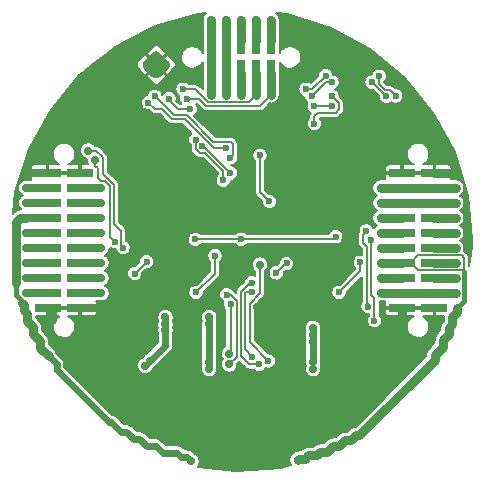
<source format=gbl>
G04 #@! TF.FileFunction,Copper,L2,Bot,Signal*
%FSLAX46Y46*%
G04 Gerber Fmt 4.6, Leading zero omitted, Abs format (unit mm)*
G04 Created by KiCad (PCBNEW 4.1.0-alpha+201605071002+6776~44~ubuntu14.04.1-product) date Mon 25 Jul 2016 08:49:33 BST*
%MOMM*%
%LPD*%
G01*
G04 APERTURE LIST*
%ADD10C,0.100000*%
%ADD11R,2.220000X0.740000*%
%ADD12C,0.800000*%
%ADD13R,0.740000X2.220000*%
%ADD14C,0.700000*%
%ADD15C,0.600000*%
%ADD16C,0.740000*%
%ADD17C,0.700000*%
%ADD18C,0.400000*%
%ADD19C,0.160000*%
%ADD20C,0.600000*%
%ADD21C,0.200000*%
G04 APERTURE END LIST*
D10*
D11*
X113635000Y-94285000D03*
X116365000Y-94285000D03*
X113635000Y-95555000D03*
X116365000Y-95555000D03*
X113635000Y-96825000D03*
X116365000Y-96825000D03*
X113635000Y-98095000D03*
X116365000Y-98095000D03*
X113635000Y-99365000D03*
X116365000Y-99365000D03*
X113635000Y-100635000D03*
X116365000Y-100635000D03*
X113635000Y-101905000D03*
X116365000Y-101905000D03*
X113635000Y-103175000D03*
X116365000Y-103175000D03*
X113635000Y-104445000D03*
X116365000Y-104445000D03*
X113635000Y-105715000D03*
X116365000Y-105715000D03*
X83635000Y-94285000D03*
X86365000Y-94285000D03*
X83635000Y-95555000D03*
X86365000Y-95555000D03*
X83635000Y-96825000D03*
X86365000Y-96825000D03*
X83635000Y-98095000D03*
X86365000Y-98095000D03*
X83635000Y-99365000D03*
X86365000Y-99365000D03*
X83635000Y-100635000D03*
X86365000Y-100635000D03*
X83635000Y-101905000D03*
X86365000Y-101905000D03*
X83635000Y-103175000D03*
X86365000Y-103175000D03*
X83635000Y-104445000D03*
X86365000Y-104445000D03*
X83635000Y-105715000D03*
X86365000Y-105715000D03*
D12*
X95839483Y-95000000D03*
X94969741Y-94130259D03*
X94100000Y-93260517D03*
X94969741Y-95869741D03*
X94100000Y-95000000D03*
X93230259Y-94130259D03*
X94100000Y-96739483D03*
X93230259Y-95869741D03*
X92360517Y-95000000D03*
X107739483Y-95000000D03*
X106869741Y-94130259D03*
X106000000Y-93260517D03*
X106869741Y-95869741D03*
X106000000Y-95000000D03*
X105130259Y-94130259D03*
X106000000Y-96739483D03*
X105130259Y-95869741D03*
X104260517Y-95000000D03*
D13*
X97460000Y-85865000D03*
X97460000Y-83135000D03*
X98730000Y-85865000D03*
X98730000Y-83135000D03*
X100000000Y-85865000D03*
X100000000Y-83135000D03*
X101270000Y-85865000D03*
X101270000Y-83135000D03*
X102540000Y-85865000D03*
X102540000Y-83135000D03*
D10*
G36*
X92876558Y-83985536D02*
X92922668Y-83992376D01*
X92967885Y-84003702D01*
X93011775Y-84019406D01*
X93053913Y-84039336D01*
X93093896Y-84063301D01*
X93131337Y-84091069D01*
X93165876Y-84122373D01*
X93837627Y-84794124D01*
X93868931Y-84828663D01*
X93896699Y-84866104D01*
X93920664Y-84906087D01*
X93940594Y-84948225D01*
X93956298Y-84992115D01*
X93967624Y-85037332D01*
X93974464Y-85083442D01*
X93976751Y-85130000D01*
X93974464Y-85176558D01*
X93967624Y-85222668D01*
X93956298Y-85267885D01*
X93940594Y-85311775D01*
X93920664Y-85353913D01*
X93896699Y-85393896D01*
X93868931Y-85431337D01*
X93837627Y-85465876D01*
X93165876Y-86137627D01*
X93131337Y-86168931D01*
X93093896Y-86196699D01*
X93053913Y-86220664D01*
X93011775Y-86240594D01*
X92967885Y-86256298D01*
X92922668Y-86267624D01*
X92876558Y-86274464D01*
X92830000Y-86276751D01*
X92783442Y-86274464D01*
X92737332Y-86267624D01*
X92692115Y-86256298D01*
X92648225Y-86240594D01*
X92606087Y-86220664D01*
X92566104Y-86196699D01*
X92528663Y-86168931D01*
X92494124Y-86137627D01*
X91822373Y-85465876D01*
X91791069Y-85431337D01*
X91763301Y-85393896D01*
X91739336Y-85353913D01*
X91719406Y-85311775D01*
X91703702Y-85267885D01*
X91692376Y-85222668D01*
X91685536Y-85176558D01*
X91683249Y-85130000D01*
X91685536Y-85083442D01*
X91692376Y-85037332D01*
X91703702Y-84992115D01*
X91719406Y-84948225D01*
X91739336Y-84906087D01*
X91763301Y-84866104D01*
X91791069Y-84828663D01*
X91822373Y-84794124D01*
X92494124Y-84122373D01*
X92528663Y-84091069D01*
X92566104Y-84063301D01*
X92606087Y-84039336D01*
X92648225Y-84019406D01*
X92692115Y-84003702D01*
X92737332Y-83992376D01*
X92783442Y-83985536D01*
X92830000Y-83983249D01*
X92876558Y-83985536D01*
X92876558Y-83985536D01*
G37*
D14*
X116700000Y-106700000D03*
X84000000Y-106700000D03*
X101600000Y-100600000D03*
X101600000Y-99200000D03*
X101800000Y-105250000D03*
X101350000Y-105600000D03*
X113900000Y-93300000D03*
X105400000Y-90500000D03*
X113300000Y-111500000D03*
X106200000Y-116500000D03*
X105280000Y-105510000D03*
X104630000Y-105510000D03*
X104000000Y-105500000D03*
D15*
X107990000Y-105510000D03*
X108630000Y-105510000D03*
X109280000Y-105510000D03*
X107500000Y-101550000D03*
X106050000Y-100550000D03*
X112700000Y-89300000D03*
X110003500Y-90862314D03*
X101900000Y-91200000D03*
D14*
X113640000Y-106660000D03*
X118180000Y-94290000D03*
X94000000Y-116400000D03*
X86800000Y-111700000D03*
D15*
X97960000Y-105140000D03*
X97960000Y-105690000D03*
X91400000Y-105490000D03*
X92060000Y-105490000D03*
X92700000Y-105490000D03*
X96650000Y-105490000D03*
X96000000Y-105500000D03*
X95360000Y-105490000D03*
X94100000Y-100500000D03*
X95600000Y-101500000D03*
D14*
X91400000Y-98700000D03*
X96400000Y-86500000D03*
X96600000Y-89200000D03*
D15*
X99100000Y-89500000D03*
D14*
X86700000Y-93300000D03*
D15*
X89600000Y-94300000D03*
X93500000Y-90500000D03*
X90000000Y-91200000D03*
D14*
X88180000Y-105720000D03*
X81820000Y-94290000D03*
D15*
X108020010Y-99680000D03*
X100016614Y-99900000D03*
X96130000Y-99910000D03*
D14*
X97460000Y-81320000D03*
X97460000Y-87680000D03*
X106100000Y-110900000D03*
X106100000Y-110300000D03*
X106100000Y-107400000D03*
X106100000Y-108000000D03*
X106100000Y-108600000D03*
D15*
X101600000Y-92800000D03*
X102400000Y-96700000D03*
D14*
X97300000Y-110900000D03*
X97300000Y-110300000D03*
X97300000Y-107100000D03*
X97303182Y-106502059D03*
D15*
X99100000Y-94300000D03*
X96694938Y-91994938D03*
X98500000Y-94900000D03*
X96157536Y-91457536D03*
X99100000Y-93000000D03*
X92700000Y-87800000D03*
X98700000Y-92200000D03*
X92162597Y-88337403D03*
D14*
X91900000Y-110600000D03*
X92300000Y-110200000D03*
X93600000Y-107600000D03*
X93600000Y-107100000D03*
X93600000Y-106500000D03*
D15*
X107700000Y-88600000D03*
X106200000Y-88600000D03*
X102978627Y-102742304D03*
X103850000Y-101950000D03*
X108300000Y-104400000D03*
X110100000Y-101850000D03*
X93900000Y-88000000D03*
X95700000Y-88900000D03*
X91000000Y-102800000D03*
X92000000Y-101800000D03*
X96200000Y-104400000D03*
X97800000Y-101300000D03*
D14*
X88180000Y-95550000D03*
X81820000Y-96820000D03*
X88180000Y-96830000D03*
X81820000Y-98090000D03*
X95800000Y-118700000D03*
X99000000Y-110500000D03*
D15*
X98790000Y-104580000D03*
D14*
X81820000Y-99370000D03*
X88180000Y-99370000D03*
X81820000Y-100630000D03*
X88180000Y-100630000D03*
X81820000Y-101910000D03*
X81820000Y-103180000D03*
X88180000Y-103180000D03*
X81820000Y-104440000D03*
X88180000Y-104450000D03*
X88180000Y-98100000D03*
X98730000Y-81320000D03*
X98730000Y-87680000D03*
X100000000Y-87680000D03*
X100000000Y-81320000D03*
X101270000Y-81320000D03*
X111820000Y-95550000D03*
X118180000Y-95560000D03*
X111820000Y-96830000D03*
X118180000Y-96830000D03*
X111820000Y-98090000D03*
X118180000Y-98090000D03*
X118180000Y-99360000D03*
X118180000Y-100630000D03*
X104800000Y-118600000D03*
X111820000Y-101900000D03*
D15*
X106000000Y-87800000D03*
X107700000Y-86600000D03*
X100950000Y-109850000D03*
X100900000Y-104350000D03*
D14*
X101600000Y-102050000D03*
D15*
X102300000Y-110200000D03*
X111100000Y-86600000D03*
X112300000Y-87800000D03*
D14*
X118180000Y-101900000D03*
X111820000Y-103180000D03*
X118180000Y-103180000D03*
X111820000Y-104440000D03*
X118180000Y-104440000D03*
D15*
X110748111Y-105600000D03*
X110600000Y-99200000D03*
X101500000Y-110500000D03*
X105500000Y-87200000D03*
X107162597Y-86062597D03*
X111700000Y-86100000D03*
X113099241Y-87760762D03*
X100900000Y-103589997D03*
D14*
X99000000Y-109600000D03*
D15*
X99110000Y-105360000D03*
X90000000Y-100600000D03*
D14*
X87050000Y-92400000D03*
X111820000Y-99360000D03*
D15*
X111300000Y-106800000D03*
X111000000Y-100000000D03*
D14*
X111820000Y-100640000D03*
D15*
X89300000Y-100100000D03*
D14*
X87650000Y-93200000D03*
X81820000Y-95560000D03*
X88180000Y-101900000D03*
D15*
X95100000Y-87200000D03*
D14*
X101270000Y-87690000D03*
D15*
X95400000Y-88000000D03*
D14*
X102540000Y-87690000D03*
D15*
X107700000Y-87800000D03*
X106200000Y-90100000D03*
D14*
X102540000Y-81320000D03*
D16*
X84000000Y-106700000D02*
X84000000Y-106080000D01*
X84000000Y-106080000D02*
X83635000Y-105715000D01*
X113635000Y-105715000D02*
X113635000Y-106655000D01*
X113635000Y-106655000D02*
X113640000Y-106660000D01*
X116370000Y-105720000D02*
X116365000Y-105715000D01*
X116365000Y-94285000D02*
X118175000Y-94285000D01*
X118175000Y-94285000D02*
X118180000Y-94290000D01*
D17*
X88180000Y-105720000D02*
X86370000Y-105720000D01*
D18*
X86370000Y-105720000D02*
X86365000Y-105715000D01*
D17*
X83635000Y-94285000D02*
X81825000Y-94285000D01*
D18*
X81825000Y-94285000D02*
X81820000Y-94290000D01*
X83630000Y-105720000D02*
X83635000Y-105715000D01*
D19*
X100016614Y-99900000D02*
X107800010Y-99900000D01*
X107800010Y-99900000D02*
X108020010Y-99680000D01*
X96130000Y-99910000D02*
X100006614Y-99910000D01*
X100006614Y-99910000D02*
X100016614Y-99900000D01*
D16*
X97460000Y-83135000D02*
X97460000Y-85865000D01*
X97460000Y-83135000D02*
X97460000Y-81320000D01*
X97460000Y-85865000D02*
X97460000Y-87680000D01*
D20*
X106100000Y-108600000D02*
X106100000Y-110300000D01*
X106100000Y-108600000D02*
X106100000Y-107400000D01*
X106100000Y-108600000D02*
X106100000Y-108000000D01*
D19*
X101600000Y-92800000D02*
X101600000Y-95900000D01*
X101600000Y-95900000D02*
X102400000Y-96700000D01*
D20*
X97300000Y-110300000D02*
X97300000Y-110900000D01*
X97300000Y-107100000D02*
X97300000Y-110300000D01*
X97303182Y-106502059D02*
X97303182Y-107096818D01*
X97303182Y-107096818D02*
X97300000Y-107100000D01*
D19*
X99100000Y-94300000D02*
X96794938Y-91994938D01*
X96794938Y-91994938D02*
X96694938Y-91994938D01*
X96157536Y-91457536D02*
X96157536Y-91733138D01*
X96154937Y-91735737D02*
X96154937Y-92254139D01*
X96157536Y-91733138D02*
X96154937Y-91735737D01*
X96947438Y-92600000D02*
X96500798Y-92600000D01*
X96500798Y-92600000D02*
X96154937Y-92254139D01*
X98500000Y-94152562D02*
X96947438Y-92600000D01*
X98500000Y-94900000D02*
X98500000Y-94152562D01*
X92700000Y-87800000D02*
X94300000Y-89400000D01*
X94300000Y-89400000D02*
X95400798Y-89400000D01*
X95400798Y-89400000D02*
X97660797Y-91659999D01*
X97660797Y-91659999D02*
X99159999Y-91659999D01*
X99159999Y-91659999D02*
X99300000Y-91800000D01*
X99300000Y-91800000D02*
X99300000Y-92800000D01*
X99300000Y-92800000D02*
X99100000Y-93000000D01*
X98700000Y-92200000D02*
X97699202Y-92200000D01*
X97699202Y-92200000D02*
X97599202Y-92100000D01*
X92162597Y-88337403D02*
X92725194Y-88900000D01*
X92725194Y-88900000D02*
X93300000Y-88900000D01*
X94120010Y-89720010D02*
X95219212Y-89720010D01*
X93300000Y-88900000D02*
X94120010Y-89720010D01*
X95219212Y-89720010D02*
X97599202Y-92100000D01*
X97599202Y-92100000D02*
X97600000Y-92100000D01*
D20*
X93600000Y-107600000D02*
X93600000Y-106500000D01*
X92700000Y-109800000D02*
X91900000Y-110600000D01*
X93600000Y-107600000D02*
X93600000Y-108900000D01*
X93600000Y-108900000D02*
X92700000Y-109800000D01*
D19*
X106200000Y-88600000D02*
X107700000Y-88600000D01*
X102978627Y-102742304D02*
X102850000Y-102850000D01*
X103850000Y-101950000D02*
X103770931Y-101950000D01*
X103770931Y-101950000D02*
X102978627Y-102742304D01*
X110100000Y-101850000D02*
X110100000Y-102600000D01*
X110100000Y-102600000D02*
X108300000Y-104400000D01*
X95700000Y-88900000D02*
X94656614Y-88900000D01*
X94656614Y-88900000D02*
X93900000Y-88143386D01*
X93900000Y-88143386D02*
X93900000Y-88000000D01*
X92000000Y-101800000D02*
X91000000Y-102800000D01*
X97800000Y-101300000D02*
X97800000Y-102800000D01*
X97800000Y-102800000D02*
X96200000Y-104400000D01*
D17*
X86365000Y-95555000D02*
X88175000Y-95555000D01*
D18*
X88175000Y-95555000D02*
X88180000Y-95550000D01*
D17*
X83635000Y-96825000D02*
X81825000Y-96825000D01*
D18*
X81825000Y-96825000D02*
X81820000Y-96820000D01*
D17*
X88180000Y-96830000D02*
X86370000Y-96830000D01*
D18*
X86370000Y-96830000D02*
X86365000Y-96825000D01*
X80939999Y-103639999D02*
X80939999Y-104610801D01*
X80939999Y-104610801D02*
X81435478Y-105106280D01*
X81435478Y-105106280D02*
X81435478Y-105300000D01*
D16*
X81820000Y-98090000D02*
X81325026Y-98090000D01*
X81325026Y-98090000D02*
X80939999Y-98475027D01*
X80939999Y-98475027D02*
X80939999Y-103639999D01*
X81435478Y-105300000D02*
X81600000Y-105464522D01*
X81600000Y-105900000D02*
X81600000Y-105464522D01*
X81900000Y-106200000D02*
X81600000Y-105900000D01*
X81900000Y-106800000D02*
X81900000Y-106200000D01*
X82400000Y-107300000D02*
X81900000Y-106800000D01*
X82400000Y-107900000D02*
X82400000Y-107300000D01*
X83000000Y-108500000D02*
X82400000Y-107900000D01*
X83000000Y-109100000D02*
X83000000Y-108500000D01*
X83100000Y-109200000D02*
X83000000Y-109100000D01*
X83700000Y-109800000D02*
X83100000Y-109200000D01*
D17*
X81820000Y-98090000D02*
X83630000Y-98090000D01*
D18*
X83630000Y-98090000D02*
X83635000Y-98095000D01*
D20*
X84400000Y-110500000D02*
X83700000Y-109800000D01*
X84400000Y-111000000D02*
X84400000Y-110500000D01*
X85989999Y-112589999D02*
X84400000Y-111000000D01*
X88800000Y-115400000D02*
X85989999Y-112589999D01*
X89000000Y-115400000D02*
X88800000Y-115400000D01*
X89800000Y-116200000D02*
X89000000Y-115400000D01*
X90300000Y-116200000D02*
X89800000Y-116200000D01*
X90900000Y-116800000D02*
X90300000Y-116200000D01*
X91400000Y-116800000D02*
X90900000Y-116800000D01*
X92000000Y-117400000D02*
X91400000Y-116800000D01*
X92800000Y-117400000D02*
X92000000Y-117400000D01*
X93400000Y-118000000D02*
X92800000Y-117400000D01*
X94600000Y-118000000D02*
X93400000Y-118000000D01*
X94950001Y-118350001D02*
X94600000Y-118000000D01*
X95800000Y-118700000D02*
X95450001Y-118350001D01*
X95450001Y-118350001D02*
X94950001Y-118350001D01*
D19*
X99650001Y-105100799D02*
X99650001Y-109849999D01*
X99650001Y-109849999D02*
X99000000Y-110500000D01*
X98790000Y-104580000D02*
X99129202Y-104580000D01*
X99129202Y-104580000D02*
X99650001Y-105100799D01*
D17*
X83635000Y-99365000D02*
X81825000Y-99365000D01*
D18*
X81825000Y-99365000D02*
X81820000Y-99370000D01*
D17*
X88180000Y-99370000D02*
X86370000Y-99370000D01*
D18*
X86370000Y-99370000D02*
X86365000Y-99365000D01*
D17*
X81820000Y-100630000D02*
X83630000Y-100630000D01*
D18*
X83630000Y-100630000D02*
X83635000Y-100635000D01*
D17*
X88180000Y-100630000D02*
X86370000Y-100630000D01*
D18*
X86370000Y-100630000D02*
X86365000Y-100635000D01*
D17*
X83635000Y-101905000D02*
X81825000Y-101905000D01*
D18*
X81825000Y-101905000D02*
X81820000Y-101910000D01*
D17*
X81820000Y-103180000D02*
X83630000Y-103180000D01*
D18*
X83630000Y-103180000D02*
X83635000Y-103175000D01*
D17*
X88180000Y-103180000D02*
X86370000Y-103180000D01*
D18*
X86370000Y-103180000D02*
X86365000Y-103175000D01*
D17*
X83635000Y-104445000D02*
X81825000Y-104445000D01*
D18*
X81825000Y-104445000D02*
X81820000Y-104440000D01*
D17*
X86365000Y-104445000D02*
X88175000Y-104445000D01*
D18*
X88175000Y-104445000D02*
X88180000Y-104450000D01*
D17*
X86365000Y-98095000D02*
X88175000Y-98095000D01*
D18*
X88175000Y-98095000D02*
X88180000Y-98100000D01*
D16*
X98730000Y-85865000D02*
X98730000Y-83135000D01*
X98730000Y-81320000D02*
X98730000Y-83135000D01*
X98730000Y-87680000D02*
X98730000Y-85865000D01*
X100000000Y-85865000D02*
X100000000Y-87680000D01*
X100000000Y-83135000D02*
X100000000Y-81320000D01*
X101270000Y-81320000D02*
X101270000Y-83135000D01*
X111820000Y-95550000D02*
X113630000Y-95550000D01*
X113630000Y-95550000D02*
X113635000Y-95555000D01*
X116365000Y-95555000D02*
X113635000Y-95555000D01*
X118180000Y-95560000D02*
X116370000Y-95560000D01*
X116370000Y-95560000D02*
X116365000Y-95555000D01*
X113635000Y-96825000D02*
X111825000Y-96825000D01*
X111825000Y-96825000D02*
X111820000Y-96830000D01*
X113635000Y-96825000D02*
X116365000Y-96825000D01*
X116365000Y-96825000D02*
X118175000Y-96825000D01*
X118175000Y-96825000D02*
X118180000Y-96830000D01*
X111820000Y-98090000D02*
X113630000Y-98090000D01*
X113630000Y-98090000D02*
X113635000Y-98095000D01*
X118180000Y-98090000D02*
X116370000Y-98090000D01*
X116370000Y-98090000D02*
X116365000Y-98095000D01*
X116365000Y-99365000D02*
X118175000Y-99365000D01*
X118175000Y-99365000D02*
X118180000Y-99360000D01*
X118180000Y-100630000D02*
X116370000Y-100630000D01*
X116370000Y-100630000D02*
X116365000Y-100635000D01*
D19*
X118230000Y-101260000D02*
X115020000Y-101260000D01*
X115020000Y-101260000D02*
X114375000Y-101905000D01*
X114375000Y-101905000D02*
X113635000Y-101905000D01*
X118680000Y-101260000D02*
X118230000Y-101260000D01*
X118910009Y-101490009D02*
X118680000Y-101260000D01*
X118910009Y-102690009D02*
X118910009Y-101490009D01*
X117720000Y-102530000D02*
X118750000Y-102530000D01*
X118750000Y-102530000D02*
X118910009Y-102690009D01*
D18*
X118910000Y-102690000D02*
X118910009Y-102690009D01*
X118910009Y-102690009D02*
X118910009Y-105089991D01*
X118910009Y-105089991D02*
X118300000Y-105700000D01*
D19*
X117720000Y-102530000D02*
X117780000Y-102530000D01*
X115000000Y-102530000D02*
X117720000Y-102530000D01*
X114375000Y-101905000D02*
X115000000Y-102530000D01*
D16*
X118300000Y-105700000D02*
X118300000Y-106100000D01*
X109300000Y-116900000D02*
X108800000Y-116900000D01*
X118300000Y-106100000D02*
X117900000Y-106500000D01*
X110000000Y-116500000D02*
X109700000Y-116500000D01*
X117900000Y-106500000D02*
X117900000Y-107100000D01*
X116400000Y-110100000D02*
X110000000Y-116500000D01*
X108800000Y-116900000D02*
X108300000Y-117400000D01*
X117900000Y-107100000D02*
X117600000Y-107400000D01*
X105400000Y-118500000D02*
X104900000Y-118500000D01*
X117600000Y-107400000D02*
X117600000Y-107900000D01*
X117600000Y-107900000D02*
X117100000Y-108400000D01*
X108300000Y-117400000D02*
X107800000Y-117400000D01*
X117100000Y-108400000D02*
X117100000Y-109000000D01*
X117100000Y-109000000D02*
X116400000Y-109700000D01*
X116400000Y-109700000D02*
X116400000Y-110100000D01*
X109700000Y-116500000D02*
X109300000Y-116900000D01*
X107800000Y-117400000D02*
X107300000Y-117900000D01*
X107300000Y-117900000D02*
X106700000Y-117900000D01*
X106700000Y-117900000D02*
X106400000Y-118200000D01*
X104900000Y-118500000D02*
X104800000Y-118600000D01*
X106400000Y-118200000D02*
X105700000Y-118200000D01*
X105700000Y-118200000D02*
X105400000Y-118500000D01*
X111820000Y-101900000D02*
X113630000Y-101900000D01*
X113630000Y-101900000D02*
X113635000Y-101905000D01*
D19*
X100726798Y-105350000D02*
X100726798Y-108500000D01*
X102300000Y-110200000D02*
X100726798Y-108626798D01*
X100726798Y-108626798D02*
X100726798Y-108500000D01*
X107197402Y-86602598D02*
X107273138Y-86602598D01*
X107273138Y-86602598D02*
X107275736Y-86600000D01*
X106000000Y-87800000D02*
X107197402Y-86602598D01*
X107275736Y-86600000D02*
X107700000Y-86600000D01*
X100320010Y-109120000D02*
X100320010Y-109210010D01*
X100950000Y-109840000D02*
X100950000Y-109850000D01*
X100320010Y-109210010D02*
X100950000Y-109840000D01*
X100320010Y-105650000D02*
X100320010Y-105079990D01*
X100320010Y-109120010D02*
X100320010Y-109120000D01*
X100320010Y-109120000D02*
X100320010Y-105650000D01*
X100320010Y-105650000D02*
X100320010Y-104479990D01*
X100320010Y-104479990D02*
X100450000Y-104350000D01*
X100450000Y-104350000D02*
X100900000Y-104350000D01*
X100320010Y-105079990D02*
X100320010Y-104479990D01*
X101600000Y-104476798D02*
X101600000Y-102050000D01*
X101600000Y-104476798D02*
X100726798Y-105350000D01*
X112300000Y-87800000D02*
X112000001Y-87500001D01*
X112000001Y-87500001D02*
X111100000Y-86600000D01*
D16*
X116365000Y-101905000D02*
X118175000Y-101905000D01*
X118175000Y-101905000D02*
X118180000Y-101900000D01*
X111820000Y-103180000D02*
X113630000Y-103180000D01*
X113630000Y-103180000D02*
X113635000Y-103175000D01*
X118180000Y-103180000D02*
X116370000Y-103180000D01*
X116370000Y-103180000D02*
X116365000Y-103175000D01*
X111820000Y-104440000D02*
X113630000Y-104440000D01*
X113630000Y-104440000D02*
X113635000Y-104445000D01*
X116365000Y-104445000D02*
X113635000Y-104445000D01*
X116365000Y-104445000D02*
X118175000Y-104445000D01*
X118175000Y-104445000D02*
X118180000Y-104440000D01*
D19*
X110600000Y-99200000D02*
X110300001Y-99499999D01*
X110300001Y-99499999D02*
X110300001Y-100200001D01*
X110300001Y-100200001D02*
X110679990Y-100579990D01*
X110679990Y-100579990D02*
X110679990Y-105279990D01*
X110679990Y-105279990D02*
X110748111Y-105348111D01*
X110748111Y-105348111D02*
X110748111Y-105600000D01*
X100900000Y-103589997D02*
X100757441Y-103589997D01*
X100757441Y-103589997D02*
X100000001Y-104347437D01*
X100000001Y-104347437D02*
X100000000Y-109810000D01*
X100000000Y-109810000D02*
X100690000Y-110500000D01*
X100690000Y-110500000D02*
X101500000Y-110500000D01*
X113099241Y-87760762D02*
X112800000Y-87461521D01*
X111700000Y-86747438D02*
X112212561Y-87259999D01*
X112212561Y-87259999D02*
X112598478Y-87259999D01*
X112598478Y-87259999D02*
X112800000Y-87461521D01*
X111700000Y-86100000D02*
X111700000Y-86747438D01*
X105500000Y-87200000D02*
X106025194Y-87200000D01*
X106025194Y-87200000D02*
X107162597Y-86062597D01*
X99110000Y-105784264D02*
X99110000Y-109490000D01*
X99110000Y-109490000D02*
X99000000Y-109600000D01*
X99110000Y-105360000D02*
X99110000Y-105784264D01*
X89250000Y-98600000D02*
X89840001Y-99190001D01*
X89840001Y-99190001D02*
X89840001Y-100440001D01*
X89840001Y-100440001D02*
X90000000Y-100600000D01*
X87050000Y-92400000D02*
X87723202Y-92400000D01*
X87723202Y-92400000D02*
X88300000Y-92976798D01*
X88300000Y-92976798D02*
X88300000Y-94344236D01*
X88300000Y-94344236D02*
X89250000Y-95294236D01*
X89250000Y-95294236D02*
X89250000Y-98600000D01*
D16*
X111820000Y-99360000D02*
X113630000Y-99360000D01*
X113630000Y-99360000D02*
X113635000Y-99365000D01*
D19*
X111000000Y-104600000D02*
X111300000Y-104900000D01*
X111300000Y-104900000D02*
X111300000Y-106800000D01*
X111000000Y-100000000D02*
X111000000Y-104600000D01*
D16*
X111820000Y-100640000D02*
X113630000Y-100640000D01*
X113630000Y-100640000D02*
X113635000Y-100635000D01*
D19*
X88900000Y-99200000D02*
X88900000Y-99700000D01*
X88900000Y-99700000D02*
X89300000Y-100100000D01*
X87850000Y-94700000D02*
X88109999Y-94959999D01*
X88109999Y-94959999D02*
X88463201Y-94959999D01*
X88463201Y-94959999D02*
X88900000Y-95396798D01*
X88900000Y-95396798D02*
X88900000Y-99200000D01*
X87850000Y-93894974D02*
X87850000Y-94700000D01*
X87650000Y-93200000D02*
X87650000Y-93694974D01*
X87650000Y-93694974D02*
X87850000Y-93894974D01*
D17*
X81820000Y-95560000D02*
X83630000Y-95560000D01*
D18*
X83630000Y-95560000D02*
X83635000Y-95555000D01*
D17*
X86365000Y-101905000D02*
X88175000Y-101905000D01*
D18*
X88175000Y-101905000D02*
X88180000Y-101900000D01*
D19*
X95100000Y-87200000D02*
X96117316Y-87200000D01*
X96117316Y-87200000D02*
X97207326Y-88290010D01*
X100669990Y-88290010D02*
X100920001Y-88039999D01*
X100920001Y-88039999D02*
X101270000Y-87690000D01*
X97207326Y-88290010D02*
X100669990Y-88290010D01*
D16*
X101270000Y-87210000D02*
X101270000Y-85865000D01*
X101270000Y-87690000D02*
X101270000Y-87210000D01*
D19*
X96464754Y-88000000D02*
X97074774Y-88610020D01*
X97074774Y-88610020D02*
X101619980Y-88610020D01*
X101619980Y-88610020D02*
X102190001Y-88039999D01*
X102190001Y-88039999D02*
X102540000Y-87690000D01*
X95400000Y-88000000D02*
X96464754Y-88000000D01*
D16*
X102540000Y-85865000D02*
X102540000Y-87690000D01*
D19*
X108300000Y-88900000D02*
X108300000Y-88400000D01*
X108300000Y-88400000D02*
X107700000Y-87800000D01*
X108000000Y-89200000D02*
X108300000Y-88900000D01*
X106500000Y-89200000D02*
X108000000Y-89200000D01*
X106200000Y-89500000D02*
X106500000Y-89200000D01*
X106200000Y-90100000D02*
X106200000Y-89500000D01*
X102540000Y-83875000D02*
X102540000Y-83135000D01*
D16*
X102540000Y-83135000D02*
X102540000Y-81320000D01*
D21*
G36*
X96956242Y-80805580D02*
X96865918Y-80913224D01*
X96798223Y-81036362D01*
X96755734Y-81170304D01*
X96740070Y-81309947D01*
X96740000Y-81320000D01*
X96740000Y-82007811D01*
X96738307Y-82025000D01*
X96738307Y-84113586D01*
X96712859Y-84051844D01*
X96609760Y-83896667D01*
X96478483Y-83764470D01*
X96324029Y-83660290D01*
X96152282Y-83588094D01*
X95969783Y-83550632D01*
X95783482Y-83549332D01*
X95600478Y-83584242D01*
X95427739Y-83654033D01*
X95271846Y-83756046D01*
X95138736Y-83886397D01*
X95033480Y-84040119D01*
X94960087Y-84211359D01*
X94921352Y-84393592D01*
X94918751Y-84579879D01*
X94952382Y-84763123D01*
X95020966Y-84936344D01*
X95121889Y-85092946D01*
X95251307Y-85226962D01*
X95404291Y-85333289D01*
X95575013Y-85407876D01*
X95756972Y-85447882D01*
X95943236Y-85451784D01*
X96126710Y-85419432D01*
X96300406Y-85352060D01*
X96457709Y-85252233D01*
X96592625Y-85123753D01*
X96700017Y-84971515D01*
X96738307Y-84885515D01*
X96738307Y-86975000D01*
X96740000Y-86992189D01*
X96740000Y-87214572D01*
X96421372Y-86895944D01*
X96390657Y-86870715D01*
X96360252Y-86845201D01*
X96358271Y-86844112D01*
X96356523Y-86842676D01*
X96321510Y-86823903D01*
X96286711Y-86804772D01*
X96284555Y-86804088D01*
X96282563Y-86803020D01*
X96244587Y-86791410D01*
X96206718Y-86779397D01*
X96204471Y-86779145D01*
X96202309Y-86778484D01*
X96162818Y-86774473D01*
X96123320Y-86770042D01*
X96118895Y-86770011D01*
X96118816Y-86770003D01*
X96118742Y-86770010D01*
X96117316Y-86770000D01*
X95589078Y-86770000D01*
X95516330Y-86696743D01*
X95410652Y-86625462D01*
X95293140Y-86576065D01*
X95168272Y-86550433D01*
X95040804Y-86549543D01*
X94915590Y-86573429D01*
X94797401Y-86621181D01*
X94690737Y-86690979D01*
X94599662Y-86780166D01*
X94527645Y-86885345D01*
X94477428Y-87002509D01*
X94450925Y-87127195D01*
X94449146Y-87254654D01*
X94472157Y-87380031D01*
X94519082Y-87498551D01*
X94588135Y-87605700D01*
X94676684Y-87697395D01*
X94781357Y-87770145D01*
X94789731Y-87773804D01*
X94777428Y-87802509D01*
X94750925Y-87927195D01*
X94749146Y-88054654D01*
X94772157Y-88180031D01*
X94819082Y-88298551D01*
X94888135Y-88405700D01*
X94950229Y-88470000D01*
X94834726Y-88470000D01*
X94529221Y-88164495D01*
X94547995Y-88081861D01*
X94550028Y-87936264D01*
X94525268Y-87811220D01*
X94476693Y-87693367D01*
X94406151Y-87587193D01*
X94316330Y-87496743D01*
X94210652Y-87425462D01*
X94093140Y-87376065D01*
X93968272Y-87350433D01*
X93840804Y-87349543D01*
X93715590Y-87373429D01*
X93597401Y-87421181D01*
X93490737Y-87490979D01*
X93399662Y-87580166D01*
X93337186Y-87671410D01*
X93325268Y-87611220D01*
X93276693Y-87493367D01*
X93206151Y-87387193D01*
X93116330Y-87296743D01*
X93010652Y-87225462D01*
X92893140Y-87176065D01*
X92768272Y-87150433D01*
X92640804Y-87149543D01*
X92515590Y-87173429D01*
X92397401Y-87221181D01*
X92290737Y-87290979D01*
X92199662Y-87380166D01*
X92127645Y-87485345D01*
X92077428Y-87602509D01*
X92057624Y-87695678D01*
X91978187Y-87710832D01*
X91859998Y-87758584D01*
X91753334Y-87828382D01*
X91662259Y-87917569D01*
X91590242Y-88022748D01*
X91540025Y-88139912D01*
X91513522Y-88264598D01*
X91511743Y-88392057D01*
X91534754Y-88517434D01*
X91581679Y-88635954D01*
X91650732Y-88743103D01*
X91739281Y-88834798D01*
X91843954Y-88907548D01*
X91960764Y-88958581D01*
X92085262Y-88985953D01*
X92205555Y-88988473D01*
X92421138Y-89204056D01*
X92451826Y-89229263D01*
X92482258Y-89254799D01*
X92484242Y-89255890D01*
X92485987Y-89257323D01*
X92520980Y-89276086D01*
X92555799Y-89295228D01*
X92557953Y-89295911D01*
X92559946Y-89296980D01*
X92597937Y-89308595D01*
X92635792Y-89320603D01*
X92638039Y-89320855D01*
X92640201Y-89321516D01*
X92679696Y-89325528D01*
X92719190Y-89329958D01*
X92723614Y-89329989D01*
X92723693Y-89329997D01*
X92723767Y-89329990D01*
X92725194Y-89330000D01*
X93121888Y-89330000D01*
X93815954Y-90024066D01*
X93846642Y-90049273D01*
X93877074Y-90074809D01*
X93879058Y-90075900D01*
X93880803Y-90077333D01*
X93915796Y-90096096D01*
X93950615Y-90115238D01*
X93952769Y-90115921D01*
X93954762Y-90116990D01*
X93992753Y-90128605D01*
X94030608Y-90140613D01*
X94032855Y-90140865D01*
X94035017Y-90141526D01*
X94074512Y-90145538D01*
X94114006Y-90149968D01*
X94118430Y-90149999D01*
X94118509Y-90150007D01*
X94118583Y-90150000D01*
X94120010Y-90150010D01*
X95041100Y-90150010D01*
X95803479Y-90912389D01*
X95748273Y-90948515D01*
X95657198Y-91037702D01*
X95585181Y-91142881D01*
X95534964Y-91260045D01*
X95508461Y-91384731D01*
X95506682Y-91512190D01*
X95529693Y-91637567D01*
X95576618Y-91756087D01*
X95645671Y-91863236D01*
X95724937Y-91945318D01*
X95724937Y-92254139D01*
X95728817Y-92293713D01*
X95732275Y-92333238D01*
X95732905Y-92335407D01*
X95733126Y-92337660D01*
X95744615Y-92375713D01*
X95755688Y-92413827D01*
X95756728Y-92415834D01*
X95757382Y-92417999D01*
X95776041Y-92453090D01*
X95794309Y-92488333D01*
X95795718Y-92490099D01*
X95796781Y-92492097D01*
X95821881Y-92522873D01*
X95846665Y-92553920D01*
X95849771Y-92557069D01*
X95849822Y-92557132D01*
X95849880Y-92557180D01*
X95850881Y-92558195D01*
X96196742Y-92904056D01*
X96227430Y-92929263D01*
X96257862Y-92954799D01*
X96259846Y-92955890D01*
X96261591Y-92957323D01*
X96296584Y-92976086D01*
X96331403Y-92995228D01*
X96333557Y-92995911D01*
X96335550Y-92996980D01*
X96373541Y-93008595D01*
X96411396Y-93020603D01*
X96413643Y-93020855D01*
X96415805Y-93021516D01*
X96455300Y-93025528D01*
X96494794Y-93029958D01*
X96499218Y-93029989D01*
X96499297Y-93029997D01*
X96499371Y-93029990D01*
X96500798Y-93030000D01*
X96769326Y-93030000D01*
X98070000Y-94330674D01*
X98070000Y-94411286D01*
X97999662Y-94480166D01*
X97927645Y-94585345D01*
X97877428Y-94702509D01*
X97850925Y-94827195D01*
X97849146Y-94954654D01*
X97872157Y-95080031D01*
X97919082Y-95198551D01*
X97988135Y-95305700D01*
X98076684Y-95397395D01*
X98181357Y-95470145D01*
X98298167Y-95521178D01*
X98422665Y-95548550D01*
X98550109Y-95551220D01*
X98675644Y-95529085D01*
X98794488Y-95482988D01*
X98902116Y-95414685D01*
X98994428Y-95326778D01*
X99067906Y-95222616D01*
X99119754Y-95106165D01*
X99147995Y-94981861D01*
X99148423Y-94951185D01*
X99150109Y-94951220D01*
X99275644Y-94929085D01*
X99394488Y-94882988D01*
X99502116Y-94814685D01*
X99594428Y-94726778D01*
X99667906Y-94622616D01*
X99719754Y-94506165D01*
X99747995Y-94381861D01*
X99750028Y-94236264D01*
X99725268Y-94111220D01*
X99676693Y-93993367D01*
X99606151Y-93887193D01*
X99516330Y-93796743D01*
X99410652Y-93725462D01*
X99293140Y-93676065D01*
X99168272Y-93650433D01*
X99155094Y-93650341D01*
X99275644Y-93629085D01*
X99394488Y-93582988D01*
X99502116Y-93514685D01*
X99594428Y-93426778D01*
X99667906Y-93322616D01*
X99719754Y-93206165D01*
X99747995Y-93081861D01*
X99750028Y-92936264D01*
X99733869Y-92854654D01*
X100949146Y-92854654D01*
X100972157Y-92980031D01*
X101019082Y-93098551D01*
X101088135Y-93205700D01*
X101170000Y-93290474D01*
X101170000Y-95900000D01*
X101173880Y-95939574D01*
X101177338Y-95979099D01*
X101177968Y-95981268D01*
X101178189Y-95983521D01*
X101189678Y-96021574D01*
X101200751Y-96059688D01*
X101201791Y-96061695D01*
X101202445Y-96063860D01*
X101221104Y-96098951D01*
X101239372Y-96134194D01*
X101240781Y-96135960D01*
X101241844Y-96137958D01*
X101266944Y-96168734D01*
X101291728Y-96199781D01*
X101294834Y-96202930D01*
X101294885Y-96202993D01*
X101294943Y-96203041D01*
X101295944Y-96204056D01*
X101750487Y-96658599D01*
X101749146Y-96754654D01*
X101772157Y-96880031D01*
X101819082Y-96998551D01*
X101888135Y-97105700D01*
X101976684Y-97197395D01*
X102081357Y-97270145D01*
X102198167Y-97321178D01*
X102322665Y-97348550D01*
X102450109Y-97351220D01*
X102575644Y-97329085D01*
X102694488Y-97282988D01*
X102802116Y-97214685D01*
X102894428Y-97126778D01*
X102967906Y-97022616D01*
X103019754Y-96906165D01*
X103047995Y-96781861D01*
X103050028Y-96636264D01*
X103025268Y-96511220D01*
X102976693Y-96393367D01*
X102906151Y-96287193D01*
X102816330Y-96196743D01*
X102710652Y-96125462D01*
X102593140Y-96076065D01*
X102468272Y-96050433D01*
X102357773Y-96049661D01*
X102030000Y-95721888D01*
X102030000Y-93880528D01*
X112175000Y-93880528D01*
X112175000Y-94147500D01*
X112262500Y-94235000D01*
X113585000Y-94235000D01*
X113585000Y-93652500D01*
X113685000Y-93652500D01*
X113685000Y-94235000D01*
X116315000Y-94235000D01*
X116315000Y-93652500D01*
X116415000Y-93652500D01*
X116415000Y-94235000D01*
X117737500Y-94235000D01*
X117825000Y-94147500D01*
X117825000Y-93880528D01*
X117811550Y-93812909D01*
X117785166Y-93749213D01*
X117746863Y-93691888D01*
X117698112Y-93643137D01*
X117640787Y-93604834D01*
X117577091Y-93578450D01*
X117509472Y-93565000D01*
X116502500Y-93565000D01*
X116415000Y-93652500D01*
X116315000Y-93652500D01*
X116227500Y-93565000D01*
X115384154Y-93565000D01*
X115430406Y-93547060D01*
X115587709Y-93447233D01*
X115722625Y-93318753D01*
X115830017Y-93166515D01*
X115905794Y-92996318D01*
X115947070Y-92814643D01*
X115950041Y-92601848D01*
X115913854Y-92419091D01*
X115842859Y-92246844D01*
X115739760Y-92091667D01*
X115608483Y-91959470D01*
X115454029Y-91855290D01*
X115282282Y-91783094D01*
X115099783Y-91745632D01*
X114913482Y-91744332D01*
X114730478Y-91779242D01*
X114557739Y-91849033D01*
X114401846Y-91951046D01*
X114268736Y-92081397D01*
X114163480Y-92235119D01*
X114090087Y-92406359D01*
X114051352Y-92588592D01*
X114048751Y-92774879D01*
X114082382Y-92958123D01*
X114150966Y-93131344D01*
X114251889Y-93287946D01*
X114381307Y-93421962D01*
X114534291Y-93528289D01*
X114618319Y-93565000D01*
X113772500Y-93565000D01*
X113685000Y-93652500D01*
X113585000Y-93652500D01*
X113497500Y-93565000D01*
X112490528Y-93565000D01*
X112422909Y-93578450D01*
X112359213Y-93604834D01*
X112301888Y-93643137D01*
X112253137Y-93691888D01*
X112214834Y-93749213D01*
X112188450Y-93812909D01*
X112175000Y-93880528D01*
X102030000Y-93880528D01*
X102030000Y-93288132D01*
X102094428Y-93226778D01*
X102167906Y-93122616D01*
X102219754Y-93006165D01*
X102247995Y-92881861D01*
X102250028Y-92736264D01*
X102225268Y-92611220D01*
X102176693Y-92493367D01*
X102106151Y-92387193D01*
X102016330Y-92296743D01*
X101910652Y-92225462D01*
X101793140Y-92176065D01*
X101668272Y-92150433D01*
X101540804Y-92149543D01*
X101415590Y-92173429D01*
X101297401Y-92221181D01*
X101190737Y-92290979D01*
X101099662Y-92380166D01*
X101027645Y-92485345D01*
X100977428Y-92602509D01*
X100950925Y-92727195D01*
X100949146Y-92854654D01*
X99733869Y-92854654D01*
X99727888Y-92824454D01*
X99729958Y-92806004D01*
X99729989Y-92801579D01*
X99729997Y-92801500D01*
X99729990Y-92801426D01*
X99730000Y-92800000D01*
X99730000Y-91800000D01*
X99726120Y-91760426D01*
X99722662Y-91720901D01*
X99722032Y-91718732D01*
X99721811Y-91716479D01*
X99710322Y-91678426D01*
X99699249Y-91640312D01*
X99698209Y-91638305D01*
X99697555Y-91636140D01*
X99678907Y-91601069D01*
X99660628Y-91565805D01*
X99659217Y-91564038D01*
X99658156Y-91562042D01*
X99633049Y-91531257D01*
X99608271Y-91500219D01*
X99605167Y-91497071D01*
X99605115Y-91497007D01*
X99605056Y-91496958D01*
X99604056Y-91495944D01*
X99464055Y-91355943D01*
X99433340Y-91330714D01*
X99402935Y-91305200D01*
X99400954Y-91304111D01*
X99399206Y-91302675D01*
X99364193Y-91283902D01*
X99329394Y-91264771D01*
X99327238Y-91264087D01*
X99325246Y-91263019D01*
X99287270Y-91251409D01*
X99249401Y-91239396D01*
X99247154Y-91239144D01*
X99244992Y-91238483D01*
X99205501Y-91234472D01*
X99166003Y-91230041D01*
X99161578Y-91230010D01*
X99161499Y-91230002D01*
X99161425Y-91230009D01*
X99159999Y-91229999D01*
X97838909Y-91229999D01*
X96054080Y-89445170D01*
X96102116Y-89414685D01*
X96194428Y-89326778D01*
X96267906Y-89222616D01*
X96319754Y-89106165D01*
X96347995Y-88981861D01*
X96350028Y-88836264D01*
X96325268Y-88711220D01*
X96276693Y-88593367D01*
X96206151Y-88487193D01*
X96149356Y-88430000D01*
X96286642Y-88430000D01*
X96770718Y-88914076D01*
X96801433Y-88939305D01*
X96831838Y-88964819D01*
X96833819Y-88965908D01*
X96835567Y-88967344D01*
X96870615Y-88986137D01*
X96905379Y-89005248D01*
X96907531Y-89005930D01*
X96909527Y-89007001D01*
X96947590Y-89018638D01*
X96985372Y-89030623D01*
X96987614Y-89030874D01*
X96989781Y-89031537D01*
X97029366Y-89035558D01*
X97068770Y-89039978D01*
X97073184Y-89040009D01*
X97073274Y-89040018D01*
X97073358Y-89040010D01*
X97074774Y-89040020D01*
X101619980Y-89040020D01*
X101659554Y-89036140D01*
X101699079Y-89032682D01*
X101701248Y-89032052D01*
X101703501Y-89031831D01*
X101741554Y-89020342D01*
X101779668Y-89009269D01*
X101781675Y-89008229D01*
X101783840Y-89007575D01*
X101818931Y-88988916D01*
X101854174Y-88970648D01*
X101855940Y-88969239D01*
X101857938Y-88968176D01*
X101888714Y-88943076D01*
X101919761Y-88918292D01*
X101922910Y-88915186D01*
X101922973Y-88915135D01*
X101923021Y-88915077D01*
X101924036Y-88914076D01*
X102438291Y-88399821D01*
X102534973Y-88409982D01*
X102674915Y-88397247D01*
X102809717Y-88357572D01*
X102934246Y-88292470D01*
X103043758Y-88204420D01*
X103134082Y-88096776D01*
X103201777Y-87973638D01*
X103244266Y-87839696D01*
X103259930Y-87700053D01*
X103260000Y-87690000D01*
X103260000Y-87254654D01*
X104849146Y-87254654D01*
X104872157Y-87380031D01*
X104919082Y-87498551D01*
X104988135Y-87605700D01*
X105076684Y-87697395D01*
X105181357Y-87770145D01*
X105298167Y-87821178D01*
X105349456Y-87832454D01*
X105349146Y-87854654D01*
X105372157Y-87980031D01*
X105419082Y-88098551D01*
X105488135Y-88205700D01*
X105576684Y-88297395D01*
X105611969Y-88321919D01*
X105577428Y-88402509D01*
X105550925Y-88527195D01*
X105549146Y-88654654D01*
X105572157Y-88780031D01*
X105619082Y-88898551D01*
X105688135Y-89005700D01*
X105776684Y-89097395D01*
X105881357Y-89170145D01*
X105909464Y-89182424D01*
X105895944Y-89195944D01*
X105870715Y-89226659D01*
X105845201Y-89257064D01*
X105844112Y-89259045D01*
X105842676Y-89260793D01*
X105823903Y-89295806D01*
X105804772Y-89330605D01*
X105804088Y-89332761D01*
X105803020Y-89334753D01*
X105791410Y-89372729D01*
X105779397Y-89410598D01*
X105779145Y-89412845D01*
X105778484Y-89415007D01*
X105774473Y-89454498D01*
X105770042Y-89493996D01*
X105770011Y-89498421D01*
X105770003Y-89498500D01*
X105770010Y-89498574D01*
X105770000Y-89500000D01*
X105770000Y-89611286D01*
X105699662Y-89680166D01*
X105627645Y-89785345D01*
X105577428Y-89902509D01*
X105550925Y-90027195D01*
X105549146Y-90154654D01*
X105572157Y-90280031D01*
X105619082Y-90398551D01*
X105688135Y-90505700D01*
X105776684Y-90597395D01*
X105881357Y-90670145D01*
X105998167Y-90721178D01*
X106122665Y-90748550D01*
X106250109Y-90751220D01*
X106375644Y-90729085D01*
X106494488Y-90682988D01*
X106602116Y-90614685D01*
X106694428Y-90526778D01*
X106767906Y-90422616D01*
X106819754Y-90306165D01*
X106847995Y-90181861D01*
X106850028Y-90036264D01*
X106825268Y-89911220D01*
X106776693Y-89793367D01*
X106706151Y-89687193D01*
X106663684Y-89644428D01*
X106678112Y-89630000D01*
X108000000Y-89630000D01*
X108039574Y-89626120D01*
X108079099Y-89622662D01*
X108081268Y-89622032D01*
X108083521Y-89621811D01*
X108121574Y-89610322D01*
X108159688Y-89599249D01*
X108161695Y-89598209D01*
X108163860Y-89597555D01*
X108198951Y-89578896D01*
X108234194Y-89560628D01*
X108235960Y-89559219D01*
X108237958Y-89558156D01*
X108268734Y-89533056D01*
X108299781Y-89508272D01*
X108302930Y-89505166D01*
X108302993Y-89505115D01*
X108303041Y-89505057D01*
X108304056Y-89504056D01*
X108604056Y-89204056D01*
X108629285Y-89173341D01*
X108654799Y-89142936D01*
X108655888Y-89140955D01*
X108657324Y-89139207D01*
X108676097Y-89104194D01*
X108695228Y-89069395D01*
X108695912Y-89067239D01*
X108696980Y-89065247D01*
X108708590Y-89027271D01*
X108720603Y-88989402D01*
X108720855Y-88987155D01*
X108721516Y-88984993D01*
X108725528Y-88945498D01*
X108729958Y-88906004D01*
X108729989Y-88901580D01*
X108729997Y-88901501D01*
X108729990Y-88901427D01*
X108730000Y-88900000D01*
X108730000Y-88400000D01*
X108726120Y-88360426D01*
X108722662Y-88320901D01*
X108722032Y-88318732D01*
X108721811Y-88316479D01*
X108710322Y-88278426D01*
X108699249Y-88240312D01*
X108698209Y-88238305D01*
X108697555Y-88236140D01*
X108678907Y-88201069D01*
X108660628Y-88165805D01*
X108659217Y-88164037D01*
X108658156Y-88162042D01*
X108633074Y-88131288D01*
X108608272Y-88100219D01*
X108605166Y-88097070D01*
X108605115Y-88097007D01*
X108605057Y-88096959D01*
X108604056Y-88095944D01*
X108348573Y-87840461D01*
X108350028Y-87736264D01*
X108325268Y-87611220D01*
X108276693Y-87493367D01*
X108206151Y-87387193D01*
X108116330Y-87296743D01*
X108010652Y-87225462D01*
X107950343Y-87200111D01*
X107994488Y-87182988D01*
X108102116Y-87114685D01*
X108194428Y-87026778D01*
X108267906Y-86922616D01*
X108319754Y-86806165D01*
X108347995Y-86681861D01*
X108348374Y-86654654D01*
X110449146Y-86654654D01*
X110472157Y-86780031D01*
X110519082Y-86898551D01*
X110588135Y-87005700D01*
X110676684Y-87097395D01*
X110781357Y-87170145D01*
X110898167Y-87221178D01*
X111022665Y-87248550D01*
X111142958Y-87251070D01*
X111650487Y-87758599D01*
X111649146Y-87854654D01*
X111672157Y-87980031D01*
X111719082Y-88098551D01*
X111788135Y-88205700D01*
X111876684Y-88297395D01*
X111981357Y-88370145D01*
X112098167Y-88421178D01*
X112222665Y-88448550D01*
X112350109Y-88451220D01*
X112475644Y-88429085D01*
X112594488Y-88382988D01*
X112702116Y-88314685D01*
X112725381Y-88292530D01*
X112780598Y-88330907D01*
X112897408Y-88381940D01*
X113021906Y-88409312D01*
X113149350Y-88411982D01*
X113274885Y-88389847D01*
X113393729Y-88343750D01*
X113501357Y-88275447D01*
X113593669Y-88187540D01*
X113667147Y-88083378D01*
X113718995Y-87966927D01*
X113747236Y-87842623D01*
X113749269Y-87697026D01*
X113724509Y-87571982D01*
X113675934Y-87454129D01*
X113605392Y-87347955D01*
X113515571Y-87257505D01*
X113409893Y-87186224D01*
X113292381Y-87136827D01*
X113167513Y-87111195D01*
X113057014Y-87110423D01*
X112902534Y-86955943D01*
X112871819Y-86930714D01*
X112841414Y-86905200D01*
X112839433Y-86904111D01*
X112837685Y-86902675D01*
X112802672Y-86883902D01*
X112767873Y-86864771D01*
X112765717Y-86864087D01*
X112763725Y-86863019D01*
X112725749Y-86851409D01*
X112687880Y-86839396D01*
X112685633Y-86839144D01*
X112683471Y-86838483D01*
X112643980Y-86834472D01*
X112604482Y-86830041D01*
X112600057Y-86830010D01*
X112599978Y-86830002D01*
X112599904Y-86830009D01*
X112598478Y-86829999D01*
X112390673Y-86829999D01*
X112139633Y-86578959D01*
X112194428Y-86526778D01*
X112267906Y-86422616D01*
X112319754Y-86306165D01*
X112347995Y-86181861D01*
X112350028Y-86036264D01*
X112325268Y-85911220D01*
X112276693Y-85793367D01*
X112206151Y-85687193D01*
X112116330Y-85596743D01*
X112010652Y-85525462D01*
X111893140Y-85476065D01*
X111768272Y-85450433D01*
X111640804Y-85449543D01*
X111515590Y-85473429D01*
X111397401Y-85521181D01*
X111290737Y-85590979D01*
X111199662Y-85680166D01*
X111127645Y-85785345D01*
X111077428Y-85902509D01*
X111067391Y-85949729D01*
X111040804Y-85949543D01*
X110915590Y-85973429D01*
X110797401Y-86021181D01*
X110690737Y-86090979D01*
X110599662Y-86180166D01*
X110527645Y-86285345D01*
X110477428Y-86402509D01*
X110450925Y-86527195D01*
X110449146Y-86654654D01*
X108348374Y-86654654D01*
X108350028Y-86536264D01*
X108325268Y-86411220D01*
X108276693Y-86293367D01*
X108206151Y-86187193D01*
X108116330Y-86096743D01*
X108010652Y-86025462D01*
X107893140Y-85976065D01*
X107804509Y-85957871D01*
X107787865Y-85873817D01*
X107739290Y-85755964D01*
X107668748Y-85649790D01*
X107578927Y-85559340D01*
X107473249Y-85488059D01*
X107355737Y-85438662D01*
X107230869Y-85413030D01*
X107103401Y-85412140D01*
X106978187Y-85436026D01*
X106859998Y-85483778D01*
X106753334Y-85553576D01*
X106662259Y-85642763D01*
X106590242Y-85747942D01*
X106540025Y-85865106D01*
X106513522Y-85989792D01*
X106511912Y-86105170D01*
X105918328Y-86698754D01*
X105916330Y-86696743D01*
X105810652Y-86625462D01*
X105693140Y-86576065D01*
X105568272Y-86550433D01*
X105440804Y-86549543D01*
X105315590Y-86573429D01*
X105197401Y-86621181D01*
X105090737Y-86690979D01*
X104999662Y-86780166D01*
X104927645Y-86885345D01*
X104877428Y-87002509D01*
X104850925Y-87127195D01*
X104849146Y-87254654D01*
X103260000Y-87254654D01*
X103260000Y-86992189D01*
X103261693Y-86975000D01*
X103261693Y-84887667D01*
X103280966Y-84936344D01*
X103381889Y-85092946D01*
X103511307Y-85226962D01*
X103664291Y-85333289D01*
X103835013Y-85407876D01*
X104016972Y-85447882D01*
X104203236Y-85451784D01*
X104386710Y-85419432D01*
X104560406Y-85352060D01*
X104717709Y-85252233D01*
X104852625Y-85123753D01*
X104960017Y-84971515D01*
X105035794Y-84801318D01*
X105077070Y-84619643D01*
X105080041Y-84406848D01*
X105043854Y-84224091D01*
X104972859Y-84051844D01*
X104869760Y-83896667D01*
X104738483Y-83764470D01*
X104584029Y-83660290D01*
X104412282Y-83588094D01*
X104229783Y-83550632D01*
X104043482Y-83549332D01*
X103860478Y-83584242D01*
X103687739Y-83654033D01*
X103531846Y-83756046D01*
X103398736Y-83886397D01*
X103293480Y-84040119D01*
X103261693Y-84114284D01*
X103261693Y-82025000D01*
X103260000Y-82007811D01*
X103260000Y-81320000D01*
X103246288Y-81180151D01*
X103205673Y-81045629D01*
X103139703Y-80921558D01*
X103050891Y-80812663D01*
X102973526Y-80748662D01*
X103931073Y-80849304D01*
X107575930Y-81977575D01*
X110932221Y-83792315D01*
X113872108Y-86224401D01*
X116283610Y-89181195D01*
X118074875Y-92550074D01*
X119177673Y-96202718D01*
X119550000Y-100000000D01*
X119542378Y-100545868D01*
X119340009Y-102147783D01*
X119340009Y-101490009D01*
X119336134Y-101450485D01*
X119332672Y-101410910D01*
X119332040Y-101408736D01*
X119331820Y-101406488D01*
X119320344Y-101368476D01*
X119309258Y-101330321D01*
X119308218Y-101328314D01*
X119307564Y-101326149D01*
X119288905Y-101291058D01*
X119270637Y-101255815D01*
X119269228Y-101254049D01*
X119268165Y-101252051D01*
X119243065Y-101221275D01*
X119218281Y-101190228D01*
X119215175Y-101187079D01*
X119215124Y-101187016D01*
X119215066Y-101186968D01*
X119214065Y-101185953D01*
X118984056Y-100955944D01*
X118953341Y-100930715D01*
X118922936Y-100905201D01*
X118920955Y-100904112D01*
X118919207Y-100902676D01*
X118884194Y-100883903D01*
X118856266Y-100868549D01*
X118885294Y-100774776D01*
X118899982Y-100635027D01*
X118887247Y-100495085D01*
X118847572Y-100360283D01*
X118782470Y-100235754D01*
X118694420Y-100126242D01*
X118586776Y-100035918D01*
X118514447Y-99996155D01*
X118567140Y-99968842D01*
X118570097Y-99966482D01*
X118573442Y-99964703D01*
X118624995Y-99922657D01*
X118676959Y-99881176D01*
X118682228Y-99875980D01*
X118682337Y-99875891D01*
X118682421Y-99875790D01*
X118684117Y-99874117D01*
X118689117Y-99869117D01*
X118778309Y-99760533D01*
X118844711Y-99636692D01*
X118885795Y-99502313D01*
X118899996Y-99362513D01*
X118886772Y-99222618D01*
X118846626Y-99087955D01*
X118781090Y-98963654D01*
X118692659Y-98854451D01*
X118584700Y-98764502D01*
X118512154Y-98724949D01*
X118578442Y-98689703D01*
X118687337Y-98600891D01*
X118776907Y-98492619D01*
X118843741Y-98369011D01*
X118885294Y-98234776D01*
X118899982Y-98095027D01*
X118887247Y-97955085D01*
X118847572Y-97820283D01*
X118782470Y-97695754D01*
X118694420Y-97586242D01*
X118586776Y-97495918D01*
X118521476Y-97460019D01*
X118576346Y-97431090D01*
X118685549Y-97342659D01*
X118775498Y-97234700D01*
X118842763Y-97111326D01*
X118884785Y-96977237D01*
X118899961Y-96837539D01*
X118887713Y-96697555D01*
X118848509Y-96562615D01*
X118783842Y-96437860D01*
X118696176Y-96328041D01*
X118689117Y-96320883D01*
X118684117Y-96315883D01*
X118632715Y-96273661D01*
X118581776Y-96230918D01*
X118578459Y-96229095D01*
X118575533Y-96226691D01*
X118516917Y-96195262D01*
X118514286Y-96193815D01*
X118578442Y-96159703D01*
X118687337Y-96070891D01*
X118776907Y-95962619D01*
X118843741Y-95839011D01*
X118885294Y-95704776D01*
X118899982Y-95565027D01*
X118887247Y-95425085D01*
X118847572Y-95290283D01*
X118782470Y-95165754D01*
X118694420Y-95056242D01*
X118586776Y-94965918D01*
X118463638Y-94898223D01*
X118329696Y-94855734D01*
X118190053Y-94840070D01*
X118180000Y-94840000D01*
X117772328Y-94840000D01*
X117785166Y-94820787D01*
X117811550Y-94757091D01*
X117825000Y-94689472D01*
X117825000Y-94422500D01*
X117737500Y-94335000D01*
X116415000Y-94335000D01*
X116415000Y-94355000D01*
X116315000Y-94355000D01*
X116315000Y-94335000D01*
X113685000Y-94335000D01*
X113685000Y-94355000D01*
X113585000Y-94355000D01*
X113585000Y-94335000D01*
X112262500Y-94335000D01*
X112175000Y-94422500D01*
X112175000Y-94689472D01*
X112188450Y-94757091D01*
X112214834Y-94820787D01*
X112220990Y-94830000D01*
X111820000Y-94830000D01*
X111680151Y-94843712D01*
X111545629Y-94884327D01*
X111421558Y-94950297D01*
X111312663Y-95039109D01*
X111223093Y-95147381D01*
X111156259Y-95270989D01*
X111114706Y-95405224D01*
X111100018Y-95544973D01*
X111112753Y-95684915D01*
X111152428Y-95819717D01*
X111217530Y-95944246D01*
X111305580Y-96053758D01*
X111413224Y-96144082D01*
X111494877Y-96188971D01*
X111491855Y-96190578D01*
X111432860Y-96221158D01*
X111429903Y-96223518D01*
X111426558Y-96225297D01*
X111375005Y-96267343D01*
X111323041Y-96308824D01*
X111317772Y-96314020D01*
X111317663Y-96314109D01*
X111317579Y-96314210D01*
X111315883Y-96315883D01*
X111310883Y-96320883D01*
X111221691Y-96429467D01*
X111155289Y-96553308D01*
X111114205Y-96687687D01*
X111100004Y-96827487D01*
X111113228Y-96967382D01*
X111153374Y-97102045D01*
X111218910Y-97226346D01*
X111307341Y-97335550D01*
X111415300Y-97425498D01*
X111478560Y-97459988D01*
X111421558Y-97490297D01*
X111312663Y-97579109D01*
X111223093Y-97687381D01*
X111156259Y-97810989D01*
X111114706Y-97945224D01*
X111100018Y-98084973D01*
X111112753Y-98224915D01*
X111152428Y-98359717D01*
X111217530Y-98484246D01*
X111305580Y-98593758D01*
X111413224Y-98684082D01*
X111487796Y-98725078D01*
X111421558Y-98760297D01*
X111312663Y-98849109D01*
X111223093Y-98957381D01*
X111211735Y-98978387D01*
X111176693Y-98893367D01*
X111106151Y-98787193D01*
X111016330Y-98696743D01*
X110910652Y-98625462D01*
X110793140Y-98576065D01*
X110668272Y-98550433D01*
X110540804Y-98549543D01*
X110415590Y-98573429D01*
X110297401Y-98621181D01*
X110190737Y-98690979D01*
X110099662Y-98780166D01*
X110027645Y-98885345D01*
X109977428Y-99002509D01*
X109950925Y-99127195D01*
X109949179Y-99252324D01*
X109945202Y-99257063D01*
X109944113Y-99259044D01*
X109942677Y-99260792D01*
X109923904Y-99295805D01*
X109904773Y-99330604D01*
X109904089Y-99332760D01*
X109903021Y-99334752D01*
X109891411Y-99372728D01*
X109879398Y-99410597D01*
X109879146Y-99412844D01*
X109878485Y-99415006D01*
X109874474Y-99454497D01*
X109870043Y-99493995D01*
X109870012Y-99498420D01*
X109870004Y-99498499D01*
X109870011Y-99498573D01*
X109870001Y-99499999D01*
X109870001Y-100200001D01*
X109873881Y-100239575D01*
X109877339Y-100279100D01*
X109877969Y-100281269D01*
X109878190Y-100283522D01*
X109889679Y-100321575D01*
X109900752Y-100359689D01*
X109901792Y-100361696D01*
X109902446Y-100363861D01*
X109921105Y-100398952D01*
X109939373Y-100434195D01*
X109940782Y-100435961D01*
X109941845Y-100437959D01*
X109966945Y-100468735D01*
X109991729Y-100499782D01*
X109994835Y-100502931D01*
X109994886Y-100502994D01*
X109994944Y-100503042D01*
X109995945Y-100504057D01*
X110249990Y-100758102D01*
X110249990Y-101217207D01*
X110168272Y-101200433D01*
X110040804Y-101199543D01*
X109915590Y-101223429D01*
X109797401Y-101271181D01*
X109690737Y-101340979D01*
X109599662Y-101430166D01*
X109527645Y-101535345D01*
X109477428Y-101652509D01*
X109450925Y-101777195D01*
X109449146Y-101904654D01*
X109472157Y-102030031D01*
X109519082Y-102148551D01*
X109588135Y-102255700D01*
X109670000Y-102340474D01*
X109670000Y-102421888D01*
X108341641Y-103750247D01*
X108240804Y-103749543D01*
X108115590Y-103773429D01*
X107997401Y-103821181D01*
X107890737Y-103890979D01*
X107799662Y-103980166D01*
X107727645Y-104085345D01*
X107677428Y-104202509D01*
X107650925Y-104327195D01*
X107649146Y-104454654D01*
X107672157Y-104580031D01*
X107719082Y-104698551D01*
X107788135Y-104805700D01*
X107876684Y-104897395D01*
X107981357Y-104970145D01*
X108098167Y-105021178D01*
X108222665Y-105048550D01*
X108350109Y-105051220D01*
X108475644Y-105029085D01*
X108594488Y-104982988D01*
X108702116Y-104914685D01*
X108794428Y-104826778D01*
X108867906Y-104722616D01*
X108919754Y-104606165D01*
X108947995Y-104481861D01*
X108949719Y-104358393D01*
X110249990Y-103058122D01*
X110249990Y-105177995D01*
X110247773Y-105180166D01*
X110175756Y-105285345D01*
X110125539Y-105402509D01*
X110099036Y-105527195D01*
X110097257Y-105654654D01*
X110120268Y-105780031D01*
X110167193Y-105898551D01*
X110236246Y-106005700D01*
X110324795Y-106097395D01*
X110429468Y-106170145D01*
X110546278Y-106221178D01*
X110670776Y-106248550D01*
X110798220Y-106251220D01*
X110870000Y-106238563D01*
X110870000Y-106311286D01*
X110799662Y-106380166D01*
X110727645Y-106485345D01*
X110677428Y-106602509D01*
X110650925Y-106727195D01*
X110649146Y-106854654D01*
X110672157Y-106980031D01*
X110719082Y-107098551D01*
X110788135Y-107205700D01*
X110876684Y-107297395D01*
X110981357Y-107370145D01*
X111098167Y-107421178D01*
X111222665Y-107448550D01*
X111350109Y-107451220D01*
X111475644Y-107429085D01*
X111594488Y-107382988D01*
X111702116Y-107314685D01*
X111794428Y-107226778D01*
X111867906Y-107122616D01*
X111919754Y-107006165D01*
X111947995Y-106881861D01*
X111950028Y-106736264D01*
X111925268Y-106611220D01*
X111876693Y-106493367D01*
X111806151Y-106387193D01*
X111730000Y-106310509D01*
X111730000Y-105852500D01*
X112175000Y-105852500D01*
X112175000Y-106119472D01*
X112188450Y-106187091D01*
X112214834Y-106250787D01*
X112253137Y-106308112D01*
X112301888Y-106356863D01*
X112359213Y-106395166D01*
X112422909Y-106421550D01*
X112490528Y-106435000D01*
X113497500Y-106435000D01*
X113585000Y-106347500D01*
X113585000Y-105765000D01*
X113685000Y-105765000D01*
X113685000Y-106347500D01*
X113772500Y-106435000D01*
X114617223Y-106435000D01*
X114557739Y-106459033D01*
X114401846Y-106561046D01*
X114268736Y-106691397D01*
X114163480Y-106845119D01*
X114090087Y-107016359D01*
X114051352Y-107198592D01*
X114048751Y-107384879D01*
X114082382Y-107568123D01*
X114150966Y-107741344D01*
X114251889Y-107897946D01*
X114381307Y-108031962D01*
X114534291Y-108138289D01*
X114705013Y-108212876D01*
X114886972Y-108252882D01*
X115073236Y-108256784D01*
X115256710Y-108224432D01*
X115430406Y-108157060D01*
X115587709Y-108057233D01*
X115722625Y-107928753D01*
X115830017Y-107776515D01*
X115905794Y-107606318D01*
X115947070Y-107424643D01*
X115950041Y-107211848D01*
X115913854Y-107029091D01*
X115842859Y-106856844D01*
X115739760Y-106701667D01*
X115608483Y-106569470D01*
X115454029Y-106465290D01*
X115381972Y-106435000D01*
X116227500Y-106435000D01*
X116315000Y-106347500D01*
X116315000Y-105765000D01*
X113685000Y-105765000D01*
X113585000Y-105765000D01*
X112262500Y-105765000D01*
X112175000Y-105852500D01*
X111730000Y-105852500D01*
X111730000Y-105150962D01*
X111809947Y-105159930D01*
X111820000Y-105160000D01*
X112227672Y-105160000D01*
X112214834Y-105179213D01*
X112188450Y-105242909D01*
X112175000Y-105310528D01*
X112175000Y-105577500D01*
X112262500Y-105665000D01*
X113585000Y-105665000D01*
X113585000Y-105645000D01*
X113685000Y-105645000D01*
X113685000Y-105665000D01*
X116315000Y-105665000D01*
X116315000Y-105645000D01*
X116415000Y-105645000D01*
X116415000Y-105665000D01*
X116435000Y-105665000D01*
X116435000Y-105765000D01*
X116415000Y-105765000D01*
X116415000Y-106347500D01*
X116502500Y-106435000D01*
X117186234Y-106435000D01*
X117180070Y-106489947D01*
X117180018Y-106497344D01*
X117180004Y-106497487D01*
X117180017Y-106497620D01*
X117180000Y-106500000D01*
X117180000Y-106801766D01*
X117090883Y-106890883D01*
X117048661Y-106942285D01*
X117005918Y-106993224D01*
X117004095Y-106996541D01*
X117001691Y-106999467D01*
X116970290Y-107058031D01*
X116938223Y-107116362D01*
X116937078Y-107119971D01*
X116935289Y-107123308D01*
X116915844Y-107186909D01*
X116895734Y-107250304D01*
X116895312Y-107254066D01*
X116894205Y-107257687D01*
X116887483Y-107323860D01*
X116880070Y-107389947D01*
X116880018Y-107397344D01*
X116880004Y-107397487D01*
X116880017Y-107397620D01*
X116880000Y-107400000D01*
X116880000Y-107601766D01*
X116590883Y-107890883D01*
X116548661Y-107942285D01*
X116505918Y-107993224D01*
X116504095Y-107996541D01*
X116501691Y-107999467D01*
X116470290Y-108058031D01*
X116438223Y-108116362D01*
X116437078Y-108119971D01*
X116435289Y-108123308D01*
X116415844Y-108186909D01*
X116395734Y-108250304D01*
X116395312Y-108254066D01*
X116394205Y-108257687D01*
X116387483Y-108323860D01*
X116380070Y-108389947D01*
X116380018Y-108397344D01*
X116380004Y-108397487D01*
X116380017Y-108397620D01*
X116380000Y-108400000D01*
X116380000Y-108701766D01*
X115890883Y-109190883D01*
X115848661Y-109242285D01*
X115805918Y-109293224D01*
X115804095Y-109296541D01*
X115801691Y-109299467D01*
X115770262Y-109358083D01*
X115738223Y-109416362D01*
X115737078Y-109419971D01*
X115735289Y-109423308D01*
X115715844Y-109486909D01*
X115695734Y-109550304D01*
X115695312Y-109554066D01*
X115694205Y-109557687D01*
X115687483Y-109623860D01*
X115680070Y-109689947D01*
X115680018Y-109697344D01*
X115680004Y-109697487D01*
X115680017Y-109697620D01*
X115680000Y-109700000D01*
X115680000Y-109801766D01*
X109701766Y-115780000D01*
X109700000Y-115780000D01*
X109633757Y-115786495D01*
X109567554Y-115792287D01*
X109563922Y-115793342D01*
X109560151Y-115793712D01*
X109496426Y-115812952D01*
X109432615Y-115831491D01*
X109429257Y-115833232D01*
X109425629Y-115834327D01*
X109366875Y-115865567D01*
X109307859Y-115896158D01*
X109304900Y-115898520D01*
X109301558Y-115900297D01*
X109250026Y-115942325D01*
X109198041Y-115983824D01*
X109192772Y-115989020D01*
X109192663Y-115989109D01*
X109192579Y-115989210D01*
X109190883Y-115990883D01*
X109001766Y-116180000D01*
X108800000Y-116180000D01*
X108733847Y-116186486D01*
X108667555Y-116192286D01*
X108663918Y-116193343D01*
X108660151Y-116193712D01*
X108596488Y-116212933D01*
X108532616Y-116231490D01*
X108529255Y-116233232D01*
X108525629Y-116234327D01*
X108466872Y-116265569D01*
X108407860Y-116296158D01*
X108404903Y-116298518D01*
X108401558Y-116300297D01*
X108350005Y-116342343D01*
X108298041Y-116383824D01*
X108292772Y-116389020D01*
X108292663Y-116389109D01*
X108292579Y-116389210D01*
X108290883Y-116390883D01*
X108001766Y-116680000D01*
X107800000Y-116680000D01*
X107733847Y-116686486D01*
X107667555Y-116692286D01*
X107663918Y-116693343D01*
X107660151Y-116693712D01*
X107596488Y-116712933D01*
X107532616Y-116731490D01*
X107529255Y-116733232D01*
X107525629Y-116734327D01*
X107466872Y-116765569D01*
X107407860Y-116796158D01*
X107404903Y-116798518D01*
X107401558Y-116800297D01*
X107350005Y-116842343D01*
X107298041Y-116883824D01*
X107292772Y-116889020D01*
X107292663Y-116889109D01*
X107292579Y-116889210D01*
X107290883Y-116890883D01*
X107001766Y-117180000D01*
X106700000Y-117180000D01*
X106633797Y-117186491D01*
X106567555Y-117192287D01*
X106563923Y-117193342D01*
X106560151Y-117193712D01*
X106496414Y-117212956D01*
X106432615Y-117231491D01*
X106429257Y-117233232D01*
X106425629Y-117234327D01*
X106366855Y-117265578D01*
X106307860Y-117296158D01*
X106304903Y-117298518D01*
X106301558Y-117300297D01*
X106250005Y-117342343D01*
X106198041Y-117383824D01*
X106192772Y-117389020D01*
X106192663Y-117389109D01*
X106192579Y-117389210D01*
X106190883Y-117390883D01*
X106101766Y-117480000D01*
X105700000Y-117480000D01*
X105633797Y-117486491D01*
X105567555Y-117492287D01*
X105563923Y-117493342D01*
X105560151Y-117493712D01*
X105496414Y-117512956D01*
X105432615Y-117531491D01*
X105429257Y-117533232D01*
X105425629Y-117534327D01*
X105366855Y-117565578D01*
X105307860Y-117596158D01*
X105304903Y-117598518D01*
X105301558Y-117600297D01*
X105250005Y-117642343D01*
X105198041Y-117683824D01*
X105192772Y-117689020D01*
X105192663Y-117689109D01*
X105192579Y-117689210D01*
X105190883Y-117690883D01*
X105101766Y-117780000D01*
X104900000Y-117780000D01*
X104833757Y-117786495D01*
X104767554Y-117792287D01*
X104763922Y-117793342D01*
X104760151Y-117793712D01*
X104696426Y-117812952D01*
X104632615Y-117831491D01*
X104629257Y-117833232D01*
X104625629Y-117834327D01*
X104566855Y-117865578D01*
X104507860Y-117896158D01*
X104504903Y-117898518D01*
X104501558Y-117900297D01*
X104450005Y-117942343D01*
X104398041Y-117983824D01*
X104392772Y-117989020D01*
X104392663Y-117989109D01*
X104392579Y-117989210D01*
X104390883Y-117990883D01*
X104290883Y-118090883D01*
X104201691Y-118199467D01*
X104135289Y-118323308D01*
X104094205Y-118457687D01*
X104080004Y-118597487D01*
X104093228Y-118737382D01*
X104133374Y-118872045D01*
X104198910Y-118996346D01*
X104220137Y-119022560D01*
X103394822Y-119252992D01*
X99590576Y-119545712D01*
X96334023Y-119157392D01*
X96411591Y-119047432D01*
X96467427Y-118922023D01*
X96497841Y-118788158D01*
X96500030Y-118631361D01*
X96473366Y-118496699D01*
X96421054Y-118369780D01*
X96345086Y-118255439D01*
X96248356Y-118158031D01*
X96134548Y-118081267D01*
X96075818Y-118056579D01*
X95909620Y-117890382D01*
X95863255Y-117852297D01*
X95817230Y-117813677D01*
X95814232Y-117812029D01*
X95811593Y-117809861D01*
X95758677Y-117781487D01*
X95706063Y-117752563D01*
X95702807Y-117751530D01*
X95699793Y-117749914D01*
X95642337Y-117732348D01*
X95585144Y-117714205D01*
X95581750Y-117713824D01*
X95578478Y-117712824D01*
X95518730Y-117706755D01*
X95459076Y-117700064D01*
X95452394Y-117700018D01*
X95452270Y-117700005D01*
X95452154Y-117700016D01*
X95450001Y-117700001D01*
X95219239Y-117700001D01*
X95059619Y-117540381D01*
X95013254Y-117502296D01*
X94967229Y-117463676D01*
X94964231Y-117462028D01*
X94961592Y-117459860D01*
X94908676Y-117431486D01*
X94856062Y-117402562D01*
X94852806Y-117401529D01*
X94849792Y-117399913D01*
X94792336Y-117382347D01*
X94735143Y-117364204D01*
X94731749Y-117363823D01*
X94728477Y-117362823D01*
X94668729Y-117356754D01*
X94609075Y-117350063D01*
X94602393Y-117350017D01*
X94602269Y-117350004D01*
X94602153Y-117350015D01*
X94600000Y-117350000D01*
X93669239Y-117350000D01*
X93259619Y-116940381D01*
X93213254Y-116902296D01*
X93167229Y-116863676D01*
X93164231Y-116862028D01*
X93161592Y-116859860D01*
X93108676Y-116831486D01*
X93056062Y-116802562D01*
X93052806Y-116801529D01*
X93049792Y-116799913D01*
X92992336Y-116782347D01*
X92935143Y-116764204D01*
X92931749Y-116763823D01*
X92928477Y-116762823D01*
X92868729Y-116756754D01*
X92809075Y-116750063D01*
X92802393Y-116750017D01*
X92802269Y-116750004D01*
X92802153Y-116750015D01*
X92800000Y-116750000D01*
X92269239Y-116750000D01*
X91859619Y-116340381D01*
X91813254Y-116302296D01*
X91767229Y-116263676D01*
X91764231Y-116262028D01*
X91761592Y-116259860D01*
X91708676Y-116231486D01*
X91656062Y-116202562D01*
X91652806Y-116201529D01*
X91649792Y-116199913D01*
X91592336Y-116182347D01*
X91535143Y-116164204D01*
X91531749Y-116163823D01*
X91528477Y-116162823D01*
X91468729Y-116156754D01*
X91409075Y-116150063D01*
X91402393Y-116150017D01*
X91402269Y-116150004D01*
X91402153Y-116150015D01*
X91400000Y-116150000D01*
X91169239Y-116150000D01*
X90759619Y-115740381D01*
X90713254Y-115702296D01*
X90667229Y-115663676D01*
X90664231Y-115662028D01*
X90661592Y-115659860D01*
X90608676Y-115631486D01*
X90556062Y-115602562D01*
X90552806Y-115601529D01*
X90549792Y-115599913D01*
X90492336Y-115582347D01*
X90435143Y-115564204D01*
X90431749Y-115563823D01*
X90428477Y-115562823D01*
X90368729Y-115556754D01*
X90309075Y-115550063D01*
X90302393Y-115550017D01*
X90302269Y-115550004D01*
X90302153Y-115550015D01*
X90300000Y-115550000D01*
X90069239Y-115550000D01*
X89459619Y-114940381D01*
X89413254Y-114902296D01*
X89367229Y-114863676D01*
X89364231Y-114862028D01*
X89361592Y-114859860D01*
X89308676Y-114831486D01*
X89256062Y-114802562D01*
X89252806Y-114801529D01*
X89249792Y-114799913D01*
X89192336Y-114782347D01*
X89135143Y-114764204D01*
X89131749Y-114763823D01*
X89128477Y-114762823D01*
X89076815Y-114757576D01*
X86449690Y-112130452D01*
X86449618Y-112130379D01*
X85050000Y-110730762D01*
X85050000Y-110658858D01*
X91199080Y-110658858D01*
X91223861Y-110793880D01*
X91274396Y-110921517D01*
X91348760Y-111036907D01*
X91444121Y-111135656D01*
X91556846Y-111214002D01*
X91682641Y-111268961D01*
X91816716Y-111298439D01*
X91953963Y-111301314D01*
X92089155Y-111277476D01*
X92217141Y-111227833D01*
X92333048Y-111154277D01*
X92432460Y-111059608D01*
X92511591Y-110947432D01*
X92543520Y-110875718D01*
X92575098Y-110844141D01*
X92617141Y-110827833D01*
X92733048Y-110754277D01*
X92832460Y-110659608D01*
X92911591Y-110547432D01*
X92943520Y-110475719D01*
X93159620Y-110259619D01*
X93159625Y-110259613D01*
X94059619Y-109359620D01*
X94097743Y-109313208D01*
X94136324Y-109267229D01*
X94137970Y-109264235D01*
X94140140Y-109261593D01*
X94168525Y-109208655D01*
X94197438Y-109156062D01*
X94198471Y-109152806D01*
X94200087Y-109149792D01*
X94217653Y-109092336D01*
X94235796Y-109035143D01*
X94236177Y-109031749D01*
X94237177Y-109028477D01*
X94243246Y-108968729D01*
X94249937Y-108909075D01*
X94249983Y-108902393D01*
X94249996Y-108902269D01*
X94249985Y-108902153D01*
X94250000Y-108900000D01*
X94250000Y-107861164D01*
X94267427Y-107822023D01*
X94297841Y-107688158D01*
X94300030Y-107531361D01*
X94273366Y-107396699D01*
X94254528Y-107350994D01*
X94267427Y-107322023D01*
X94297841Y-107188158D01*
X94298250Y-107158858D01*
X96599080Y-107158858D01*
X96623861Y-107293880D01*
X96650000Y-107359900D01*
X96650000Y-110039575D01*
X96629538Y-110087317D01*
X96600997Y-110221594D01*
X96599080Y-110358858D01*
X96623861Y-110493880D01*
X96650000Y-110559900D01*
X96650000Y-110639575D01*
X96629538Y-110687317D01*
X96600997Y-110821594D01*
X96599080Y-110958858D01*
X96623861Y-111093880D01*
X96674396Y-111221517D01*
X96748760Y-111336907D01*
X96844121Y-111435656D01*
X96956846Y-111514002D01*
X97082641Y-111568961D01*
X97216716Y-111598439D01*
X97353963Y-111601314D01*
X97489155Y-111577476D01*
X97617141Y-111527833D01*
X97733048Y-111454277D01*
X97832460Y-111359608D01*
X97911591Y-111247432D01*
X97967427Y-111122023D01*
X97997841Y-110988158D01*
X98000030Y-110831361D01*
X97973366Y-110696699D01*
X97950000Y-110640009D01*
X97950000Y-110561164D01*
X97967427Y-110522023D01*
X97997841Y-110388158D01*
X98000030Y-110231361D01*
X97973366Y-110096699D01*
X97950000Y-110040009D01*
X97950000Y-107361164D01*
X97967427Y-107322023D01*
X97997841Y-107188158D01*
X98000030Y-107031361D01*
X97973366Y-106896699D01*
X97953182Y-106847729D01*
X97953182Y-106763223D01*
X97970609Y-106724082D01*
X98001023Y-106590217D01*
X98003212Y-106433420D01*
X97976548Y-106298758D01*
X97924236Y-106171839D01*
X97848268Y-106057498D01*
X97751538Y-105960090D01*
X97637730Y-105883326D01*
X97511179Y-105830129D01*
X97376706Y-105802525D01*
X97239432Y-105801567D01*
X97104587Y-105827290D01*
X96977306Y-105878715D01*
X96862437Y-105953883D01*
X96764356Y-106049931D01*
X96686799Y-106163200D01*
X96632720Y-106289376D01*
X96604179Y-106423653D01*
X96602262Y-106560917D01*
X96627043Y-106695939D01*
X96653182Y-106761959D01*
X96653182Y-106832151D01*
X96629538Y-106887317D01*
X96600997Y-107021594D01*
X96599080Y-107158858D01*
X94298250Y-107158858D01*
X94300030Y-107031361D01*
X94273366Y-106896699D01*
X94250000Y-106840009D01*
X94250000Y-106761164D01*
X94267427Y-106722023D01*
X94297841Y-106588158D01*
X94300030Y-106431361D01*
X94273366Y-106296699D01*
X94221054Y-106169780D01*
X94145086Y-106055439D01*
X94048356Y-105958031D01*
X93934548Y-105881267D01*
X93807997Y-105828070D01*
X93673524Y-105800466D01*
X93536250Y-105799508D01*
X93401405Y-105825231D01*
X93274124Y-105876656D01*
X93159255Y-105951824D01*
X93061174Y-106047872D01*
X92983617Y-106161141D01*
X92929538Y-106287317D01*
X92900997Y-106421594D01*
X92899080Y-106558858D01*
X92923861Y-106693880D01*
X92950000Y-106759900D01*
X92950000Y-106839575D01*
X92929538Y-106887317D01*
X92900997Y-107021594D01*
X92899080Y-107158858D01*
X92923861Y-107293880D01*
X92945817Y-107349335D01*
X92929538Y-107387317D01*
X92900997Y-107521594D01*
X92899080Y-107658858D01*
X92923861Y-107793880D01*
X92950000Y-107859900D01*
X92950000Y-108630761D01*
X92240454Y-109340308D01*
X92240381Y-109340380D01*
X92024430Y-109556331D01*
X91974124Y-109576656D01*
X91859255Y-109651824D01*
X91761174Y-109747872D01*
X91683617Y-109861141D01*
X91656611Y-109924151D01*
X91624431Y-109956330D01*
X91574124Y-109976656D01*
X91459255Y-110051824D01*
X91361174Y-110147872D01*
X91283617Y-110261141D01*
X91229538Y-110387317D01*
X91200997Y-110521594D01*
X91199080Y-110658858D01*
X85050000Y-110658858D01*
X85050000Y-110500000D01*
X85044140Y-110440230D01*
X85038908Y-110380431D01*
X85037954Y-110377149D01*
X85037621Y-110373748D01*
X85020260Y-110316244D01*
X85003515Y-110258610D01*
X85001944Y-110255579D01*
X85000955Y-110252304D01*
X84972747Y-110199252D01*
X84945136Y-110145985D01*
X84943005Y-110143316D01*
X84941399Y-110140295D01*
X84903452Y-110093768D01*
X84865992Y-110046842D01*
X84861298Y-110042083D01*
X84861221Y-110041988D01*
X84861133Y-110041915D01*
X84859619Y-110040380D01*
X84375330Y-109556091D01*
X84368509Y-109532615D01*
X84303842Y-109407860D01*
X84216176Y-109298041D01*
X84209117Y-109290883D01*
X83720000Y-108801766D01*
X83720000Y-108500000D01*
X83713505Y-108433752D01*
X83707713Y-108367555D01*
X83706658Y-108363923D01*
X83706288Y-108360151D01*
X83687044Y-108296414D01*
X83668509Y-108232615D01*
X83666768Y-108229257D01*
X83665673Y-108225629D01*
X83634422Y-108166855D01*
X83603842Y-108107860D01*
X83601482Y-108104903D01*
X83599703Y-108101558D01*
X83557657Y-108050005D01*
X83516176Y-107998041D01*
X83510980Y-107992772D01*
X83510891Y-107992663D01*
X83510790Y-107992579D01*
X83509117Y-107990883D01*
X83120000Y-107601766D01*
X83120000Y-107300000D01*
X83113514Y-107233847D01*
X83107714Y-107167555D01*
X83106657Y-107163918D01*
X83106288Y-107160151D01*
X83087067Y-107096488D01*
X83068510Y-107032616D01*
X83066768Y-107029255D01*
X83065673Y-107025629D01*
X83034431Y-106966872D01*
X83003842Y-106907860D01*
X83001482Y-106904903D01*
X82999703Y-106901558D01*
X82957657Y-106850005D01*
X82916176Y-106798041D01*
X82910980Y-106792772D01*
X82910891Y-106792663D01*
X82910790Y-106792579D01*
X82909117Y-106790883D01*
X82620000Y-106501766D01*
X82620000Y-106435000D01*
X83497500Y-106435000D01*
X83585000Y-106347500D01*
X83585000Y-105765000D01*
X83685000Y-105765000D01*
X83685000Y-106347500D01*
X83772500Y-106435000D01*
X84617223Y-106435000D01*
X84557739Y-106459033D01*
X84401846Y-106561046D01*
X84268736Y-106691397D01*
X84163480Y-106845119D01*
X84090087Y-107016359D01*
X84051352Y-107198592D01*
X84048751Y-107384879D01*
X84082382Y-107568123D01*
X84150966Y-107741344D01*
X84251889Y-107897946D01*
X84381307Y-108031962D01*
X84534291Y-108138289D01*
X84705013Y-108212876D01*
X84886972Y-108252882D01*
X85073236Y-108256784D01*
X85256710Y-108224432D01*
X85430406Y-108157060D01*
X85587709Y-108057233D01*
X85722625Y-107928753D01*
X85830017Y-107776515D01*
X85905794Y-107606318D01*
X85947070Y-107424643D01*
X85950041Y-107211848D01*
X85913854Y-107029091D01*
X85842859Y-106856844D01*
X85739760Y-106701667D01*
X85608483Y-106569470D01*
X85454029Y-106465290D01*
X85381972Y-106435000D01*
X86227500Y-106435000D01*
X86315000Y-106347500D01*
X86315000Y-105765000D01*
X86415000Y-105765000D01*
X86415000Y-106347500D01*
X86502500Y-106435000D01*
X87509472Y-106435000D01*
X87577091Y-106421550D01*
X87640787Y-106395166D01*
X87698112Y-106356863D01*
X87746863Y-106308112D01*
X87785166Y-106250787D01*
X87811550Y-106187091D01*
X87825000Y-106119472D01*
X87825000Y-105852500D01*
X87737500Y-105765000D01*
X86415000Y-105765000D01*
X86315000Y-105765000D01*
X83685000Y-105765000D01*
X83585000Y-105765000D01*
X83565000Y-105765000D01*
X83565000Y-105665000D01*
X83585000Y-105665000D01*
X83585000Y-105645000D01*
X83685000Y-105645000D01*
X83685000Y-105665000D01*
X86315000Y-105665000D01*
X86315000Y-105645000D01*
X86415000Y-105645000D01*
X86415000Y-105665000D01*
X87737500Y-105665000D01*
X87825000Y-105577500D01*
X87825000Y-105310528D01*
X87811550Y-105242909D01*
X87785166Y-105179213D01*
X87762306Y-105145000D01*
X88081074Y-105145000D01*
X88096716Y-105148439D01*
X88233963Y-105151314D01*
X88369155Y-105127476D01*
X88497141Y-105077833D01*
X88613048Y-105004277D01*
X88712460Y-104909608D01*
X88791591Y-104797432D01*
X88847427Y-104672023D01*
X88877841Y-104538158D01*
X88879006Y-104454654D01*
X95549146Y-104454654D01*
X95572157Y-104580031D01*
X95619082Y-104698551D01*
X95688135Y-104805700D01*
X95776684Y-104897395D01*
X95881357Y-104970145D01*
X95998167Y-105021178D01*
X96122665Y-105048550D01*
X96250109Y-105051220D01*
X96375644Y-105029085D01*
X96494488Y-104982988D01*
X96602116Y-104914685D01*
X96694428Y-104826778D01*
X96767906Y-104722616D01*
X96807069Y-104634654D01*
X98139146Y-104634654D01*
X98162157Y-104760031D01*
X98209082Y-104878551D01*
X98278135Y-104985700D01*
X98366684Y-105077395D01*
X98471357Y-105150145D01*
X98489357Y-105158009D01*
X98487428Y-105162509D01*
X98460925Y-105287195D01*
X98459146Y-105414654D01*
X98482157Y-105540031D01*
X98529082Y-105658551D01*
X98598135Y-105765700D01*
X98680000Y-105850474D01*
X98680000Y-108974282D01*
X98674124Y-108976656D01*
X98559255Y-109051824D01*
X98461174Y-109147872D01*
X98383617Y-109261141D01*
X98329538Y-109387317D01*
X98300997Y-109521594D01*
X98299080Y-109658858D01*
X98323861Y-109793880D01*
X98374396Y-109921517D01*
X98448760Y-110036907D01*
X98460417Y-110048978D01*
X98383617Y-110161141D01*
X98329538Y-110287317D01*
X98300997Y-110421594D01*
X98299080Y-110558858D01*
X98323861Y-110693880D01*
X98374396Y-110821517D01*
X98448760Y-110936907D01*
X98544121Y-111035656D01*
X98656846Y-111114002D01*
X98782641Y-111168961D01*
X98916716Y-111198439D01*
X99053963Y-111201314D01*
X99189155Y-111177476D01*
X99317141Y-111127833D01*
X99433048Y-111054277D01*
X99532460Y-110959608D01*
X99611591Y-110847432D01*
X99667427Y-110722023D01*
X99697841Y-110588158D01*
X99700030Y-110431361D01*
X99696182Y-110411930D01*
X99845000Y-110263112D01*
X100385944Y-110804056D01*
X100416632Y-110829263D01*
X100447064Y-110854799D01*
X100449048Y-110855890D01*
X100450793Y-110857323D01*
X100485786Y-110876086D01*
X100520605Y-110895228D01*
X100522759Y-110895911D01*
X100524752Y-110896980D01*
X100562743Y-110908595D01*
X100600598Y-110920603D01*
X100602845Y-110920855D01*
X100605007Y-110921516D01*
X100644502Y-110925528D01*
X100683996Y-110929958D01*
X100688420Y-110929989D01*
X100688499Y-110929997D01*
X100688573Y-110929990D01*
X100690000Y-110930000D01*
X101011601Y-110930000D01*
X101076684Y-110997395D01*
X101181357Y-111070145D01*
X101298167Y-111121178D01*
X101422665Y-111148550D01*
X101550109Y-111151220D01*
X101675644Y-111129085D01*
X101794488Y-111082988D01*
X101902116Y-111014685D01*
X101994428Y-110926778D01*
X102067906Y-110822616D01*
X102073370Y-110810344D01*
X102098167Y-110821178D01*
X102222665Y-110848550D01*
X102350109Y-110851220D01*
X102475644Y-110829085D01*
X102594488Y-110782988D01*
X102702116Y-110714685D01*
X102794428Y-110626778D01*
X102867906Y-110522616D01*
X102919754Y-110406165D01*
X102947995Y-110281861D01*
X102950028Y-110136264D01*
X102925268Y-110011220D01*
X102876693Y-109893367D01*
X102806151Y-109787193D01*
X102716330Y-109696743D01*
X102610652Y-109625462D01*
X102493140Y-109576065D01*
X102368272Y-109550433D01*
X102257773Y-109549661D01*
X101156798Y-108448686D01*
X101156798Y-107458858D01*
X105399080Y-107458858D01*
X105423861Y-107593880D01*
X105450000Y-107659900D01*
X105450000Y-107739575D01*
X105429538Y-107787317D01*
X105400997Y-107921594D01*
X105399080Y-108058858D01*
X105423861Y-108193880D01*
X105450000Y-108259900D01*
X105450000Y-108339575D01*
X105429538Y-108387317D01*
X105400997Y-108521594D01*
X105399080Y-108658858D01*
X105423861Y-108793880D01*
X105450000Y-108859900D01*
X105450000Y-110039575D01*
X105429538Y-110087317D01*
X105400997Y-110221594D01*
X105399080Y-110358858D01*
X105423861Y-110493880D01*
X105466398Y-110601316D01*
X105429538Y-110687317D01*
X105400997Y-110821594D01*
X105399080Y-110958858D01*
X105423861Y-111093880D01*
X105474396Y-111221517D01*
X105548760Y-111336907D01*
X105644121Y-111435656D01*
X105756846Y-111514002D01*
X105882641Y-111568961D01*
X106016716Y-111598439D01*
X106153963Y-111601314D01*
X106289155Y-111577476D01*
X106417141Y-111527833D01*
X106533048Y-111454277D01*
X106632460Y-111359608D01*
X106711591Y-111247432D01*
X106767427Y-111122023D01*
X106797841Y-110988158D01*
X106800030Y-110831361D01*
X106773366Y-110696699D01*
X106733125Y-110599066D01*
X106767427Y-110522023D01*
X106797841Y-110388158D01*
X106800030Y-110231361D01*
X106773366Y-110096699D01*
X106750000Y-110040009D01*
X106750000Y-108861164D01*
X106767427Y-108822023D01*
X106797841Y-108688158D01*
X106800030Y-108531361D01*
X106773366Y-108396699D01*
X106750000Y-108340009D01*
X106750000Y-108261164D01*
X106767427Y-108222023D01*
X106797841Y-108088158D01*
X106800030Y-107931361D01*
X106773366Y-107796699D01*
X106750000Y-107740009D01*
X106750000Y-107661164D01*
X106767427Y-107622023D01*
X106797841Y-107488158D01*
X106800030Y-107331361D01*
X106773366Y-107196699D01*
X106721054Y-107069780D01*
X106645086Y-106955439D01*
X106548356Y-106858031D01*
X106434548Y-106781267D01*
X106307997Y-106728070D01*
X106173524Y-106700466D01*
X106036250Y-106699508D01*
X105901405Y-106725231D01*
X105774124Y-106776656D01*
X105659255Y-106851824D01*
X105561174Y-106947872D01*
X105483617Y-107061141D01*
X105429538Y-107187317D01*
X105400997Y-107321594D01*
X105399080Y-107458858D01*
X101156798Y-107458858D01*
X101156798Y-105528112D01*
X101904056Y-104780854D01*
X101929285Y-104750139D01*
X101954799Y-104719734D01*
X101955888Y-104717753D01*
X101957324Y-104716005D01*
X101976097Y-104680992D01*
X101995228Y-104646193D01*
X101995912Y-104644037D01*
X101996980Y-104642045D01*
X102008590Y-104604069D01*
X102020603Y-104566200D01*
X102020855Y-104563953D01*
X102021516Y-104561791D01*
X102025528Y-104522296D01*
X102029958Y-104482802D01*
X102029989Y-104478378D01*
X102029997Y-104478299D01*
X102029990Y-104478225D01*
X102030000Y-104476798D01*
X102030000Y-102796958D01*
X102327773Y-102796958D01*
X102350784Y-102922335D01*
X102397709Y-103040855D01*
X102466762Y-103148004D01*
X102555311Y-103239699D01*
X102659984Y-103312449D01*
X102776794Y-103363482D01*
X102901292Y-103390854D01*
X103028736Y-103393524D01*
X103154271Y-103371389D01*
X103273115Y-103325292D01*
X103380743Y-103256989D01*
X103473055Y-103169082D01*
X103546533Y-103064920D01*
X103598381Y-102948469D01*
X103626622Y-102824165D01*
X103628346Y-102700697D01*
X103738094Y-102590949D01*
X103772665Y-102598550D01*
X103900109Y-102601220D01*
X104025644Y-102579085D01*
X104144488Y-102532988D01*
X104252116Y-102464685D01*
X104344428Y-102376778D01*
X104417906Y-102272616D01*
X104469754Y-102156165D01*
X104497995Y-102031861D01*
X104500028Y-101886264D01*
X104475268Y-101761220D01*
X104426693Y-101643367D01*
X104356151Y-101537193D01*
X104266330Y-101446743D01*
X104160652Y-101375462D01*
X104043140Y-101326065D01*
X103918272Y-101300433D01*
X103790804Y-101299543D01*
X103665590Y-101323429D01*
X103547401Y-101371181D01*
X103440737Y-101440979D01*
X103349662Y-101530166D01*
X103277645Y-101635345D01*
X103227428Y-101752509D01*
X103200925Y-101877195D01*
X103200434Y-101912385D01*
X103020268Y-102092551D01*
X102919431Y-102091847D01*
X102794217Y-102115733D01*
X102676028Y-102163485D01*
X102569364Y-102233283D01*
X102478289Y-102322470D01*
X102406272Y-102427649D01*
X102356055Y-102544813D01*
X102329552Y-102669499D01*
X102327773Y-102796958D01*
X102030000Y-102796958D01*
X102030000Y-102606211D01*
X102033048Y-102604277D01*
X102132460Y-102509608D01*
X102211591Y-102397432D01*
X102267427Y-102272023D01*
X102297841Y-102138158D01*
X102300030Y-101981361D01*
X102273366Y-101846699D01*
X102221054Y-101719780D01*
X102145086Y-101605439D01*
X102048356Y-101508031D01*
X101934548Y-101431267D01*
X101807997Y-101378070D01*
X101673524Y-101350466D01*
X101536250Y-101349508D01*
X101401405Y-101375231D01*
X101274124Y-101426656D01*
X101159255Y-101501824D01*
X101061174Y-101597872D01*
X100983617Y-101711141D01*
X100929538Y-101837317D01*
X100900997Y-101971594D01*
X100899080Y-102108858D01*
X100923861Y-102243880D01*
X100974396Y-102371517D01*
X101048760Y-102486907D01*
X101144121Y-102585656D01*
X101170000Y-102603642D01*
X101170000Y-102998371D01*
X101093140Y-102966062D01*
X100968272Y-102940430D01*
X100840804Y-102939540D01*
X100715590Y-102963426D01*
X100597401Y-103011178D01*
X100490737Y-103080976D01*
X100399662Y-103170163D01*
X100327645Y-103275342D01*
X100277428Y-103392506D01*
X100258697Y-103480629D01*
X99695945Y-104043381D01*
X99670716Y-104074096D01*
X99645202Y-104104501D01*
X99644113Y-104106482D01*
X99642677Y-104108230D01*
X99623904Y-104143243D01*
X99604773Y-104178042D01*
X99604089Y-104180198D01*
X99603021Y-104182190D01*
X99591411Y-104220166D01*
X99579398Y-104258035D01*
X99579146Y-104260282D01*
X99578485Y-104262444D01*
X99574474Y-104301935D01*
X99570043Y-104341433D01*
X99570012Y-104345858D01*
X99570004Y-104345937D01*
X99570011Y-104346011D01*
X99570001Y-104347437D01*
X99570001Y-104412687D01*
X99433258Y-104275944D01*
X99402543Y-104250715D01*
X99372138Y-104225201D01*
X99370157Y-104224112D01*
X99368409Y-104222676D01*
X99333396Y-104203903D01*
X99313144Y-104192769D01*
X99296151Y-104167193D01*
X99206330Y-104076743D01*
X99100652Y-104005462D01*
X98983140Y-103956065D01*
X98858272Y-103930433D01*
X98730804Y-103929543D01*
X98605590Y-103953429D01*
X98487401Y-104001181D01*
X98380737Y-104070979D01*
X98289662Y-104160166D01*
X98217645Y-104265345D01*
X98167428Y-104382509D01*
X98140925Y-104507195D01*
X98139146Y-104634654D01*
X96807069Y-104634654D01*
X96819754Y-104606165D01*
X96847995Y-104481861D01*
X96849719Y-104358393D01*
X98104056Y-103104056D01*
X98129285Y-103073341D01*
X98154799Y-103042936D01*
X98155888Y-103040955D01*
X98157324Y-103039207D01*
X98176117Y-103004159D01*
X98195228Y-102969395D01*
X98195910Y-102967243D01*
X98196981Y-102965247D01*
X98208605Y-102927225D01*
X98220603Y-102889402D01*
X98220855Y-102887155D01*
X98221516Y-102884993D01*
X98225532Y-102845457D01*
X98229958Y-102806004D01*
X98229989Y-102801590D01*
X98229998Y-102801500D01*
X98229990Y-102801416D01*
X98230000Y-102800000D01*
X98230000Y-101788132D01*
X98294428Y-101726778D01*
X98367906Y-101622616D01*
X98419754Y-101506165D01*
X98447995Y-101381861D01*
X98450028Y-101236264D01*
X98425268Y-101111220D01*
X98376693Y-100993367D01*
X98306151Y-100887193D01*
X98216330Y-100796743D01*
X98110652Y-100725462D01*
X97993140Y-100676065D01*
X97868272Y-100650433D01*
X97740804Y-100649543D01*
X97615590Y-100673429D01*
X97497401Y-100721181D01*
X97390737Y-100790979D01*
X97299662Y-100880166D01*
X97227645Y-100985345D01*
X97177428Y-101102509D01*
X97150925Y-101227195D01*
X97149146Y-101354654D01*
X97172157Y-101480031D01*
X97219082Y-101598551D01*
X97288135Y-101705700D01*
X97370000Y-101790474D01*
X97370000Y-102621888D01*
X96241641Y-103750247D01*
X96140804Y-103749543D01*
X96015590Y-103773429D01*
X95897401Y-103821181D01*
X95790737Y-103890979D01*
X95699662Y-103980166D01*
X95627645Y-104085345D01*
X95577428Y-104202509D01*
X95550925Y-104327195D01*
X95549146Y-104454654D01*
X88879006Y-104454654D01*
X88880030Y-104381361D01*
X88853366Y-104246699D01*
X88801054Y-104119780D01*
X88725086Y-104005439D01*
X88628356Y-103908031D01*
X88580018Y-103875427D01*
X88570477Y-103867421D01*
X88557889Y-103860500D01*
X88514548Y-103831267D01*
X88477200Y-103815568D01*
X88497141Y-103807833D01*
X88613048Y-103734277D01*
X88712460Y-103639608D01*
X88791591Y-103527432D01*
X88847427Y-103402023D01*
X88877841Y-103268158D01*
X88878853Y-103195634D01*
X88879983Y-103184887D01*
X88879134Y-103175556D01*
X88880030Y-103111361D01*
X88853366Y-102976699D01*
X88803063Y-102854654D01*
X90349146Y-102854654D01*
X90372157Y-102980031D01*
X90419082Y-103098551D01*
X90488135Y-103205700D01*
X90576684Y-103297395D01*
X90681357Y-103370145D01*
X90798167Y-103421178D01*
X90922665Y-103448550D01*
X91050109Y-103451220D01*
X91175644Y-103429085D01*
X91294488Y-103382988D01*
X91402116Y-103314685D01*
X91494428Y-103226778D01*
X91567906Y-103122616D01*
X91619754Y-103006165D01*
X91647995Y-102881861D01*
X91649719Y-102758393D01*
X91958805Y-102449307D01*
X92050109Y-102451220D01*
X92175644Y-102429085D01*
X92294488Y-102382988D01*
X92402116Y-102314685D01*
X92494428Y-102226778D01*
X92567906Y-102122616D01*
X92619754Y-102006165D01*
X92647995Y-101881861D01*
X92650028Y-101736264D01*
X92625268Y-101611220D01*
X92576693Y-101493367D01*
X92506151Y-101387193D01*
X92416330Y-101296743D01*
X92310652Y-101225462D01*
X92193140Y-101176065D01*
X92068272Y-101150433D01*
X91940804Y-101149543D01*
X91815590Y-101173429D01*
X91697401Y-101221181D01*
X91590737Y-101290979D01*
X91499662Y-101380166D01*
X91427645Y-101485345D01*
X91377428Y-101602509D01*
X91350925Y-101727195D01*
X91349315Y-101842573D01*
X91041641Y-102150247D01*
X90940804Y-102149543D01*
X90815590Y-102173429D01*
X90697401Y-102221181D01*
X90590737Y-102290979D01*
X90499662Y-102380166D01*
X90427645Y-102485345D01*
X90377428Y-102602509D01*
X90350925Y-102727195D01*
X90349146Y-102854654D01*
X88803063Y-102854654D01*
X88801054Y-102849780D01*
X88725086Y-102735439D01*
X88628356Y-102638031D01*
X88514548Y-102561267D01*
X88464828Y-102540367D01*
X88497141Y-102527833D01*
X88546732Y-102496362D01*
X88562374Y-102488045D01*
X88571269Y-102480791D01*
X88613048Y-102454277D01*
X88712460Y-102359608D01*
X88791591Y-102247432D01*
X88847427Y-102122023D01*
X88877841Y-101988158D01*
X88880030Y-101831361D01*
X88853366Y-101696699D01*
X88801054Y-101569780D01*
X88725086Y-101455439D01*
X88628356Y-101358031D01*
X88514548Y-101281267D01*
X88477200Y-101265568D01*
X88497141Y-101257833D01*
X88613048Y-101184277D01*
X88712460Y-101089608D01*
X88791591Y-100977432D01*
X88847427Y-100852023D01*
X88877841Y-100718158D01*
X88878853Y-100645634D01*
X88879983Y-100634887D01*
X88879134Y-100625556D01*
X88879500Y-100599352D01*
X88981357Y-100670145D01*
X89098167Y-100721178D01*
X89222665Y-100748550D01*
X89350109Y-100751220D01*
X89366344Y-100748357D01*
X89372157Y-100780031D01*
X89419082Y-100898551D01*
X89488135Y-101005700D01*
X89576684Y-101097395D01*
X89681357Y-101170145D01*
X89798167Y-101221178D01*
X89922665Y-101248550D01*
X90050109Y-101251220D01*
X90175644Y-101229085D01*
X90294488Y-101182988D01*
X90402116Y-101114685D01*
X90494428Y-101026778D01*
X90567906Y-100922616D01*
X90619754Y-100806165D01*
X90647995Y-100681861D01*
X90650028Y-100536264D01*
X90625268Y-100411220D01*
X90576693Y-100293367D01*
X90506151Y-100187193D01*
X90416330Y-100096743D01*
X90310652Y-100025462D01*
X90270001Y-100008374D01*
X90270001Y-99964654D01*
X95479146Y-99964654D01*
X95502157Y-100090031D01*
X95549082Y-100208551D01*
X95618135Y-100315700D01*
X95706684Y-100407395D01*
X95811357Y-100480145D01*
X95928167Y-100531178D01*
X96052665Y-100558550D01*
X96180109Y-100561220D01*
X96305644Y-100539085D01*
X96424488Y-100492988D01*
X96532116Y-100424685D01*
X96621045Y-100340000D01*
X99537872Y-100340000D01*
X99593298Y-100397395D01*
X99697971Y-100470145D01*
X99814781Y-100521178D01*
X99939279Y-100548550D01*
X100066723Y-100551220D01*
X100192258Y-100529085D01*
X100311102Y-100482988D01*
X100418730Y-100414685D01*
X100507659Y-100330000D01*
X107800010Y-100330000D01*
X107839584Y-100326120D01*
X107879109Y-100322662D01*
X107881278Y-100322032D01*
X107883531Y-100321811D01*
X107895537Y-100318186D01*
X107942675Y-100328550D01*
X108070119Y-100331220D01*
X108195654Y-100309085D01*
X108314498Y-100262988D01*
X108422126Y-100194685D01*
X108514438Y-100106778D01*
X108587916Y-100002616D01*
X108639764Y-99886165D01*
X108668005Y-99761861D01*
X108670038Y-99616264D01*
X108645278Y-99491220D01*
X108596703Y-99373367D01*
X108526161Y-99267193D01*
X108436340Y-99176743D01*
X108330662Y-99105462D01*
X108213150Y-99056065D01*
X108088282Y-99030433D01*
X107960814Y-99029543D01*
X107835600Y-99053429D01*
X107717411Y-99101181D01*
X107610747Y-99170979D01*
X107519672Y-99260166D01*
X107447655Y-99365345D01*
X107402799Y-99470000D01*
X100505692Y-99470000D01*
X100432944Y-99396743D01*
X100327266Y-99325462D01*
X100209754Y-99276065D01*
X100084886Y-99250433D01*
X99957418Y-99249543D01*
X99832204Y-99273429D01*
X99714015Y-99321181D01*
X99607351Y-99390979D01*
X99516446Y-99480000D01*
X96619078Y-99480000D01*
X96546330Y-99406743D01*
X96440652Y-99335462D01*
X96323140Y-99286065D01*
X96198272Y-99260433D01*
X96070804Y-99259543D01*
X95945590Y-99283429D01*
X95827401Y-99331181D01*
X95720737Y-99400979D01*
X95629662Y-99490166D01*
X95557645Y-99595345D01*
X95507428Y-99712509D01*
X95480925Y-99837195D01*
X95479146Y-99964654D01*
X90270001Y-99964654D01*
X90270001Y-99190001D01*
X90266121Y-99150427D01*
X90262663Y-99110902D01*
X90262033Y-99108733D01*
X90261812Y-99106480D01*
X90250309Y-99068381D01*
X90239249Y-99030313D01*
X90238211Y-99028310D01*
X90237556Y-99026141D01*
X90218890Y-98991035D01*
X90200629Y-98955806D01*
X90199218Y-98954039D01*
X90198157Y-98952043D01*
X90173050Y-98921258D01*
X90148272Y-98890220D01*
X90145168Y-98887072D01*
X90145116Y-98887008D01*
X90145057Y-98886959D01*
X90144057Y-98885945D01*
X89680000Y-98421888D01*
X89680000Y-95294236D01*
X89676125Y-95254712D01*
X89672663Y-95215137D01*
X89672031Y-95212963D01*
X89671811Y-95210715D01*
X89660335Y-95172703D01*
X89649249Y-95134548D01*
X89648209Y-95132541D01*
X89647555Y-95130376D01*
X89628896Y-95095285D01*
X89610628Y-95060042D01*
X89609219Y-95058276D01*
X89608156Y-95056278D01*
X89583056Y-95025502D01*
X89558272Y-94994455D01*
X89555166Y-94991306D01*
X89555115Y-94991243D01*
X89555057Y-94991195D01*
X89554056Y-94990180D01*
X88730000Y-94166124D01*
X88730000Y-92976798D01*
X88726125Y-92937274D01*
X88722663Y-92897699D01*
X88722031Y-92895525D01*
X88721811Y-92893277D01*
X88710335Y-92855265D01*
X88699249Y-92817110D01*
X88698209Y-92815103D01*
X88697555Y-92812938D01*
X88678896Y-92777847D01*
X88660628Y-92742604D01*
X88659219Y-92740838D01*
X88658156Y-92738840D01*
X88633036Y-92708040D01*
X88608272Y-92677018D01*
X88605167Y-92673869D01*
X88605115Y-92673805D01*
X88605056Y-92673756D01*
X88604056Y-92672742D01*
X88027258Y-92095944D01*
X87996543Y-92070715D01*
X87966138Y-92045201D01*
X87964157Y-92044112D01*
X87962409Y-92042676D01*
X87927396Y-92023903D01*
X87892597Y-92004772D01*
X87890441Y-92004088D01*
X87888449Y-92003020D01*
X87850473Y-91991410D01*
X87812604Y-91979397D01*
X87810357Y-91979145D01*
X87808195Y-91978484D01*
X87768704Y-91974473D01*
X87729206Y-91970042D01*
X87724781Y-91970011D01*
X87724702Y-91970003D01*
X87724628Y-91970010D01*
X87723202Y-91970000D01*
X87604760Y-91970000D01*
X87595086Y-91955439D01*
X87498356Y-91858031D01*
X87384548Y-91781267D01*
X87257997Y-91728070D01*
X87123524Y-91700466D01*
X86986250Y-91699508D01*
X86851405Y-91725231D01*
X86724124Y-91776656D01*
X86609255Y-91851824D01*
X86511174Y-91947872D01*
X86433617Y-92061141D01*
X86379538Y-92187317D01*
X86350997Y-92321594D01*
X86349080Y-92458858D01*
X86373861Y-92593880D01*
X86424396Y-92721517D01*
X86498760Y-92836907D01*
X86594121Y-92935656D01*
X86706846Y-93014002D01*
X86832641Y-93068961D01*
X86956401Y-93096171D01*
X86950997Y-93121594D01*
X86949080Y-93258858D01*
X86973861Y-93393880D01*
X87024396Y-93521517D01*
X87052419Y-93565000D01*
X86502500Y-93565000D01*
X86415000Y-93652500D01*
X86415000Y-94235000D01*
X86435000Y-94235000D01*
X86435000Y-94335000D01*
X86415000Y-94335000D01*
X86415000Y-94355000D01*
X86315000Y-94355000D01*
X86315000Y-94335000D01*
X83685000Y-94335000D01*
X83685000Y-94355000D01*
X83585000Y-94355000D01*
X83585000Y-94335000D01*
X82262500Y-94335000D01*
X82175000Y-94422500D01*
X82175000Y-94689472D01*
X82188450Y-94757091D01*
X82214834Y-94820787D01*
X82241035Y-94860000D01*
X81826750Y-94860000D01*
X81756250Y-94859508D01*
X81621405Y-94885231D01*
X81494124Y-94936656D01*
X81379255Y-95011824D01*
X81281174Y-95107872D01*
X81203617Y-95221141D01*
X81149538Y-95347317D01*
X81120997Y-95481594D01*
X81119080Y-95618858D01*
X81143861Y-95753880D01*
X81194396Y-95881517D01*
X81268760Y-95996907D01*
X81364121Y-96095656D01*
X81476846Y-96174002D01*
X81512087Y-96189399D01*
X81494124Y-96196656D01*
X81379255Y-96271824D01*
X81281174Y-96367872D01*
X81203617Y-96481141D01*
X81149538Y-96607317D01*
X81120997Y-96741594D01*
X81119080Y-96878858D01*
X81143861Y-97013880D01*
X81194396Y-97141517D01*
X81268760Y-97256907D01*
X81364121Y-97355656D01*
X81384759Y-97370000D01*
X81325026Y-97370000D01*
X81258783Y-97376495D01*
X81192580Y-97382287D01*
X81188948Y-97383342D01*
X81185177Y-97383712D01*
X81121452Y-97402952D01*
X81057641Y-97421491D01*
X81054283Y-97423232D01*
X81050655Y-97424327D01*
X80991881Y-97455578D01*
X80932886Y-97486158D01*
X80929929Y-97488518D01*
X80926584Y-97490297D01*
X80875031Y-97532343D01*
X80823067Y-97573824D01*
X80817798Y-97579020D01*
X80817689Y-97579109D01*
X80817605Y-97579210D01*
X80815909Y-97580883D01*
X80677061Y-97719731D01*
X80877214Y-95935326D01*
X81529034Y-93880528D01*
X82175000Y-93880528D01*
X82175000Y-94147500D01*
X82262500Y-94235000D01*
X83585000Y-94235000D01*
X83585000Y-93652500D01*
X83685000Y-93652500D01*
X83685000Y-94235000D01*
X86315000Y-94235000D01*
X86315000Y-93652500D01*
X86227500Y-93565000D01*
X85384154Y-93565000D01*
X85430406Y-93547060D01*
X85587709Y-93447233D01*
X85722625Y-93318753D01*
X85830017Y-93166515D01*
X85905794Y-92996318D01*
X85947070Y-92814643D01*
X85950041Y-92601848D01*
X85913854Y-92419091D01*
X85842859Y-92246844D01*
X85739760Y-92091667D01*
X85608483Y-91959470D01*
X85454029Y-91855290D01*
X85282282Y-91783094D01*
X85099783Y-91745632D01*
X84913482Y-91744332D01*
X84730478Y-91779242D01*
X84557739Y-91849033D01*
X84401846Y-91951046D01*
X84268736Y-92081397D01*
X84163480Y-92235119D01*
X84090087Y-92406359D01*
X84051352Y-92588592D01*
X84048751Y-92774879D01*
X84082382Y-92958123D01*
X84150966Y-93131344D01*
X84251889Y-93287946D01*
X84381307Y-93421962D01*
X84534291Y-93528289D01*
X84618319Y-93565000D01*
X83772500Y-93565000D01*
X83685000Y-93652500D01*
X83585000Y-93652500D01*
X83497500Y-93565000D01*
X82490528Y-93565000D01*
X82422909Y-93578450D01*
X82359213Y-93604834D01*
X82301888Y-93643137D01*
X82253137Y-93691888D01*
X82214834Y-93749213D01*
X82188450Y-93812909D01*
X82175000Y-93880528D01*
X81529034Y-93880528D01*
X82030904Y-92298436D01*
X83869031Y-88954895D01*
X86321582Y-86032059D01*
X86333194Y-86022722D01*
X92007988Y-86022722D01*
X92007988Y-86146466D01*
X92606888Y-86745366D01*
X92664212Y-86783669D01*
X92727909Y-86810052D01*
X92795528Y-86823503D01*
X92864472Y-86823503D01*
X92932091Y-86810052D01*
X92995788Y-86783669D01*
X93053112Y-86745366D01*
X93652012Y-86146466D01*
X93652012Y-86022722D01*
X92830000Y-85200711D01*
X92007988Y-86022722D01*
X86333194Y-86022722D01*
X87486391Y-85095528D01*
X91136497Y-85095528D01*
X91136497Y-85164472D01*
X91149948Y-85232091D01*
X91176331Y-85295788D01*
X91214634Y-85353112D01*
X91813534Y-85952012D01*
X91937278Y-85952012D01*
X92759289Y-85130000D01*
X92900711Y-85130000D01*
X93722722Y-85952012D01*
X93846466Y-85952012D01*
X94445366Y-85353112D01*
X94483669Y-85295788D01*
X94510052Y-85232091D01*
X94523503Y-85164472D01*
X94523503Y-85095528D01*
X94510052Y-85027909D01*
X94483669Y-84964212D01*
X94445366Y-84906888D01*
X93846466Y-84307988D01*
X93722722Y-84307988D01*
X92900711Y-85130000D01*
X92759289Y-85130000D01*
X91937278Y-84307988D01*
X91813534Y-84307988D01*
X91214634Y-84906888D01*
X91176331Y-84964212D01*
X91149948Y-85027909D01*
X91136497Y-85095528D01*
X87486391Y-85095528D01*
X88707745Y-84113534D01*
X92007988Y-84113534D01*
X92007988Y-84237278D01*
X92830000Y-85059289D01*
X93652012Y-84237278D01*
X93652012Y-84113534D01*
X93053112Y-83514634D01*
X92995788Y-83476331D01*
X92932091Y-83449948D01*
X92864472Y-83436497D01*
X92795528Y-83436497D01*
X92727909Y-83449948D01*
X92664212Y-83476331D01*
X92606888Y-83514634D01*
X92007988Y-84113534D01*
X88707745Y-84113534D01*
X89295139Y-83641258D01*
X92676441Y-81873556D01*
X96336695Y-80796284D01*
X97048357Y-80731518D01*
X96956242Y-80805580D01*
X96956242Y-80805580D01*
G37*
X96956242Y-80805580D02*
X96865918Y-80913224D01*
X96798223Y-81036362D01*
X96755734Y-81170304D01*
X96740070Y-81309947D01*
X96740000Y-81320000D01*
X96740000Y-82007811D01*
X96738307Y-82025000D01*
X96738307Y-84113586D01*
X96712859Y-84051844D01*
X96609760Y-83896667D01*
X96478483Y-83764470D01*
X96324029Y-83660290D01*
X96152282Y-83588094D01*
X95969783Y-83550632D01*
X95783482Y-83549332D01*
X95600478Y-83584242D01*
X95427739Y-83654033D01*
X95271846Y-83756046D01*
X95138736Y-83886397D01*
X95033480Y-84040119D01*
X94960087Y-84211359D01*
X94921352Y-84393592D01*
X94918751Y-84579879D01*
X94952382Y-84763123D01*
X95020966Y-84936344D01*
X95121889Y-85092946D01*
X95251307Y-85226962D01*
X95404291Y-85333289D01*
X95575013Y-85407876D01*
X95756972Y-85447882D01*
X95943236Y-85451784D01*
X96126710Y-85419432D01*
X96300406Y-85352060D01*
X96457709Y-85252233D01*
X96592625Y-85123753D01*
X96700017Y-84971515D01*
X96738307Y-84885515D01*
X96738307Y-86975000D01*
X96740000Y-86992189D01*
X96740000Y-87214572D01*
X96421372Y-86895944D01*
X96390657Y-86870715D01*
X96360252Y-86845201D01*
X96358271Y-86844112D01*
X96356523Y-86842676D01*
X96321510Y-86823903D01*
X96286711Y-86804772D01*
X96284555Y-86804088D01*
X96282563Y-86803020D01*
X96244587Y-86791410D01*
X96206718Y-86779397D01*
X96204471Y-86779145D01*
X96202309Y-86778484D01*
X96162818Y-86774473D01*
X96123320Y-86770042D01*
X96118895Y-86770011D01*
X96118816Y-86770003D01*
X96118742Y-86770010D01*
X96117316Y-86770000D01*
X95589078Y-86770000D01*
X95516330Y-86696743D01*
X95410652Y-86625462D01*
X95293140Y-86576065D01*
X95168272Y-86550433D01*
X95040804Y-86549543D01*
X94915590Y-86573429D01*
X94797401Y-86621181D01*
X94690737Y-86690979D01*
X94599662Y-86780166D01*
X94527645Y-86885345D01*
X94477428Y-87002509D01*
X94450925Y-87127195D01*
X94449146Y-87254654D01*
X94472157Y-87380031D01*
X94519082Y-87498551D01*
X94588135Y-87605700D01*
X94676684Y-87697395D01*
X94781357Y-87770145D01*
X94789731Y-87773804D01*
X94777428Y-87802509D01*
X94750925Y-87927195D01*
X94749146Y-88054654D01*
X94772157Y-88180031D01*
X94819082Y-88298551D01*
X94888135Y-88405700D01*
X94950229Y-88470000D01*
X94834726Y-88470000D01*
X94529221Y-88164495D01*
X94547995Y-88081861D01*
X94550028Y-87936264D01*
X94525268Y-87811220D01*
X94476693Y-87693367D01*
X94406151Y-87587193D01*
X94316330Y-87496743D01*
X94210652Y-87425462D01*
X94093140Y-87376065D01*
X93968272Y-87350433D01*
X93840804Y-87349543D01*
X93715590Y-87373429D01*
X93597401Y-87421181D01*
X93490737Y-87490979D01*
X93399662Y-87580166D01*
X93337186Y-87671410D01*
X93325268Y-87611220D01*
X93276693Y-87493367D01*
X93206151Y-87387193D01*
X93116330Y-87296743D01*
X93010652Y-87225462D01*
X92893140Y-87176065D01*
X92768272Y-87150433D01*
X92640804Y-87149543D01*
X92515590Y-87173429D01*
X92397401Y-87221181D01*
X92290737Y-87290979D01*
X92199662Y-87380166D01*
X92127645Y-87485345D01*
X92077428Y-87602509D01*
X92057624Y-87695678D01*
X91978187Y-87710832D01*
X91859998Y-87758584D01*
X91753334Y-87828382D01*
X91662259Y-87917569D01*
X91590242Y-88022748D01*
X91540025Y-88139912D01*
X91513522Y-88264598D01*
X91511743Y-88392057D01*
X91534754Y-88517434D01*
X91581679Y-88635954D01*
X91650732Y-88743103D01*
X91739281Y-88834798D01*
X91843954Y-88907548D01*
X91960764Y-88958581D01*
X92085262Y-88985953D01*
X92205555Y-88988473D01*
X92421138Y-89204056D01*
X92451826Y-89229263D01*
X92482258Y-89254799D01*
X92484242Y-89255890D01*
X92485987Y-89257323D01*
X92520980Y-89276086D01*
X92555799Y-89295228D01*
X92557953Y-89295911D01*
X92559946Y-89296980D01*
X92597937Y-89308595D01*
X92635792Y-89320603D01*
X92638039Y-89320855D01*
X92640201Y-89321516D01*
X92679696Y-89325528D01*
X92719190Y-89329958D01*
X92723614Y-89329989D01*
X92723693Y-89329997D01*
X92723767Y-89329990D01*
X92725194Y-89330000D01*
X93121888Y-89330000D01*
X93815954Y-90024066D01*
X93846642Y-90049273D01*
X93877074Y-90074809D01*
X93879058Y-90075900D01*
X93880803Y-90077333D01*
X93915796Y-90096096D01*
X93950615Y-90115238D01*
X93952769Y-90115921D01*
X93954762Y-90116990D01*
X93992753Y-90128605D01*
X94030608Y-90140613D01*
X94032855Y-90140865D01*
X94035017Y-90141526D01*
X94074512Y-90145538D01*
X94114006Y-90149968D01*
X94118430Y-90149999D01*
X94118509Y-90150007D01*
X94118583Y-90150000D01*
X94120010Y-90150010D01*
X95041100Y-90150010D01*
X95803479Y-90912389D01*
X95748273Y-90948515D01*
X95657198Y-91037702D01*
X95585181Y-91142881D01*
X95534964Y-91260045D01*
X95508461Y-91384731D01*
X95506682Y-91512190D01*
X95529693Y-91637567D01*
X95576618Y-91756087D01*
X95645671Y-91863236D01*
X95724937Y-91945318D01*
X95724937Y-92254139D01*
X95728817Y-92293713D01*
X95732275Y-92333238D01*
X95732905Y-92335407D01*
X95733126Y-92337660D01*
X95744615Y-92375713D01*
X95755688Y-92413827D01*
X95756728Y-92415834D01*
X95757382Y-92417999D01*
X95776041Y-92453090D01*
X95794309Y-92488333D01*
X95795718Y-92490099D01*
X95796781Y-92492097D01*
X95821881Y-92522873D01*
X95846665Y-92553920D01*
X95849771Y-92557069D01*
X95849822Y-92557132D01*
X95849880Y-92557180D01*
X95850881Y-92558195D01*
X96196742Y-92904056D01*
X96227430Y-92929263D01*
X96257862Y-92954799D01*
X96259846Y-92955890D01*
X96261591Y-92957323D01*
X96296584Y-92976086D01*
X96331403Y-92995228D01*
X96333557Y-92995911D01*
X96335550Y-92996980D01*
X96373541Y-93008595D01*
X96411396Y-93020603D01*
X96413643Y-93020855D01*
X96415805Y-93021516D01*
X96455300Y-93025528D01*
X96494794Y-93029958D01*
X96499218Y-93029989D01*
X96499297Y-93029997D01*
X96499371Y-93029990D01*
X96500798Y-93030000D01*
X96769326Y-93030000D01*
X98070000Y-94330674D01*
X98070000Y-94411286D01*
X97999662Y-94480166D01*
X97927645Y-94585345D01*
X97877428Y-94702509D01*
X97850925Y-94827195D01*
X97849146Y-94954654D01*
X97872157Y-95080031D01*
X97919082Y-95198551D01*
X97988135Y-95305700D01*
X98076684Y-95397395D01*
X98181357Y-95470145D01*
X98298167Y-95521178D01*
X98422665Y-95548550D01*
X98550109Y-95551220D01*
X98675644Y-95529085D01*
X98794488Y-95482988D01*
X98902116Y-95414685D01*
X98994428Y-95326778D01*
X99067906Y-95222616D01*
X99119754Y-95106165D01*
X99147995Y-94981861D01*
X99148423Y-94951185D01*
X99150109Y-94951220D01*
X99275644Y-94929085D01*
X99394488Y-94882988D01*
X99502116Y-94814685D01*
X99594428Y-94726778D01*
X99667906Y-94622616D01*
X99719754Y-94506165D01*
X99747995Y-94381861D01*
X99750028Y-94236264D01*
X99725268Y-94111220D01*
X99676693Y-93993367D01*
X99606151Y-93887193D01*
X99516330Y-93796743D01*
X99410652Y-93725462D01*
X99293140Y-93676065D01*
X99168272Y-93650433D01*
X99155094Y-93650341D01*
X99275644Y-93629085D01*
X99394488Y-93582988D01*
X99502116Y-93514685D01*
X99594428Y-93426778D01*
X99667906Y-93322616D01*
X99719754Y-93206165D01*
X99747995Y-93081861D01*
X99750028Y-92936264D01*
X99733869Y-92854654D01*
X100949146Y-92854654D01*
X100972157Y-92980031D01*
X101019082Y-93098551D01*
X101088135Y-93205700D01*
X101170000Y-93290474D01*
X101170000Y-95900000D01*
X101173880Y-95939574D01*
X101177338Y-95979099D01*
X101177968Y-95981268D01*
X101178189Y-95983521D01*
X101189678Y-96021574D01*
X101200751Y-96059688D01*
X101201791Y-96061695D01*
X101202445Y-96063860D01*
X101221104Y-96098951D01*
X101239372Y-96134194D01*
X101240781Y-96135960D01*
X101241844Y-96137958D01*
X101266944Y-96168734D01*
X101291728Y-96199781D01*
X101294834Y-96202930D01*
X101294885Y-96202993D01*
X101294943Y-96203041D01*
X101295944Y-96204056D01*
X101750487Y-96658599D01*
X101749146Y-96754654D01*
X101772157Y-96880031D01*
X101819082Y-96998551D01*
X101888135Y-97105700D01*
X101976684Y-97197395D01*
X102081357Y-97270145D01*
X102198167Y-97321178D01*
X102322665Y-97348550D01*
X102450109Y-97351220D01*
X102575644Y-97329085D01*
X102694488Y-97282988D01*
X102802116Y-97214685D01*
X102894428Y-97126778D01*
X102967906Y-97022616D01*
X103019754Y-96906165D01*
X103047995Y-96781861D01*
X103050028Y-96636264D01*
X103025268Y-96511220D01*
X102976693Y-96393367D01*
X102906151Y-96287193D01*
X102816330Y-96196743D01*
X102710652Y-96125462D01*
X102593140Y-96076065D01*
X102468272Y-96050433D01*
X102357773Y-96049661D01*
X102030000Y-95721888D01*
X102030000Y-93880528D01*
X112175000Y-93880528D01*
X112175000Y-94147500D01*
X112262500Y-94235000D01*
X113585000Y-94235000D01*
X113585000Y-93652500D01*
X113685000Y-93652500D01*
X113685000Y-94235000D01*
X116315000Y-94235000D01*
X116315000Y-93652500D01*
X116415000Y-93652500D01*
X116415000Y-94235000D01*
X117737500Y-94235000D01*
X117825000Y-94147500D01*
X117825000Y-93880528D01*
X117811550Y-93812909D01*
X117785166Y-93749213D01*
X117746863Y-93691888D01*
X117698112Y-93643137D01*
X117640787Y-93604834D01*
X117577091Y-93578450D01*
X117509472Y-93565000D01*
X116502500Y-93565000D01*
X116415000Y-93652500D01*
X116315000Y-93652500D01*
X116227500Y-93565000D01*
X115384154Y-93565000D01*
X115430406Y-93547060D01*
X115587709Y-93447233D01*
X115722625Y-93318753D01*
X115830017Y-93166515D01*
X115905794Y-92996318D01*
X115947070Y-92814643D01*
X115950041Y-92601848D01*
X115913854Y-92419091D01*
X115842859Y-92246844D01*
X115739760Y-92091667D01*
X115608483Y-91959470D01*
X115454029Y-91855290D01*
X115282282Y-91783094D01*
X115099783Y-91745632D01*
X114913482Y-91744332D01*
X114730478Y-91779242D01*
X114557739Y-91849033D01*
X114401846Y-91951046D01*
X114268736Y-92081397D01*
X114163480Y-92235119D01*
X114090087Y-92406359D01*
X114051352Y-92588592D01*
X114048751Y-92774879D01*
X114082382Y-92958123D01*
X114150966Y-93131344D01*
X114251889Y-93287946D01*
X114381307Y-93421962D01*
X114534291Y-93528289D01*
X114618319Y-93565000D01*
X113772500Y-93565000D01*
X113685000Y-93652500D01*
X113585000Y-93652500D01*
X113497500Y-93565000D01*
X112490528Y-93565000D01*
X112422909Y-93578450D01*
X112359213Y-93604834D01*
X112301888Y-93643137D01*
X112253137Y-93691888D01*
X112214834Y-93749213D01*
X112188450Y-93812909D01*
X112175000Y-93880528D01*
X102030000Y-93880528D01*
X102030000Y-93288132D01*
X102094428Y-93226778D01*
X102167906Y-93122616D01*
X102219754Y-93006165D01*
X102247995Y-92881861D01*
X102250028Y-92736264D01*
X102225268Y-92611220D01*
X102176693Y-92493367D01*
X102106151Y-92387193D01*
X102016330Y-92296743D01*
X101910652Y-92225462D01*
X101793140Y-92176065D01*
X101668272Y-92150433D01*
X101540804Y-92149543D01*
X101415590Y-92173429D01*
X101297401Y-92221181D01*
X101190737Y-92290979D01*
X101099662Y-92380166D01*
X101027645Y-92485345D01*
X100977428Y-92602509D01*
X100950925Y-92727195D01*
X100949146Y-92854654D01*
X99733869Y-92854654D01*
X99727888Y-92824454D01*
X99729958Y-92806004D01*
X99729989Y-92801579D01*
X99729997Y-92801500D01*
X99729990Y-92801426D01*
X99730000Y-92800000D01*
X99730000Y-91800000D01*
X99726120Y-91760426D01*
X99722662Y-91720901D01*
X99722032Y-91718732D01*
X99721811Y-91716479D01*
X99710322Y-91678426D01*
X99699249Y-91640312D01*
X99698209Y-91638305D01*
X99697555Y-91636140D01*
X99678907Y-91601069D01*
X99660628Y-91565805D01*
X99659217Y-91564038D01*
X99658156Y-91562042D01*
X99633049Y-91531257D01*
X99608271Y-91500219D01*
X99605167Y-91497071D01*
X99605115Y-91497007D01*
X99605056Y-91496958D01*
X99604056Y-91495944D01*
X99464055Y-91355943D01*
X99433340Y-91330714D01*
X99402935Y-91305200D01*
X99400954Y-91304111D01*
X99399206Y-91302675D01*
X99364193Y-91283902D01*
X99329394Y-91264771D01*
X99327238Y-91264087D01*
X99325246Y-91263019D01*
X99287270Y-91251409D01*
X99249401Y-91239396D01*
X99247154Y-91239144D01*
X99244992Y-91238483D01*
X99205501Y-91234472D01*
X99166003Y-91230041D01*
X99161578Y-91230010D01*
X99161499Y-91230002D01*
X99161425Y-91230009D01*
X99159999Y-91229999D01*
X97838909Y-91229999D01*
X96054080Y-89445170D01*
X96102116Y-89414685D01*
X96194428Y-89326778D01*
X96267906Y-89222616D01*
X96319754Y-89106165D01*
X96347995Y-88981861D01*
X96350028Y-88836264D01*
X96325268Y-88711220D01*
X96276693Y-88593367D01*
X96206151Y-88487193D01*
X96149356Y-88430000D01*
X96286642Y-88430000D01*
X96770718Y-88914076D01*
X96801433Y-88939305D01*
X96831838Y-88964819D01*
X96833819Y-88965908D01*
X96835567Y-88967344D01*
X96870615Y-88986137D01*
X96905379Y-89005248D01*
X96907531Y-89005930D01*
X96909527Y-89007001D01*
X96947590Y-89018638D01*
X96985372Y-89030623D01*
X96987614Y-89030874D01*
X96989781Y-89031537D01*
X97029366Y-89035558D01*
X97068770Y-89039978D01*
X97073184Y-89040009D01*
X97073274Y-89040018D01*
X97073358Y-89040010D01*
X97074774Y-89040020D01*
X101619980Y-89040020D01*
X101659554Y-89036140D01*
X101699079Y-89032682D01*
X101701248Y-89032052D01*
X101703501Y-89031831D01*
X101741554Y-89020342D01*
X101779668Y-89009269D01*
X101781675Y-89008229D01*
X101783840Y-89007575D01*
X101818931Y-88988916D01*
X101854174Y-88970648D01*
X101855940Y-88969239D01*
X101857938Y-88968176D01*
X101888714Y-88943076D01*
X101919761Y-88918292D01*
X101922910Y-88915186D01*
X101922973Y-88915135D01*
X101923021Y-88915077D01*
X101924036Y-88914076D01*
X102438291Y-88399821D01*
X102534973Y-88409982D01*
X102674915Y-88397247D01*
X102809717Y-88357572D01*
X102934246Y-88292470D01*
X103043758Y-88204420D01*
X103134082Y-88096776D01*
X103201777Y-87973638D01*
X103244266Y-87839696D01*
X103259930Y-87700053D01*
X103260000Y-87690000D01*
X103260000Y-87254654D01*
X104849146Y-87254654D01*
X104872157Y-87380031D01*
X104919082Y-87498551D01*
X104988135Y-87605700D01*
X105076684Y-87697395D01*
X105181357Y-87770145D01*
X105298167Y-87821178D01*
X105349456Y-87832454D01*
X105349146Y-87854654D01*
X105372157Y-87980031D01*
X105419082Y-88098551D01*
X105488135Y-88205700D01*
X105576684Y-88297395D01*
X105611969Y-88321919D01*
X105577428Y-88402509D01*
X105550925Y-88527195D01*
X105549146Y-88654654D01*
X105572157Y-88780031D01*
X105619082Y-88898551D01*
X105688135Y-89005700D01*
X105776684Y-89097395D01*
X105881357Y-89170145D01*
X105909464Y-89182424D01*
X105895944Y-89195944D01*
X105870715Y-89226659D01*
X105845201Y-89257064D01*
X105844112Y-89259045D01*
X105842676Y-89260793D01*
X105823903Y-89295806D01*
X105804772Y-89330605D01*
X105804088Y-89332761D01*
X105803020Y-89334753D01*
X105791410Y-89372729D01*
X105779397Y-89410598D01*
X105779145Y-89412845D01*
X105778484Y-89415007D01*
X105774473Y-89454498D01*
X105770042Y-89493996D01*
X105770011Y-89498421D01*
X105770003Y-89498500D01*
X105770010Y-89498574D01*
X105770000Y-89500000D01*
X105770000Y-89611286D01*
X105699662Y-89680166D01*
X105627645Y-89785345D01*
X105577428Y-89902509D01*
X105550925Y-90027195D01*
X105549146Y-90154654D01*
X105572157Y-90280031D01*
X105619082Y-90398551D01*
X105688135Y-90505700D01*
X105776684Y-90597395D01*
X105881357Y-90670145D01*
X105998167Y-90721178D01*
X106122665Y-90748550D01*
X106250109Y-90751220D01*
X106375644Y-90729085D01*
X106494488Y-90682988D01*
X106602116Y-90614685D01*
X106694428Y-90526778D01*
X106767906Y-90422616D01*
X106819754Y-90306165D01*
X106847995Y-90181861D01*
X106850028Y-90036264D01*
X106825268Y-89911220D01*
X106776693Y-89793367D01*
X106706151Y-89687193D01*
X106663684Y-89644428D01*
X106678112Y-89630000D01*
X108000000Y-89630000D01*
X108039574Y-89626120D01*
X108079099Y-89622662D01*
X108081268Y-89622032D01*
X108083521Y-89621811D01*
X108121574Y-89610322D01*
X108159688Y-89599249D01*
X108161695Y-89598209D01*
X108163860Y-89597555D01*
X108198951Y-89578896D01*
X108234194Y-89560628D01*
X108235960Y-89559219D01*
X108237958Y-89558156D01*
X108268734Y-89533056D01*
X108299781Y-89508272D01*
X108302930Y-89505166D01*
X108302993Y-89505115D01*
X108303041Y-89505057D01*
X108304056Y-89504056D01*
X108604056Y-89204056D01*
X108629285Y-89173341D01*
X108654799Y-89142936D01*
X108655888Y-89140955D01*
X108657324Y-89139207D01*
X108676097Y-89104194D01*
X108695228Y-89069395D01*
X108695912Y-89067239D01*
X108696980Y-89065247D01*
X108708590Y-89027271D01*
X108720603Y-88989402D01*
X108720855Y-88987155D01*
X108721516Y-88984993D01*
X108725528Y-88945498D01*
X108729958Y-88906004D01*
X108729989Y-88901580D01*
X108729997Y-88901501D01*
X108729990Y-88901427D01*
X108730000Y-88900000D01*
X108730000Y-88400000D01*
X108726120Y-88360426D01*
X108722662Y-88320901D01*
X108722032Y-88318732D01*
X108721811Y-88316479D01*
X108710322Y-88278426D01*
X108699249Y-88240312D01*
X108698209Y-88238305D01*
X108697555Y-88236140D01*
X108678907Y-88201069D01*
X108660628Y-88165805D01*
X108659217Y-88164037D01*
X108658156Y-88162042D01*
X108633074Y-88131288D01*
X108608272Y-88100219D01*
X108605166Y-88097070D01*
X108605115Y-88097007D01*
X108605057Y-88096959D01*
X108604056Y-88095944D01*
X108348573Y-87840461D01*
X108350028Y-87736264D01*
X108325268Y-87611220D01*
X108276693Y-87493367D01*
X108206151Y-87387193D01*
X108116330Y-87296743D01*
X108010652Y-87225462D01*
X107950343Y-87200111D01*
X107994488Y-87182988D01*
X108102116Y-87114685D01*
X108194428Y-87026778D01*
X108267906Y-86922616D01*
X108319754Y-86806165D01*
X108347995Y-86681861D01*
X108348374Y-86654654D01*
X110449146Y-86654654D01*
X110472157Y-86780031D01*
X110519082Y-86898551D01*
X110588135Y-87005700D01*
X110676684Y-87097395D01*
X110781357Y-87170145D01*
X110898167Y-87221178D01*
X111022665Y-87248550D01*
X111142958Y-87251070D01*
X111650487Y-87758599D01*
X111649146Y-87854654D01*
X111672157Y-87980031D01*
X111719082Y-88098551D01*
X111788135Y-88205700D01*
X111876684Y-88297395D01*
X111981357Y-88370145D01*
X112098167Y-88421178D01*
X112222665Y-88448550D01*
X112350109Y-88451220D01*
X112475644Y-88429085D01*
X112594488Y-88382988D01*
X112702116Y-88314685D01*
X112725381Y-88292530D01*
X112780598Y-88330907D01*
X112897408Y-88381940D01*
X113021906Y-88409312D01*
X113149350Y-88411982D01*
X113274885Y-88389847D01*
X113393729Y-88343750D01*
X113501357Y-88275447D01*
X113593669Y-88187540D01*
X113667147Y-88083378D01*
X113718995Y-87966927D01*
X113747236Y-87842623D01*
X113749269Y-87697026D01*
X113724509Y-87571982D01*
X113675934Y-87454129D01*
X113605392Y-87347955D01*
X113515571Y-87257505D01*
X113409893Y-87186224D01*
X113292381Y-87136827D01*
X113167513Y-87111195D01*
X113057014Y-87110423D01*
X112902534Y-86955943D01*
X112871819Y-86930714D01*
X112841414Y-86905200D01*
X112839433Y-86904111D01*
X112837685Y-86902675D01*
X112802672Y-86883902D01*
X112767873Y-86864771D01*
X112765717Y-86864087D01*
X112763725Y-86863019D01*
X112725749Y-86851409D01*
X112687880Y-86839396D01*
X112685633Y-86839144D01*
X112683471Y-86838483D01*
X112643980Y-86834472D01*
X112604482Y-86830041D01*
X112600057Y-86830010D01*
X112599978Y-86830002D01*
X112599904Y-86830009D01*
X112598478Y-86829999D01*
X112390673Y-86829999D01*
X112139633Y-86578959D01*
X112194428Y-86526778D01*
X112267906Y-86422616D01*
X112319754Y-86306165D01*
X112347995Y-86181861D01*
X112350028Y-86036264D01*
X112325268Y-85911220D01*
X112276693Y-85793367D01*
X112206151Y-85687193D01*
X112116330Y-85596743D01*
X112010652Y-85525462D01*
X111893140Y-85476065D01*
X111768272Y-85450433D01*
X111640804Y-85449543D01*
X111515590Y-85473429D01*
X111397401Y-85521181D01*
X111290737Y-85590979D01*
X111199662Y-85680166D01*
X111127645Y-85785345D01*
X111077428Y-85902509D01*
X111067391Y-85949729D01*
X111040804Y-85949543D01*
X110915590Y-85973429D01*
X110797401Y-86021181D01*
X110690737Y-86090979D01*
X110599662Y-86180166D01*
X110527645Y-86285345D01*
X110477428Y-86402509D01*
X110450925Y-86527195D01*
X110449146Y-86654654D01*
X108348374Y-86654654D01*
X108350028Y-86536264D01*
X108325268Y-86411220D01*
X108276693Y-86293367D01*
X108206151Y-86187193D01*
X108116330Y-86096743D01*
X108010652Y-86025462D01*
X107893140Y-85976065D01*
X107804509Y-85957871D01*
X107787865Y-85873817D01*
X107739290Y-85755964D01*
X107668748Y-85649790D01*
X107578927Y-85559340D01*
X107473249Y-85488059D01*
X107355737Y-85438662D01*
X107230869Y-85413030D01*
X107103401Y-85412140D01*
X106978187Y-85436026D01*
X106859998Y-85483778D01*
X106753334Y-85553576D01*
X106662259Y-85642763D01*
X106590242Y-85747942D01*
X106540025Y-85865106D01*
X106513522Y-85989792D01*
X106511912Y-86105170D01*
X105918328Y-86698754D01*
X105916330Y-86696743D01*
X105810652Y-86625462D01*
X105693140Y-86576065D01*
X105568272Y-86550433D01*
X105440804Y-86549543D01*
X105315590Y-86573429D01*
X105197401Y-86621181D01*
X105090737Y-86690979D01*
X104999662Y-86780166D01*
X104927645Y-86885345D01*
X104877428Y-87002509D01*
X104850925Y-87127195D01*
X104849146Y-87254654D01*
X103260000Y-87254654D01*
X103260000Y-86992189D01*
X103261693Y-86975000D01*
X103261693Y-84887667D01*
X103280966Y-84936344D01*
X103381889Y-85092946D01*
X103511307Y-85226962D01*
X103664291Y-85333289D01*
X103835013Y-85407876D01*
X104016972Y-85447882D01*
X104203236Y-85451784D01*
X104386710Y-85419432D01*
X104560406Y-85352060D01*
X104717709Y-85252233D01*
X104852625Y-85123753D01*
X104960017Y-84971515D01*
X105035794Y-84801318D01*
X105077070Y-84619643D01*
X105080041Y-84406848D01*
X105043854Y-84224091D01*
X104972859Y-84051844D01*
X104869760Y-83896667D01*
X104738483Y-83764470D01*
X104584029Y-83660290D01*
X104412282Y-83588094D01*
X104229783Y-83550632D01*
X104043482Y-83549332D01*
X103860478Y-83584242D01*
X103687739Y-83654033D01*
X103531846Y-83756046D01*
X103398736Y-83886397D01*
X103293480Y-84040119D01*
X103261693Y-84114284D01*
X103261693Y-82025000D01*
X103260000Y-82007811D01*
X103260000Y-81320000D01*
X103246288Y-81180151D01*
X103205673Y-81045629D01*
X103139703Y-80921558D01*
X103050891Y-80812663D01*
X102973526Y-80748662D01*
X103931073Y-80849304D01*
X107575930Y-81977575D01*
X110932221Y-83792315D01*
X113872108Y-86224401D01*
X116283610Y-89181195D01*
X118074875Y-92550074D01*
X119177673Y-96202718D01*
X119550000Y-100000000D01*
X119542378Y-100545868D01*
X119340009Y-102147783D01*
X119340009Y-101490009D01*
X119336134Y-101450485D01*
X119332672Y-101410910D01*
X119332040Y-101408736D01*
X119331820Y-101406488D01*
X119320344Y-101368476D01*
X119309258Y-101330321D01*
X119308218Y-101328314D01*
X119307564Y-101326149D01*
X119288905Y-101291058D01*
X119270637Y-101255815D01*
X119269228Y-101254049D01*
X119268165Y-101252051D01*
X119243065Y-101221275D01*
X119218281Y-101190228D01*
X119215175Y-101187079D01*
X119215124Y-101187016D01*
X119215066Y-101186968D01*
X119214065Y-101185953D01*
X118984056Y-100955944D01*
X118953341Y-100930715D01*
X118922936Y-100905201D01*
X118920955Y-100904112D01*
X118919207Y-100902676D01*
X118884194Y-100883903D01*
X118856266Y-100868549D01*
X118885294Y-100774776D01*
X118899982Y-100635027D01*
X118887247Y-100495085D01*
X118847572Y-100360283D01*
X118782470Y-100235754D01*
X118694420Y-100126242D01*
X118586776Y-100035918D01*
X118514447Y-99996155D01*
X118567140Y-99968842D01*
X118570097Y-99966482D01*
X118573442Y-99964703D01*
X118624995Y-99922657D01*
X118676959Y-99881176D01*
X118682228Y-99875980D01*
X118682337Y-99875891D01*
X118682421Y-99875790D01*
X118684117Y-99874117D01*
X118689117Y-99869117D01*
X118778309Y-99760533D01*
X118844711Y-99636692D01*
X118885795Y-99502313D01*
X118899996Y-99362513D01*
X118886772Y-99222618D01*
X118846626Y-99087955D01*
X118781090Y-98963654D01*
X118692659Y-98854451D01*
X118584700Y-98764502D01*
X118512154Y-98724949D01*
X118578442Y-98689703D01*
X118687337Y-98600891D01*
X118776907Y-98492619D01*
X118843741Y-98369011D01*
X118885294Y-98234776D01*
X118899982Y-98095027D01*
X118887247Y-97955085D01*
X118847572Y-97820283D01*
X118782470Y-97695754D01*
X118694420Y-97586242D01*
X118586776Y-97495918D01*
X118521476Y-97460019D01*
X118576346Y-97431090D01*
X118685549Y-97342659D01*
X118775498Y-97234700D01*
X118842763Y-97111326D01*
X118884785Y-96977237D01*
X118899961Y-96837539D01*
X118887713Y-96697555D01*
X118848509Y-96562615D01*
X118783842Y-96437860D01*
X118696176Y-96328041D01*
X118689117Y-96320883D01*
X118684117Y-96315883D01*
X118632715Y-96273661D01*
X118581776Y-96230918D01*
X118578459Y-96229095D01*
X118575533Y-96226691D01*
X118516917Y-96195262D01*
X118514286Y-96193815D01*
X118578442Y-96159703D01*
X118687337Y-96070891D01*
X118776907Y-95962619D01*
X118843741Y-95839011D01*
X118885294Y-95704776D01*
X118899982Y-95565027D01*
X118887247Y-95425085D01*
X118847572Y-95290283D01*
X118782470Y-95165754D01*
X118694420Y-95056242D01*
X118586776Y-94965918D01*
X118463638Y-94898223D01*
X118329696Y-94855734D01*
X118190053Y-94840070D01*
X118180000Y-94840000D01*
X117772328Y-94840000D01*
X117785166Y-94820787D01*
X117811550Y-94757091D01*
X117825000Y-94689472D01*
X117825000Y-94422500D01*
X117737500Y-94335000D01*
X116415000Y-94335000D01*
X116415000Y-94355000D01*
X116315000Y-94355000D01*
X116315000Y-94335000D01*
X113685000Y-94335000D01*
X113685000Y-94355000D01*
X113585000Y-94355000D01*
X113585000Y-94335000D01*
X112262500Y-94335000D01*
X112175000Y-94422500D01*
X112175000Y-94689472D01*
X112188450Y-94757091D01*
X112214834Y-94820787D01*
X112220990Y-94830000D01*
X111820000Y-94830000D01*
X111680151Y-94843712D01*
X111545629Y-94884327D01*
X111421558Y-94950297D01*
X111312663Y-95039109D01*
X111223093Y-95147381D01*
X111156259Y-95270989D01*
X111114706Y-95405224D01*
X111100018Y-95544973D01*
X111112753Y-95684915D01*
X111152428Y-95819717D01*
X111217530Y-95944246D01*
X111305580Y-96053758D01*
X111413224Y-96144082D01*
X111494877Y-96188971D01*
X111491855Y-96190578D01*
X111432860Y-96221158D01*
X111429903Y-96223518D01*
X111426558Y-96225297D01*
X111375005Y-96267343D01*
X111323041Y-96308824D01*
X111317772Y-96314020D01*
X111317663Y-96314109D01*
X111317579Y-96314210D01*
X111315883Y-96315883D01*
X111310883Y-96320883D01*
X111221691Y-96429467D01*
X111155289Y-96553308D01*
X111114205Y-96687687D01*
X111100004Y-96827487D01*
X111113228Y-96967382D01*
X111153374Y-97102045D01*
X111218910Y-97226346D01*
X111307341Y-97335550D01*
X111415300Y-97425498D01*
X111478560Y-97459988D01*
X111421558Y-97490297D01*
X111312663Y-97579109D01*
X111223093Y-97687381D01*
X111156259Y-97810989D01*
X111114706Y-97945224D01*
X111100018Y-98084973D01*
X111112753Y-98224915D01*
X111152428Y-98359717D01*
X111217530Y-98484246D01*
X111305580Y-98593758D01*
X111413224Y-98684082D01*
X111487796Y-98725078D01*
X111421558Y-98760297D01*
X111312663Y-98849109D01*
X111223093Y-98957381D01*
X111211735Y-98978387D01*
X111176693Y-98893367D01*
X111106151Y-98787193D01*
X111016330Y-98696743D01*
X110910652Y-98625462D01*
X110793140Y-98576065D01*
X110668272Y-98550433D01*
X110540804Y-98549543D01*
X110415590Y-98573429D01*
X110297401Y-98621181D01*
X110190737Y-98690979D01*
X110099662Y-98780166D01*
X110027645Y-98885345D01*
X109977428Y-99002509D01*
X109950925Y-99127195D01*
X109949179Y-99252324D01*
X109945202Y-99257063D01*
X109944113Y-99259044D01*
X109942677Y-99260792D01*
X109923904Y-99295805D01*
X109904773Y-99330604D01*
X109904089Y-99332760D01*
X109903021Y-99334752D01*
X109891411Y-99372728D01*
X109879398Y-99410597D01*
X109879146Y-99412844D01*
X109878485Y-99415006D01*
X109874474Y-99454497D01*
X109870043Y-99493995D01*
X109870012Y-99498420D01*
X109870004Y-99498499D01*
X109870011Y-99498573D01*
X109870001Y-99499999D01*
X109870001Y-100200001D01*
X109873881Y-100239575D01*
X109877339Y-100279100D01*
X109877969Y-100281269D01*
X109878190Y-100283522D01*
X109889679Y-100321575D01*
X109900752Y-100359689D01*
X109901792Y-100361696D01*
X109902446Y-100363861D01*
X109921105Y-100398952D01*
X109939373Y-100434195D01*
X109940782Y-100435961D01*
X109941845Y-100437959D01*
X109966945Y-100468735D01*
X109991729Y-100499782D01*
X109994835Y-100502931D01*
X109994886Y-100502994D01*
X109994944Y-100503042D01*
X109995945Y-100504057D01*
X110249990Y-100758102D01*
X110249990Y-101217207D01*
X110168272Y-101200433D01*
X110040804Y-101199543D01*
X109915590Y-101223429D01*
X109797401Y-101271181D01*
X109690737Y-101340979D01*
X109599662Y-101430166D01*
X109527645Y-101535345D01*
X109477428Y-101652509D01*
X109450925Y-101777195D01*
X109449146Y-101904654D01*
X109472157Y-102030031D01*
X109519082Y-102148551D01*
X109588135Y-102255700D01*
X109670000Y-102340474D01*
X109670000Y-102421888D01*
X108341641Y-103750247D01*
X108240804Y-103749543D01*
X108115590Y-103773429D01*
X107997401Y-103821181D01*
X107890737Y-103890979D01*
X107799662Y-103980166D01*
X107727645Y-104085345D01*
X107677428Y-104202509D01*
X107650925Y-104327195D01*
X107649146Y-104454654D01*
X107672157Y-104580031D01*
X107719082Y-104698551D01*
X107788135Y-104805700D01*
X107876684Y-104897395D01*
X107981357Y-104970145D01*
X108098167Y-105021178D01*
X108222665Y-105048550D01*
X108350109Y-105051220D01*
X108475644Y-105029085D01*
X108594488Y-104982988D01*
X108702116Y-104914685D01*
X108794428Y-104826778D01*
X108867906Y-104722616D01*
X108919754Y-104606165D01*
X108947995Y-104481861D01*
X108949719Y-104358393D01*
X110249990Y-103058122D01*
X110249990Y-105177995D01*
X110247773Y-105180166D01*
X110175756Y-105285345D01*
X110125539Y-105402509D01*
X110099036Y-105527195D01*
X110097257Y-105654654D01*
X110120268Y-105780031D01*
X110167193Y-105898551D01*
X110236246Y-106005700D01*
X110324795Y-106097395D01*
X110429468Y-106170145D01*
X110546278Y-106221178D01*
X110670776Y-106248550D01*
X110798220Y-106251220D01*
X110870000Y-106238563D01*
X110870000Y-106311286D01*
X110799662Y-106380166D01*
X110727645Y-106485345D01*
X110677428Y-106602509D01*
X110650925Y-106727195D01*
X110649146Y-106854654D01*
X110672157Y-106980031D01*
X110719082Y-107098551D01*
X110788135Y-107205700D01*
X110876684Y-107297395D01*
X110981357Y-107370145D01*
X111098167Y-107421178D01*
X111222665Y-107448550D01*
X111350109Y-107451220D01*
X111475644Y-107429085D01*
X111594488Y-107382988D01*
X111702116Y-107314685D01*
X111794428Y-107226778D01*
X111867906Y-107122616D01*
X111919754Y-107006165D01*
X111947995Y-106881861D01*
X111950028Y-106736264D01*
X111925268Y-106611220D01*
X111876693Y-106493367D01*
X111806151Y-106387193D01*
X111730000Y-106310509D01*
X111730000Y-105852500D01*
X112175000Y-105852500D01*
X112175000Y-106119472D01*
X112188450Y-106187091D01*
X112214834Y-106250787D01*
X112253137Y-106308112D01*
X112301888Y-106356863D01*
X112359213Y-106395166D01*
X112422909Y-106421550D01*
X112490528Y-106435000D01*
X113497500Y-106435000D01*
X113585000Y-106347500D01*
X113585000Y-105765000D01*
X113685000Y-105765000D01*
X113685000Y-106347500D01*
X113772500Y-106435000D01*
X114617223Y-106435000D01*
X114557739Y-106459033D01*
X114401846Y-106561046D01*
X114268736Y-106691397D01*
X114163480Y-106845119D01*
X114090087Y-107016359D01*
X114051352Y-107198592D01*
X114048751Y-107384879D01*
X114082382Y-107568123D01*
X114150966Y-107741344D01*
X114251889Y-107897946D01*
X114381307Y-108031962D01*
X114534291Y-108138289D01*
X114705013Y-108212876D01*
X114886972Y-108252882D01*
X115073236Y-108256784D01*
X115256710Y-108224432D01*
X115430406Y-108157060D01*
X115587709Y-108057233D01*
X115722625Y-107928753D01*
X115830017Y-107776515D01*
X115905794Y-107606318D01*
X115947070Y-107424643D01*
X115950041Y-107211848D01*
X115913854Y-107029091D01*
X115842859Y-106856844D01*
X115739760Y-106701667D01*
X115608483Y-106569470D01*
X115454029Y-106465290D01*
X115381972Y-106435000D01*
X116227500Y-106435000D01*
X116315000Y-106347500D01*
X116315000Y-105765000D01*
X113685000Y-105765000D01*
X113585000Y-105765000D01*
X112262500Y-105765000D01*
X112175000Y-105852500D01*
X111730000Y-105852500D01*
X111730000Y-105150962D01*
X111809947Y-105159930D01*
X111820000Y-105160000D01*
X112227672Y-105160000D01*
X112214834Y-105179213D01*
X112188450Y-105242909D01*
X112175000Y-105310528D01*
X112175000Y-105577500D01*
X112262500Y-105665000D01*
X113585000Y-105665000D01*
X113585000Y-105645000D01*
X113685000Y-105645000D01*
X113685000Y-105665000D01*
X116315000Y-105665000D01*
X116315000Y-105645000D01*
X116415000Y-105645000D01*
X116415000Y-105665000D01*
X116435000Y-105665000D01*
X116435000Y-105765000D01*
X116415000Y-105765000D01*
X116415000Y-106347500D01*
X116502500Y-106435000D01*
X117186234Y-106435000D01*
X117180070Y-106489947D01*
X117180018Y-106497344D01*
X117180004Y-106497487D01*
X117180017Y-106497620D01*
X117180000Y-106500000D01*
X117180000Y-106801766D01*
X117090883Y-106890883D01*
X117048661Y-106942285D01*
X117005918Y-106993224D01*
X117004095Y-106996541D01*
X117001691Y-106999467D01*
X116970290Y-107058031D01*
X116938223Y-107116362D01*
X116937078Y-107119971D01*
X116935289Y-107123308D01*
X116915844Y-107186909D01*
X116895734Y-107250304D01*
X116895312Y-107254066D01*
X116894205Y-107257687D01*
X116887483Y-107323860D01*
X116880070Y-107389947D01*
X116880018Y-107397344D01*
X116880004Y-107397487D01*
X116880017Y-107397620D01*
X116880000Y-107400000D01*
X116880000Y-107601766D01*
X116590883Y-107890883D01*
X116548661Y-107942285D01*
X116505918Y-107993224D01*
X116504095Y-107996541D01*
X116501691Y-107999467D01*
X116470290Y-108058031D01*
X116438223Y-108116362D01*
X116437078Y-108119971D01*
X116435289Y-108123308D01*
X116415844Y-108186909D01*
X116395734Y-108250304D01*
X116395312Y-108254066D01*
X116394205Y-108257687D01*
X116387483Y-108323860D01*
X116380070Y-108389947D01*
X116380018Y-108397344D01*
X116380004Y-108397487D01*
X116380017Y-108397620D01*
X116380000Y-108400000D01*
X116380000Y-108701766D01*
X115890883Y-109190883D01*
X115848661Y-109242285D01*
X115805918Y-109293224D01*
X115804095Y-109296541D01*
X115801691Y-109299467D01*
X115770262Y-109358083D01*
X115738223Y-109416362D01*
X115737078Y-109419971D01*
X115735289Y-109423308D01*
X115715844Y-109486909D01*
X115695734Y-109550304D01*
X115695312Y-109554066D01*
X115694205Y-109557687D01*
X115687483Y-109623860D01*
X115680070Y-109689947D01*
X115680018Y-109697344D01*
X115680004Y-109697487D01*
X115680017Y-109697620D01*
X115680000Y-109700000D01*
X115680000Y-109801766D01*
X109701766Y-115780000D01*
X109700000Y-115780000D01*
X109633757Y-115786495D01*
X109567554Y-115792287D01*
X109563922Y-115793342D01*
X109560151Y-115793712D01*
X109496426Y-115812952D01*
X109432615Y-115831491D01*
X109429257Y-115833232D01*
X109425629Y-115834327D01*
X109366875Y-115865567D01*
X109307859Y-115896158D01*
X109304900Y-115898520D01*
X109301558Y-115900297D01*
X109250026Y-115942325D01*
X109198041Y-115983824D01*
X109192772Y-115989020D01*
X109192663Y-115989109D01*
X109192579Y-115989210D01*
X109190883Y-115990883D01*
X109001766Y-116180000D01*
X108800000Y-116180000D01*
X108733847Y-116186486D01*
X108667555Y-116192286D01*
X108663918Y-116193343D01*
X108660151Y-116193712D01*
X108596488Y-116212933D01*
X108532616Y-116231490D01*
X108529255Y-116233232D01*
X108525629Y-116234327D01*
X108466872Y-116265569D01*
X108407860Y-116296158D01*
X108404903Y-116298518D01*
X108401558Y-116300297D01*
X108350005Y-116342343D01*
X108298041Y-116383824D01*
X108292772Y-116389020D01*
X108292663Y-116389109D01*
X108292579Y-116389210D01*
X108290883Y-116390883D01*
X108001766Y-116680000D01*
X107800000Y-116680000D01*
X107733847Y-116686486D01*
X107667555Y-116692286D01*
X107663918Y-116693343D01*
X107660151Y-116693712D01*
X107596488Y-116712933D01*
X107532616Y-116731490D01*
X107529255Y-116733232D01*
X107525629Y-116734327D01*
X107466872Y-116765569D01*
X107407860Y-116796158D01*
X107404903Y-116798518D01*
X107401558Y-116800297D01*
X107350005Y-116842343D01*
X107298041Y-116883824D01*
X107292772Y-116889020D01*
X107292663Y-116889109D01*
X107292579Y-116889210D01*
X107290883Y-116890883D01*
X107001766Y-117180000D01*
X106700000Y-117180000D01*
X106633797Y-117186491D01*
X106567555Y-117192287D01*
X106563923Y-117193342D01*
X106560151Y-117193712D01*
X106496414Y-117212956D01*
X106432615Y-117231491D01*
X106429257Y-117233232D01*
X106425629Y-117234327D01*
X106366855Y-117265578D01*
X106307860Y-117296158D01*
X106304903Y-117298518D01*
X106301558Y-117300297D01*
X106250005Y-117342343D01*
X106198041Y-117383824D01*
X106192772Y-117389020D01*
X106192663Y-117389109D01*
X106192579Y-117389210D01*
X106190883Y-117390883D01*
X106101766Y-117480000D01*
X105700000Y-117480000D01*
X105633797Y-117486491D01*
X105567555Y-117492287D01*
X105563923Y-117493342D01*
X105560151Y-117493712D01*
X105496414Y-117512956D01*
X105432615Y-117531491D01*
X105429257Y-117533232D01*
X105425629Y-117534327D01*
X105366855Y-117565578D01*
X105307860Y-117596158D01*
X105304903Y-117598518D01*
X105301558Y-117600297D01*
X105250005Y-117642343D01*
X105198041Y-117683824D01*
X105192772Y-117689020D01*
X105192663Y-117689109D01*
X105192579Y-117689210D01*
X105190883Y-117690883D01*
X105101766Y-117780000D01*
X104900000Y-117780000D01*
X104833757Y-117786495D01*
X104767554Y-117792287D01*
X104763922Y-117793342D01*
X104760151Y-117793712D01*
X104696426Y-117812952D01*
X104632615Y-117831491D01*
X104629257Y-117833232D01*
X104625629Y-117834327D01*
X104566855Y-117865578D01*
X104507860Y-117896158D01*
X104504903Y-117898518D01*
X104501558Y-117900297D01*
X104450005Y-117942343D01*
X104398041Y-117983824D01*
X104392772Y-117989020D01*
X104392663Y-117989109D01*
X104392579Y-117989210D01*
X104390883Y-117990883D01*
X104290883Y-118090883D01*
X104201691Y-118199467D01*
X104135289Y-118323308D01*
X104094205Y-118457687D01*
X104080004Y-118597487D01*
X104093228Y-118737382D01*
X104133374Y-118872045D01*
X104198910Y-118996346D01*
X104220137Y-119022560D01*
X103394822Y-119252992D01*
X99590576Y-119545712D01*
X96334023Y-119157392D01*
X96411591Y-119047432D01*
X96467427Y-118922023D01*
X96497841Y-118788158D01*
X96500030Y-118631361D01*
X96473366Y-118496699D01*
X96421054Y-118369780D01*
X96345086Y-118255439D01*
X96248356Y-118158031D01*
X96134548Y-118081267D01*
X96075818Y-118056579D01*
X95909620Y-117890382D01*
X95863255Y-117852297D01*
X95817230Y-117813677D01*
X95814232Y-117812029D01*
X95811593Y-117809861D01*
X95758677Y-117781487D01*
X95706063Y-117752563D01*
X95702807Y-117751530D01*
X95699793Y-117749914D01*
X95642337Y-117732348D01*
X95585144Y-117714205D01*
X95581750Y-117713824D01*
X95578478Y-117712824D01*
X95518730Y-117706755D01*
X95459076Y-117700064D01*
X95452394Y-117700018D01*
X95452270Y-117700005D01*
X95452154Y-117700016D01*
X95450001Y-117700001D01*
X95219239Y-117700001D01*
X95059619Y-117540381D01*
X95013254Y-117502296D01*
X94967229Y-117463676D01*
X94964231Y-117462028D01*
X94961592Y-117459860D01*
X94908676Y-117431486D01*
X94856062Y-117402562D01*
X94852806Y-117401529D01*
X94849792Y-117399913D01*
X94792336Y-117382347D01*
X94735143Y-117364204D01*
X94731749Y-117363823D01*
X94728477Y-117362823D01*
X94668729Y-117356754D01*
X94609075Y-117350063D01*
X94602393Y-117350017D01*
X94602269Y-117350004D01*
X94602153Y-117350015D01*
X94600000Y-117350000D01*
X93669239Y-117350000D01*
X93259619Y-116940381D01*
X93213254Y-116902296D01*
X93167229Y-116863676D01*
X93164231Y-116862028D01*
X93161592Y-116859860D01*
X93108676Y-116831486D01*
X93056062Y-116802562D01*
X93052806Y-116801529D01*
X93049792Y-116799913D01*
X92992336Y-116782347D01*
X92935143Y-116764204D01*
X92931749Y-116763823D01*
X92928477Y-116762823D01*
X92868729Y-116756754D01*
X92809075Y-116750063D01*
X92802393Y-116750017D01*
X92802269Y-116750004D01*
X92802153Y-116750015D01*
X92800000Y-116750000D01*
X92269239Y-116750000D01*
X91859619Y-116340381D01*
X91813254Y-116302296D01*
X91767229Y-116263676D01*
X91764231Y-116262028D01*
X91761592Y-116259860D01*
X91708676Y-116231486D01*
X91656062Y-116202562D01*
X91652806Y-116201529D01*
X91649792Y-116199913D01*
X91592336Y-116182347D01*
X91535143Y-116164204D01*
X91531749Y-116163823D01*
X91528477Y-116162823D01*
X91468729Y-116156754D01*
X91409075Y-116150063D01*
X91402393Y-116150017D01*
X91402269Y-116150004D01*
X91402153Y-116150015D01*
X91400000Y-116150000D01*
X91169239Y-116150000D01*
X90759619Y-115740381D01*
X90713254Y-115702296D01*
X90667229Y-115663676D01*
X90664231Y-115662028D01*
X90661592Y-115659860D01*
X90608676Y-115631486D01*
X90556062Y-115602562D01*
X90552806Y-115601529D01*
X90549792Y-115599913D01*
X90492336Y-115582347D01*
X90435143Y-115564204D01*
X90431749Y-115563823D01*
X90428477Y-115562823D01*
X90368729Y-115556754D01*
X90309075Y-115550063D01*
X90302393Y-115550017D01*
X90302269Y-115550004D01*
X90302153Y-115550015D01*
X90300000Y-115550000D01*
X90069239Y-115550000D01*
X89459619Y-114940381D01*
X89413254Y-114902296D01*
X89367229Y-114863676D01*
X89364231Y-114862028D01*
X89361592Y-114859860D01*
X89308676Y-114831486D01*
X89256062Y-114802562D01*
X89252806Y-114801529D01*
X89249792Y-114799913D01*
X89192336Y-114782347D01*
X89135143Y-114764204D01*
X89131749Y-114763823D01*
X89128477Y-114762823D01*
X89076815Y-114757576D01*
X86449690Y-112130452D01*
X86449618Y-112130379D01*
X85050000Y-110730762D01*
X85050000Y-110658858D01*
X91199080Y-110658858D01*
X91223861Y-110793880D01*
X91274396Y-110921517D01*
X91348760Y-111036907D01*
X91444121Y-111135656D01*
X91556846Y-111214002D01*
X91682641Y-111268961D01*
X91816716Y-111298439D01*
X91953963Y-111301314D01*
X92089155Y-111277476D01*
X92217141Y-111227833D01*
X92333048Y-111154277D01*
X92432460Y-111059608D01*
X92511591Y-110947432D01*
X92543520Y-110875718D01*
X92575098Y-110844141D01*
X92617141Y-110827833D01*
X92733048Y-110754277D01*
X92832460Y-110659608D01*
X92911591Y-110547432D01*
X92943520Y-110475719D01*
X93159620Y-110259619D01*
X93159625Y-110259613D01*
X94059619Y-109359620D01*
X94097743Y-109313208D01*
X94136324Y-109267229D01*
X94137970Y-109264235D01*
X94140140Y-109261593D01*
X94168525Y-109208655D01*
X94197438Y-109156062D01*
X94198471Y-109152806D01*
X94200087Y-109149792D01*
X94217653Y-109092336D01*
X94235796Y-109035143D01*
X94236177Y-109031749D01*
X94237177Y-109028477D01*
X94243246Y-108968729D01*
X94249937Y-108909075D01*
X94249983Y-108902393D01*
X94249996Y-108902269D01*
X94249985Y-108902153D01*
X94250000Y-108900000D01*
X94250000Y-107861164D01*
X94267427Y-107822023D01*
X94297841Y-107688158D01*
X94300030Y-107531361D01*
X94273366Y-107396699D01*
X94254528Y-107350994D01*
X94267427Y-107322023D01*
X94297841Y-107188158D01*
X94298250Y-107158858D01*
X96599080Y-107158858D01*
X96623861Y-107293880D01*
X96650000Y-107359900D01*
X96650000Y-110039575D01*
X96629538Y-110087317D01*
X96600997Y-110221594D01*
X96599080Y-110358858D01*
X96623861Y-110493880D01*
X96650000Y-110559900D01*
X96650000Y-110639575D01*
X96629538Y-110687317D01*
X96600997Y-110821594D01*
X96599080Y-110958858D01*
X96623861Y-111093880D01*
X96674396Y-111221517D01*
X96748760Y-111336907D01*
X96844121Y-111435656D01*
X96956846Y-111514002D01*
X97082641Y-111568961D01*
X97216716Y-111598439D01*
X97353963Y-111601314D01*
X97489155Y-111577476D01*
X97617141Y-111527833D01*
X97733048Y-111454277D01*
X97832460Y-111359608D01*
X97911591Y-111247432D01*
X97967427Y-111122023D01*
X97997841Y-110988158D01*
X98000030Y-110831361D01*
X97973366Y-110696699D01*
X97950000Y-110640009D01*
X97950000Y-110561164D01*
X97967427Y-110522023D01*
X97997841Y-110388158D01*
X98000030Y-110231361D01*
X97973366Y-110096699D01*
X97950000Y-110040009D01*
X97950000Y-107361164D01*
X97967427Y-107322023D01*
X97997841Y-107188158D01*
X98000030Y-107031361D01*
X97973366Y-106896699D01*
X97953182Y-106847729D01*
X97953182Y-106763223D01*
X97970609Y-106724082D01*
X98001023Y-106590217D01*
X98003212Y-106433420D01*
X97976548Y-106298758D01*
X97924236Y-106171839D01*
X97848268Y-106057498D01*
X97751538Y-105960090D01*
X97637730Y-105883326D01*
X97511179Y-105830129D01*
X97376706Y-105802525D01*
X97239432Y-105801567D01*
X97104587Y-105827290D01*
X96977306Y-105878715D01*
X96862437Y-105953883D01*
X96764356Y-106049931D01*
X96686799Y-106163200D01*
X96632720Y-106289376D01*
X96604179Y-106423653D01*
X96602262Y-106560917D01*
X96627043Y-106695939D01*
X96653182Y-106761959D01*
X96653182Y-106832151D01*
X96629538Y-106887317D01*
X96600997Y-107021594D01*
X96599080Y-107158858D01*
X94298250Y-107158858D01*
X94300030Y-107031361D01*
X94273366Y-106896699D01*
X94250000Y-106840009D01*
X94250000Y-106761164D01*
X94267427Y-106722023D01*
X94297841Y-106588158D01*
X94300030Y-106431361D01*
X94273366Y-106296699D01*
X94221054Y-106169780D01*
X94145086Y-106055439D01*
X94048356Y-105958031D01*
X93934548Y-105881267D01*
X93807997Y-105828070D01*
X93673524Y-105800466D01*
X93536250Y-105799508D01*
X93401405Y-105825231D01*
X93274124Y-105876656D01*
X93159255Y-105951824D01*
X93061174Y-106047872D01*
X92983617Y-106161141D01*
X92929538Y-106287317D01*
X92900997Y-106421594D01*
X92899080Y-106558858D01*
X92923861Y-106693880D01*
X92950000Y-106759900D01*
X92950000Y-106839575D01*
X92929538Y-106887317D01*
X92900997Y-107021594D01*
X92899080Y-107158858D01*
X92923861Y-107293880D01*
X92945817Y-107349335D01*
X92929538Y-107387317D01*
X92900997Y-107521594D01*
X92899080Y-107658858D01*
X92923861Y-107793880D01*
X92950000Y-107859900D01*
X92950000Y-108630761D01*
X92240454Y-109340308D01*
X92240381Y-109340380D01*
X92024430Y-109556331D01*
X91974124Y-109576656D01*
X91859255Y-109651824D01*
X91761174Y-109747872D01*
X91683617Y-109861141D01*
X91656611Y-109924151D01*
X91624431Y-109956330D01*
X91574124Y-109976656D01*
X91459255Y-110051824D01*
X91361174Y-110147872D01*
X91283617Y-110261141D01*
X91229538Y-110387317D01*
X91200997Y-110521594D01*
X91199080Y-110658858D01*
X85050000Y-110658858D01*
X85050000Y-110500000D01*
X85044140Y-110440230D01*
X85038908Y-110380431D01*
X85037954Y-110377149D01*
X85037621Y-110373748D01*
X85020260Y-110316244D01*
X85003515Y-110258610D01*
X85001944Y-110255579D01*
X85000955Y-110252304D01*
X84972747Y-110199252D01*
X84945136Y-110145985D01*
X84943005Y-110143316D01*
X84941399Y-110140295D01*
X84903452Y-110093768D01*
X84865992Y-110046842D01*
X84861298Y-110042083D01*
X84861221Y-110041988D01*
X84861133Y-110041915D01*
X84859619Y-110040380D01*
X84375330Y-109556091D01*
X84368509Y-109532615D01*
X84303842Y-109407860D01*
X84216176Y-109298041D01*
X84209117Y-109290883D01*
X83720000Y-108801766D01*
X83720000Y-108500000D01*
X83713505Y-108433752D01*
X83707713Y-108367555D01*
X83706658Y-108363923D01*
X83706288Y-108360151D01*
X83687044Y-108296414D01*
X83668509Y-108232615D01*
X83666768Y-108229257D01*
X83665673Y-108225629D01*
X83634422Y-108166855D01*
X83603842Y-108107860D01*
X83601482Y-108104903D01*
X83599703Y-108101558D01*
X83557657Y-108050005D01*
X83516176Y-107998041D01*
X83510980Y-107992772D01*
X83510891Y-107992663D01*
X83510790Y-107992579D01*
X83509117Y-107990883D01*
X83120000Y-107601766D01*
X83120000Y-107300000D01*
X83113514Y-107233847D01*
X83107714Y-107167555D01*
X83106657Y-107163918D01*
X83106288Y-107160151D01*
X83087067Y-107096488D01*
X83068510Y-107032616D01*
X83066768Y-107029255D01*
X83065673Y-107025629D01*
X83034431Y-106966872D01*
X83003842Y-106907860D01*
X83001482Y-106904903D01*
X82999703Y-106901558D01*
X82957657Y-106850005D01*
X82916176Y-106798041D01*
X82910980Y-106792772D01*
X82910891Y-106792663D01*
X82910790Y-106792579D01*
X82909117Y-106790883D01*
X82620000Y-106501766D01*
X82620000Y-106435000D01*
X83497500Y-106435000D01*
X83585000Y-106347500D01*
X83585000Y-105765000D01*
X83685000Y-105765000D01*
X83685000Y-106347500D01*
X83772500Y-106435000D01*
X84617223Y-106435000D01*
X84557739Y-106459033D01*
X84401846Y-106561046D01*
X84268736Y-106691397D01*
X84163480Y-106845119D01*
X84090087Y-107016359D01*
X84051352Y-107198592D01*
X84048751Y-107384879D01*
X84082382Y-107568123D01*
X84150966Y-107741344D01*
X84251889Y-107897946D01*
X84381307Y-108031962D01*
X84534291Y-108138289D01*
X84705013Y-108212876D01*
X84886972Y-108252882D01*
X85073236Y-108256784D01*
X85256710Y-108224432D01*
X85430406Y-108157060D01*
X85587709Y-108057233D01*
X85722625Y-107928753D01*
X85830017Y-107776515D01*
X85905794Y-107606318D01*
X85947070Y-107424643D01*
X85950041Y-107211848D01*
X85913854Y-107029091D01*
X85842859Y-106856844D01*
X85739760Y-106701667D01*
X85608483Y-106569470D01*
X85454029Y-106465290D01*
X85381972Y-106435000D01*
X86227500Y-106435000D01*
X86315000Y-106347500D01*
X86315000Y-105765000D01*
X86415000Y-105765000D01*
X86415000Y-106347500D01*
X86502500Y-106435000D01*
X87509472Y-106435000D01*
X87577091Y-106421550D01*
X87640787Y-106395166D01*
X87698112Y-106356863D01*
X87746863Y-106308112D01*
X87785166Y-106250787D01*
X87811550Y-106187091D01*
X87825000Y-106119472D01*
X87825000Y-105852500D01*
X87737500Y-105765000D01*
X86415000Y-105765000D01*
X86315000Y-105765000D01*
X83685000Y-105765000D01*
X83585000Y-105765000D01*
X83565000Y-105765000D01*
X83565000Y-105665000D01*
X83585000Y-105665000D01*
X83585000Y-105645000D01*
X83685000Y-105645000D01*
X83685000Y-105665000D01*
X86315000Y-105665000D01*
X86315000Y-105645000D01*
X86415000Y-105645000D01*
X86415000Y-105665000D01*
X87737500Y-105665000D01*
X87825000Y-105577500D01*
X87825000Y-105310528D01*
X87811550Y-105242909D01*
X87785166Y-105179213D01*
X87762306Y-105145000D01*
X88081074Y-105145000D01*
X88096716Y-105148439D01*
X88233963Y-105151314D01*
X88369155Y-105127476D01*
X88497141Y-105077833D01*
X88613048Y-105004277D01*
X88712460Y-104909608D01*
X88791591Y-104797432D01*
X88847427Y-104672023D01*
X88877841Y-104538158D01*
X88879006Y-104454654D01*
X95549146Y-104454654D01*
X95572157Y-104580031D01*
X95619082Y-104698551D01*
X95688135Y-104805700D01*
X95776684Y-104897395D01*
X95881357Y-104970145D01*
X95998167Y-105021178D01*
X96122665Y-105048550D01*
X96250109Y-105051220D01*
X96375644Y-105029085D01*
X96494488Y-104982988D01*
X96602116Y-104914685D01*
X96694428Y-104826778D01*
X96767906Y-104722616D01*
X96807069Y-104634654D01*
X98139146Y-104634654D01*
X98162157Y-104760031D01*
X98209082Y-104878551D01*
X98278135Y-104985700D01*
X98366684Y-105077395D01*
X98471357Y-105150145D01*
X98489357Y-105158009D01*
X98487428Y-105162509D01*
X98460925Y-105287195D01*
X98459146Y-105414654D01*
X98482157Y-105540031D01*
X98529082Y-105658551D01*
X98598135Y-105765700D01*
X98680000Y-105850474D01*
X98680000Y-108974282D01*
X98674124Y-108976656D01*
X98559255Y-109051824D01*
X98461174Y-109147872D01*
X98383617Y-109261141D01*
X98329538Y-109387317D01*
X98300997Y-109521594D01*
X98299080Y-109658858D01*
X98323861Y-109793880D01*
X98374396Y-109921517D01*
X98448760Y-110036907D01*
X98460417Y-110048978D01*
X98383617Y-110161141D01*
X98329538Y-110287317D01*
X98300997Y-110421594D01*
X98299080Y-110558858D01*
X98323861Y-110693880D01*
X98374396Y-110821517D01*
X98448760Y-110936907D01*
X98544121Y-111035656D01*
X98656846Y-111114002D01*
X98782641Y-111168961D01*
X98916716Y-111198439D01*
X99053963Y-111201314D01*
X99189155Y-111177476D01*
X99317141Y-111127833D01*
X99433048Y-111054277D01*
X99532460Y-110959608D01*
X99611591Y-110847432D01*
X99667427Y-110722023D01*
X99697841Y-110588158D01*
X99700030Y-110431361D01*
X99696182Y-110411930D01*
X99845000Y-110263112D01*
X100385944Y-110804056D01*
X100416632Y-110829263D01*
X100447064Y-110854799D01*
X100449048Y-110855890D01*
X100450793Y-110857323D01*
X100485786Y-110876086D01*
X100520605Y-110895228D01*
X100522759Y-110895911D01*
X100524752Y-110896980D01*
X100562743Y-110908595D01*
X100600598Y-110920603D01*
X100602845Y-110920855D01*
X100605007Y-110921516D01*
X100644502Y-110925528D01*
X100683996Y-110929958D01*
X100688420Y-110929989D01*
X100688499Y-110929997D01*
X100688573Y-110929990D01*
X100690000Y-110930000D01*
X101011601Y-110930000D01*
X101076684Y-110997395D01*
X101181357Y-111070145D01*
X101298167Y-111121178D01*
X101422665Y-111148550D01*
X101550109Y-111151220D01*
X101675644Y-111129085D01*
X101794488Y-111082988D01*
X101902116Y-111014685D01*
X101994428Y-110926778D01*
X102067906Y-110822616D01*
X102073370Y-110810344D01*
X102098167Y-110821178D01*
X102222665Y-110848550D01*
X102350109Y-110851220D01*
X102475644Y-110829085D01*
X102594488Y-110782988D01*
X102702116Y-110714685D01*
X102794428Y-110626778D01*
X102867906Y-110522616D01*
X102919754Y-110406165D01*
X102947995Y-110281861D01*
X102950028Y-110136264D01*
X102925268Y-110011220D01*
X102876693Y-109893367D01*
X102806151Y-109787193D01*
X102716330Y-109696743D01*
X102610652Y-109625462D01*
X102493140Y-109576065D01*
X102368272Y-109550433D01*
X102257773Y-109549661D01*
X101156798Y-108448686D01*
X101156798Y-107458858D01*
X105399080Y-107458858D01*
X105423861Y-107593880D01*
X105450000Y-107659900D01*
X105450000Y-107739575D01*
X105429538Y-107787317D01*
X105400997Y-107921594D01*
X105399080Y-108058858D01*
X105423861Y-108193880D01*
X105450000Y-108259900D01*
X105450000Y-108339575D01*
X105429538Y-108387317D01*
X105400997Y-108521594D01*
X105399080Y-108658858D01*
X105423861Y-108793880D01*
X105450000Y-108859900D01*
X105450000Y-110039575D01*
X105429538Y-110087317D01*
X105400997Y-110221594D01*
X105399080Y-110358858D01*
X105423861Y-110493880D01*
X105466398Y-110601316D01*
X105429538Y-110687317D01*
X105400997Y-110821594D01*
X105399080Y-110958858D01*
X105423861Y-111093880D01*
X105474396Y-111221517D01*
X105548760Y-111336907D01*
X105644121Y-111435656D01*
X105756846Y-111514002D01*
X105882641Y-111568961D01*
X106016716Y-111598439D01*
X106153963Y-111601314D01*
X106289155Y-111577476D01*
X106417141Y-111527833D01*
X106533048Y-111454277D01*
X106632460Y-111359608D01*
X106711591Y-111247432D01*
X106767427Y-111122023D01*
X106797841Y-110988158D01*
X106800030Y-110831361D01*
X106773366Y-110696699D01*
X106733125Y-110599066D01*
X106767427Y-110522023D01*
X106797841Y-110388158D01*
X106800030Y-110231361D01*
X106773366Y-110096699D01*
X106750000Y-110040009D01*
X106750000Y-108861164D01*
X106767427Y-108822023D01*
X106797841Y-108688158D01*
X106800030Y-108531361D01*
X106773366Y-108396699D01*
X106750000Y-108340009D01*
X106750000Y-108261164D01*
X106767427Y-108222023D01*
X106797841Y-108088158D01*
X106800030Y-107931361D01*
X106773366Y-107796699D01*
X106750000Y-107740009D01*
X106750000Y-107661164D01*
X106767427Y-107622023D01*
X106797841Y-107488158D01*
X106800030Y-107331361D01*
X106773366Y-107196699D01*
X106721054Y-107069780D01*
X106645086Y-106955439D01*
X106548356Y-106858031D01*
X106434548Y-106781267D01*
X106307997Y-106728070D01*
X106173524Y-106700466D01*
X106036250Y-106699508D01*
X105901405Y-106725231D01*
X105774124Y-106776656D01*
X105659255Y-106851824D01*
X105561174Y-106947872D01*
X105483617Y-107061141D01*
X105429538Y-107187317D01*
X105400997Y-107321594D01*
X105399080Y-107458858D01*
X101156798Y-107458858D01*
X101156798Y-105528112D01*
X101904056Y-104780854D01*
X101929285Y-104750139D01*
X101954799Y-104719734D01*
X101955888Y-104717753D01*
X101957324Y-104716005D01*
X101976097Y-104680992D01*
X101995228Y-104646193D01*
X101995912Y-104644037D01*
X101996980Y-104642045D01*
X102008590Y-104604069D01*
X102020603Y-104566200D01*
X102020855Y-104563953D01*
X102021516Y-104561791D01*
X102025528Y-104522296D01*
X102029958Y-104482802D01*
X102029989Y-104478378D01*
X102029997Y-104478299D01*
X102029990Y-104478225D01*
X102030000Y-104476798D01*
X102030000Y-102796958D01*
X102327773Y-102796958D01*
X102350784Y-102922335D01*
X102397709Y-103040855D01*
X102466762Y-103148004D01*
X102555311Y-103239699D01*
X102659984Y-103312449D01*
X102776794Y-103363482D01*
X102901292Y-103390854D01*
X103028736Y-103393524D01*
X103154271Y-103371389D01*
X103273115Y-103325292D01*
X103380743Y-103256989D01*
X103473055Y-103169082D01*
X103546533Y-103064920D01*
X103598381Y-102948469D01*
X103626622Y-102824165D01*
X103628346Y-102700697D01*
X103738094Y-102590949D01*
X103772665Y-102598550D01*
X103900109Y-102601220D01*
X104025644Y-102579085D01*
X104144488Y-102532988D01*
X104252116Y-102464685D01*
X104344428Y-102376778D01*
X104417906Y-102272616D01*
X104469754Y-102156165D01*
X104497995Y-102031861D01*
X104500028Y-101886264D01*
X104475268Y-101761220D01*
X104426693Y-101643367D01*
X104356151Y-101537193D01*
X104266330Y-101446743D01*
X104160652Y-101375462D01*
X104043140Y-101326065D01*
X103918272Y-101300433D01*
X103790804Y-101299543D01*
X103665590Y-101323429D01*
X103547401Y-101371181D01*
X103440737Y-101440979D01*
X103349662Y-101530166D01*
X103277645Y-101635345D01*
X103227428Y-101752509D01*
X103200925Y-101877195D01*
X103200434Y-101912385D01*
X103020268Y-102092551D01*
X102919431Y-102091847D01*
X102794217Y-102115733D01*
X102676028Y-102163485D01*
X102569364Y-102233283D01*
X102478289Y-102322470D01*
X102406272Y-102427649D01*
X102356055Y-102544813D01*
X102329552Y-102669499D01*
X102327773Y-102796958D01*
X102030000Y-102796958D01*
X102030000Y-102606211D01*
X102033048Y-102604277D01*
X102132460Y-102509608D01*
X102211591Y-102397432D01*
X102267427Y-102272023D01*
X102297841Y-102138158D01*
X102300030Y-101981361D01*
X102273366Y-101846699D01*
X102221054Y-101719780D01*
X102145086Y-101605439D01*
X102048356Y-101508031D01*
X101934548Y-101431267D01*
X101807997Y-101378070D01*
X101673524Y-101350466D01*
X101536250Y-101349508D01*
X101401405Y-101375231D01*
X101274124Y-101426656D01*
X101159255Y-101501824D01*
X101061174Y-101597872D01*
X100983617Y-101711141D01*
X100929538Y-101837317D01*
X100900997Y-101971594D01*
X100899080Y-102108858D01*
X100923861Y-102243880D01*
X100974396Y-102371517D01*
X101048760Y-102486907D01*
X101144121Y-102585656D01*
X101170000Y-102603642D01*
X101170000Y-102998371D01*
X101093140Y-102966062D01*
X100968272Y-102940430D01*
X100840804Y-102939540D01*
X100715590Y-102963426D01*
X100597401Y-103011178D01*
X100490737Y-103080976D01*
X100399662Y-103170163D01*
X100327645Y-103275342D01*
X100277428Y-103392506D01*
X100258697Y-103480629D01*
X99695945Y-104043381D01*
X99670716Y-104074096D01*
X99645202Y-104104501D01*
X99644113Y-104106482D01*
X99642677Y-104108230D01*
X99623904Y-104143243D01*
X99604773Y-104178042D01*
X99604089Y-104180198D01*
X99603021Y-104182190D01*
X99591411Y-104220166D01*
X99579398Y-104258035D01*
X99579146Y-104260282D01*
X99578485Y-104262444D01*
X99574474Y-104301935D01*
X99570043Y-104341433D01*
X99570012Y-104345858D01*
X99570004Y-104345937D01*
X99570011Y-104346011D01*
X99570001Y-104347437D01*
X99570001Y-104412687D01*
X99433258Y-104275944D01*
X99402543Y-104250715D01*
X99372138Y-104225201D01*
X99370157Y-104224112D01*
X99368409Y-104222676D01*
X99333396Y-104203903D01*
X99313144Y-104192769D01*
X99296151Y-104167193D01*
X99206330Y-104076743D01*
X99100652Y-104005462D01*
X98983140Y-103956065D01*
X98858272Y-103930433D01*
X98730804Y-103929543D01*
X98605590Y-103953429D01*
X98487401Y-104001181D01*
X98380737Y-104070979D01*
X98289662Y-104160166D01*
X98217645Y-104265345D01*
X98167428Y-104382509D01*
X98140925Y-104507195D01*
X98139146Y-104634654D01*
X96807069Y-104634654D01*
X96819754Y-104606165D01*
X96847995Y-104481861D01*
X96849719Y-104358393D01*
X98104056Y-103104056D01*
X98129285Y-103073341D01*
X98154799Y-103042936D01*
X98155888Y-103040955D01*
X98157324Y-103039207D01*
X98176117Y-103004159D01*
X98195228Y-102969395D01*
X98195910Y-102967243D01*
X98196981Y-102965247D01*
X98208605Y-102927225D01*
X98220603Y-102889402D01*
X98220855Y-102887155D01*
X98221516Y-102884993D01*
X98225532Y-102845457D01*
X98229958Y-102806004D01*
X98229989Y-102801590D01*
X98229998Y-102801500D01*
X98229990Y-102801416D01*
X98230000Y-102800000D01*
X98230000Y-101788132D01*
X98294428Y-101726778D01*
X98367906Y-101622616D01*
X98419754Y-101506165D01*
X98447995Y-101381861D01*
X98450028Y-101236264D01*
X98425268Y-101111220D01*
X98376693Y-100993367D01*
X98306151Y-100887193D01*
X98216330Y-100796743D01*
X98110652Y-100725462D01*
X97993140Y-100676065D01*
X97868272Y-100650433D01*
X97740804Y-100649543D01*
X97615590Y-100673429D01*
X97497401Y-100721181D01*
X97390737Y-100790979D01*
X97299662Y-100880166D01*
X97227645Y-100985345D01*
X97177428Y-101102509D01*
X97150925Y-101227195D01*
X97149146Y-101354654D01*
X97172157Y-101480031D01*
X97219082Y-101598551D01*
X97288135Y-101705700D01*
X97370000Y-101790474D01*
X97370000Y-102621888D01*
X96241641Y-103750247D01*
X96140804Y-103749543D01*
X96015590Y-103773429D01*
X95897401Y-103821181D01*
X95790737Y-103890979D01*
X95699662Y-103980166D01*
X95627645Y-104085345D01*
X95577428Y-104202509D01*
X95550925Y-104327195D01*
X95549146Y-104454654D01*
X88879006Y-104454654D01*
X88880030Y-104381361D01*
X88853366Y-104246699D01*
X88801054Y-104119780D01*
X88725086Y-104005439D01*
X88628356Y-103908031D01*
X88580018Y-103875427D01*
X88570477Y-103867421D01*
X88557889Y-103860500D01*
X88514548Y-103831267D01*
X88477200Y-103815568D01*
X88497141Y-103807833D01*
X88613048Y-103734277D01*
X88712460Y-103639608D01*
X88791591Y-103527432D01*
X88847427Y-103402023D01*
X88877841Y-103268158D01*
X88878853Y-103195634D01*
X88879983Y-103184887D01*
X88879134Y-103175556D01*
X88880030Y-103111361D01*
X88853366Y-102976699D01*
X88803063Y-102854654D01*
X90349146Y-102854654D01*
X90372157Y-102980031D01*
X90419082Y-103098551D01*
X90488135Y-103205700D01*
X90576684Y-103297395D01*
X90681357Y-103370145D01*
X90798167Y-103421178D01*
X90922665Y-103448550D01*
X91050109Y-103451220D01*
X91175644Y-103429085D01*
X91294488Y-103382988D01*
X91402116Y-103314685D01*
X91494428Y-103226778D01*
X91567906Y-103122616D01*
X91619754Y-103006165D01*
X91647995Y-102881861D01*
X91649719Y-102758393D01*
X91958805Y-102449307D01*
X92050109Y-102451220D01*
X92175644Y-102429085D01*
X92294488Y-102382988D01*
X92402116Y-102314685D01*
X92494428Y-102226778D01*
X92567906Y-102122616D01*
X92619754Y-102006165D01*
X92647995Y-101881861D01*
X92650028Y-101736264D01*
X92625268Y-101611220D01*
X92576693Y-101493367D01*
X92506151Y-101387193D01*
X92416330Y-101296743D01*
X92310652Y-101225462D01*
X92193140Y-101176065D01*
X92068272Y-101150433D01*
X91940804Y-101149543D01*
X91815590Y-101173429D01*
X91697401Y-101221181D01*
X91590737Y-101290979D01*
X91499662Y-101380166D01*
X91427645Y-101485345D01*
X91377428Y-101602509D01*
X91350925Y-101727195D01*
X91349315Y-101842573D01*
X91041641Y-102150247D01*
X90940804Y-102149543D01*
X90815590Y-102173429D01*
X90697401Y-102221181D01*
X90590737Y-102290979D01*
X90499662Y-102380166D01*
X90427645Y-102485345D01*
X90377428Y-102602509D01*
X90350925Y-102727195D01*
X90349146Y-102854654D01*
X88803063Y-102854654D01*
X88801054Y-102849780D01*
X88725086Y-102735439D01*
X88628356Y-102638031D01*
X88514548Y-102561267D01*
X88464828Y-102540367D01*
X88497141Y-102527833D01*
X88546732Y-102496362D01*
X88562374Y-102488045D01*
X88571269Y-102480791D01*
X88613048Y-102454277D01*
X88712460Y-102359608D01*
X88791591Y-102247432D01*
X88847427Y-102122023D01*
X88877841Y-101988158D01*
X88880030Y-101831361D01*
X88853366Y-101696699D01*
X88801054Y-101569780D01*
X88725086Y-101455439D01*
X88628356Y-101358031D01*
X88514548Y-101281267D01*
X88477200Y-101265568D01*
X88497141Y-101257833D01*
X88613048Y-101184277D01*
X88712460Y-101089608D01*
X88791591Y-100977432D01*
X88847427Y-100852023D01*
X88877841Y-100718158D01*
X88878853Y-100645634D01*
X88879983Y-100634887D01*
X88879134Y-100625556D01*
X88879500Y-100599352D01*
X88981357Y-100670145D01*
X89098167Y-100721178D01*
X89222665Y-100748550D01*
X89350109Y-100751220D01*
X89366344Y-100748357D01*
X89372157Y-100780031D01*
X89419082Y-100898551D01*
X89488135Y-101005700D01*
X89576684Y-101097395D01*
X89681357Y-101170145D01*
X89798167Y-101221178D01*
X89922665Y-101248550D01*
X90050109Y-101251220D01*
X90175644Y-101229085D01*
X90294488Y-101182988D01*
X90402116Y-101114685D01*
X90494428Y-101026778D01*
X90567906Y-100922616D01*
X90619754Y-100806165D01*
X90647995Y-100681861D01*
X90650028Y-100536264D01*
X90625268Y-100411220D01*
X90576693Y-100293367D01*
X90506151Y-100187193D01*
X90416330Y-100096743D01*
X90310652Y-100025462D01*
X90270001Y-100008374D01*
X90270001Y-99964654D01*
X95479146Y-99964654D01*
X95502157Y-100090031D01*
X95549082Y-100208551D01*
X95618135Y-100315700D01*
X95706684Y-100407395D01*
X95811357Y-100480145D01*
X95928167Y-100531178D01*
X96052665Y-100558550D01*
X96180109Y-100561220D01*
X96305644Y-100539085D01*
X96424488Y-100492988D01*
X96532116Y-100424685D01*
X96621045Y-100340000D01*
X99537872Y-100340000D01*
X99593298Y-100397395D01*
X99697971Y-100470145D01*
X99814781Y-100521178D01*
X99939279Y-100548550D01*
X100066723Y-100551220D01*
X100192258Y-100529085D01*
X100311102Y-100482988D01*
X100418730Y-100414685D01*
X100507659Y-100330000D01*
X107800010Y-100330000D01*
X107839584Y-100326120D01*
X107879109Y-100322662D01*
X107881278Y-100322032D01*
X107883531Y-100321811D01*
X107895537Y-100318186D01*
X107942675Y-100328550D01*
X108070119Y-100331220D01*
X108195654Y-100309085D01*
X108314498Y-100262988D01*
X108422126Y-100194685D01*
X108514438Y-100106778D01*
X108587916Y-100002616D01*
X108639764Y-99886165D01*
X108668005Y-99761861D01*
X108670038Y-99616264D01*
X108645278Y-99491220D01*
X108596703Y-99373367D01*
X108526161Y-99267193D01*
X108436340Y-99176743D01*
X108330662Y-99105462D01*
X108213150Y-99056065D01*
X108088282Y-99030433D01*
X107960814Y-99029543D01*
X107835600Y-99053429D01*
X107717411Y-99101181D01*
X107610747Y-99170979D01*
X107519672Y-99260166D01*
X107447655Y-99365345D01*
X107402799Y-99470000D01*
X100505692Y-99470000D01*
X100432944Y-99396743D01*
X100327266Y-99325462D01*
X100209754Y-99276065D01*
X100084886Y-99250433D01*
X99957418Y-99249543D01*
X99832204Y-99273429D01*
X99714015Y-99321181D01*
X99607351Y-99390979D01*
X99516446Y-99480000D01*
X96619078Y-99480000D01*
X96546330Y-99406743D01*
X96440652Y-99335462D01*
X96323140Y-99286065D01*
X96198272Y-99260433D01*
X96070804Y-99259543D01*
X95945590Y-99283429D01*
X95827401Y-99331181D01*
X95720737Y-99400979D01*
X95629662Y-99490166D01*
X95557645Y-99595345D01*
X95507428Y-99712509D01*
X95480925Y-99837195D01*
X95479146Y-99964654D01*
X90270001Y-99964654D01*
X90270001Y-99190001D01*
X90266121Y-99150427D01*
X90262663Y-99110902D01*
X90262033Y-99108733D01*
X90261812Y-99106480D01*
X90250309Y-99068381D01*
X90239249Y-99030313D01*
X90238211Y-99028310D01*
X90237556Y-99026141D01*
X90218890Y-98991035D01*
X90200629Y-98955806D01*
X90199218Y-98954039D01*
X90198157Y-98952043D01*
X90173050Y-98921258D01*
X90148272Y-98890220D01*
X90145168Y-98887072D01*
X90145116Y-98887008D01*
X90145057Y-98886959D01*
X90144057Y-98885945D01*
X89680000Y-98421888D01*
X89680000Y-95294236D01*
X89676125Y-95254712D01*
X89672663Y-95215137D01*
X89672031Y-95212963D01*
X89671811Y-95210715D01*
X89660335Y-95172703D01*
X89649249Y-95134548D01*
X89648209Y-95132541D01*
X89647555Y-95130376D01*
X89628896Y-95095285D01*
X89610628Y-95060042D01*
X89609219Y-95058276D01*
X89608156Y-95056278D01*
X89583056Y-95025502D01*
X89558272Y-94994455D01*
X89555166Y-94991306D01*
X89555115Y-94991243D01*
X89555057Y-94991195D01*
X89554056Y-94990180D01*
X88730000Y-94166124D01*
X88730000Y-92976798D01*
X88726125Y-92937274D01*
X88722663Y-92897699D01*
X88722031Y-92895525D01*
X88721811Y-92893277D01*
X88710335Y-92855265D01*
X88699249Y-92817110D01*
X88698209Y-92815103D01*
X88697555Y-92812938D01*
X88678896Y-92777847D01*
X88660628Y-92742604D01*
X88659219Y-92740838D01*
X88658156Y-92738840D01*
X88633036Y-92708040D01*
X88608272Y-92677018D01*
X88605167Y-92673869D01*
X88605115Y-92673805D01*
X88605056Y-92673756D01*
X88604056Y-92672742D01*
X88027258Y-92095944D01*
X87996543Y-92070715D01*
X87966138Y-92045201D01*
X87964157Y-92044112D01*
X87962409Y-92042676D01*
X87927396Y-92023903D01*
X87892597Y-92004772D01*
X87890441Y-92004088D01*
X87888449Y-92003020D01*
X87850473Y-91991410D01*
X87812604Y-91979397D01*
X87810357Y-91979145D01*
X87808195Y-91978484D01*
X87768704Y-91974473D01*
X87729206Y-91970042D01*
X87724781Y-91970011D01*
X87724702Y-91970003D01*
X87724628Y-91970010D01*
X87723202Y-91970000D01*
X87604760Y-91970000D01*
X87595086Y-91955439D01*
X87498356Y-91858031D01*
X87384548Y-91781267D01*
X87257997Y-91728070D01*
X87123524Y-91700466D01*
X86986250Y-91699508D01*
X86851405Y-91725231D01*
X86724124Y-91776656D01*
X86609255Y-91851824D01*
X86511174Y-91947872D01*
X86433617Y-92061141D01*
X86379538Y-92187317D01*
X86350997Y-92321594D01*
X86349080Y-92458858D01*
X86373861Y-92593880D01*
X86424396Y-92721517D01*
X86498760Y-92836907D01*
X86594121Y-92935656D01*
X86706846Y-93014002D01*
X86832641Y-93068961D01*
X86956401Y-93096171D01*
X86950997Y-93121594D01*
X86949080Y-93258858D01*
X86973861Y-93393880D01*
X87024396Y-93521517D01*
X87052419Y-93565000D01*
X86502500Y-93565000D01*
X86415000Y-93652500D01*
X86415000Y-94235000D01*
X86435000Y-94235000D01*
X86435000Y-94335000D01*
X86415000Y-94335000D01*
X86415000Y-94355000D01*
X86315000Y-94355000D01*
X86315000Y-94335000D01*
X83685000Y-94335000D01*
X83685000Y-94355000D01*
X83585000Y-94355000D01*
X83585000Y-94335000D01*
X82262500Y-94335000D01*
X82175000Y-94422500D01*
X82175000Y-94689472D01*
X82188450Y-94757091D01*
X82214834Y-94820787D01*
X82241035Y-94860000D01*
X81826750Y-94860000D01*
X81756250Y-94859508D01*
X81621405Y-94885231D01*
X81494124Y-94936656D01*
X81379255Y-95011824D01*
X81281174Y-95107872D01*
X81203617Y-95221141D01*
X81149538Y-95347317D01*
X81120997Y-95481594D01*
X81119080Y-95618858D01*
X81143861Y-95753880D01*
X81194396Y-95881517D01*
X81268760Y-95996907D01*
X81364121Y-96095656D01*
X81476846Y-96174002D01*
X81512087Y-96189399D01*
X81494124Y-96196656D01*
X81379255Y-96271824D01*
X81281174Y-96367872D01*
X81203617Y-96481141D01*
X81149538Y-96607317D01*
X81120997Y-96741594D01*
X81119080Y-96878858D01*
X81143861Y-97013880D01*
X81194396Y-97141517D01*
X81268760Y-97256907D01*
X81364121Y-97355656D01*
X81384759Y-97370000D01*
X81325026Y-97370000D01*
X81258783Y-97376495D01*
X81192580Y-97382287D01*
X81188948Y-97383342D01*
X81185177Y-97383712D01*
X81121452Y-97402952D01*
X81057641Y-97421491D01*
X81054283Y-97423232D01*
X81050655Y-97424327D01*
X80991881Y-97455578D01*
X80932886Y-97486158D01*
X80929929Y-97488518D01*
X80926584Y-97490297D01*
X80875031Y-97532343D01*
X80823067Y-97573824D01*
X80817798Y-97579020D01*
X80817689Y-97579109D01*
X80817605Y-97579210D01*
X80815909Y-97580883D01*
X80677061Y-97719731D01*
X80877214Y-95935326D01*
X81529034Y-93880528D01*
X82175000Y-93880528D01*
X82175000Y-94147500D01*
X82262500Y-94235000D01*
X83585000Y-94235000D01*
X83585000Y-93652500D01*
X83685000Y-93652500D01*
X83685000Y-94235000D01*
X86315000Y-94235000D01*
X86315000Y-93652500D01*
X86227500Y-93565000D01*
X85384154Y-93565000D01*
X85430406Y-93547060D01*
X85587709Y-93447233D01*
X85722625Y-93318753D01*
X85830017Y-93166515D01*
X85905794Y-92996318D01*
X85947070Y-92814643D01*
X85950041Y-92601848D01*
X85913854Y-92419091D01*
X85842859Y-92246844D01*
X85739760Y-92091667D01*
X85608483Y-91959470D01*
X85454029Y-91855290D01*
X85282282Y-91783094D01*
X85099783Y-91745632D01*
X84913482Y-91744332D01*
X84730478Y-91779242D01*
X84557739Y-91849033D01*
X84401846Y-91951046D01*
X84268736Y-92081397D01*
X84163480Y-92235119D01*
X84090087Y-92406359D01*
X84051352Y-92588592D01*
X84048751Y-92774879D01*
X84082382Y-92958123D01*
X84150966Y-93131344D01*
X84251889Y-93287946D01*
X84381307Y-93421962D01*
X84534291Y-93528289D01*
X84618319Y-93565000D01*
X83772500Y-93565000D01*
X83685000Y-93652500D01*
X83585000Y-93652500D01*
X83497500Y-93565000D01*
X82490528Y-93565000D01*
X82422909Y-93578450D01*
X82359213Y-93604834D01*
X82301888Y-93643137D01*
X82253137Y-93691888D01*
X82214834Y-93749213D01*
X82188450Y-93812909D01*
X82175000Y-93880528D01*
X81529034Y-93880528D01*
X82030904Y-92298436D01*
X83869031Y-88954895D01*
X86321582Y-86032059D01*
X86333194Y-86022722D01*
X92007988Y-86022722D01*
X92007988Y-86146466D01*
X92606888Y-86745366D01*
X92664212Y-86783669D01*
X92727909Y-86810052D01*
X92795528Y-86823503D01*
X92864472Y-86823503D01*
X92932091Y-86810052D01*
X92995788Y-86783669D01*
X93053112Y-86745366D01*
X93652012Y-86146466D01*
X93652012Y-86022722D01*
X92830000Y-85200711D01*
X92007988Y-86022722D01*
X86333194Y-86022722D01*
X87486391Y-85095528D01*
X91136497Y-85095528D01*
X91136497Y-85164472D01*
X91149948Y-85232091D01*
X91176331Y-85295788D01*
X91214634Y-85353112D01*
X91813534Y-85952012D01*
X91937278Y-85952012D01*
X92759289Y-85130000D01*
X92900711Y-85130000D01*
X93722722Y-85952012D01*
X93846466Y-85952012D01*
X94445366Y-85353112D01*
X94483669Y-85295788D01*
X94510052Y-85232091D01*
X94523503Y-85164472D01*
X94523503Y-85095528D01*
X94510052Y-85027909D01*
X94483669Y-84964212D01*
X94445366Y-84906888D01*
X93846466Y-84307988D01*
X93722722Y-84307988D01*
X92900711Y-85130000D01*
X92759289Y-85130000D01*
X91937278Y-84307988D01*
X91813534Y-84307988D01*
X91214634Y-84906888D01*
X91176331Y-84964212D01*
X91149948Y-85027909D01*
X91136497Y-85095528D01*
X87486391Y-85095528D01*
X88707745Y-84113534D01*
X92007988Y-84113534D01*
X92007988Y-84237278D01*
X92830000Y-85059289D01*
X93652012Y-84237278D01*
X93652012Y-84113534D01*
X93053112Y-83514634D01*
X92995788Y-83476331D01*
X92932091Y-83449948D01*
X92864472Y-83436497D01*
X92795528Y-83436497D01*
X92727909Y-83449948D01*
X92664212Y-83476331D01*
X92606888Y-83514634D01*
X92007988Y-84113534D01*
X88707745Y-84113534D01*
X89295139Y-83641258D01*
X92676441Y-81873556D01*
X96336695Y-80796284D01*
X97048357Y-80731518D01*
X96956242Y-80805580D01*
M02*

</source>
